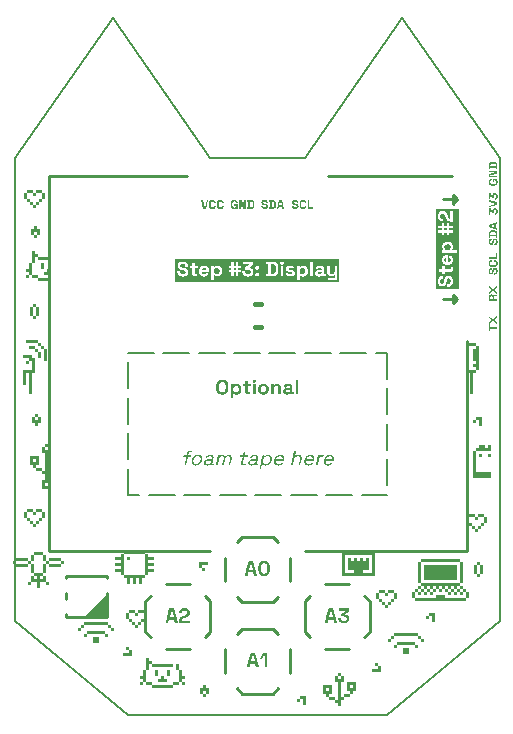
<source format=gto>
G04 #@! TF.GenerationSoftware,KiCad,Pcbnew,7.0.7-7.0.7~ubuntu22.04.1*
G04 #@! TF.CreationDate,2025-01-16T16:21:51-05:00*
G04 #@! TF.ProjectId,CutieCat,43757469-6543-4617-942e-6b696361645f,rev?*
G04 #@! TF.SameCoordinates,Original*
G04 #@! TF.FileFunction,Legend,Top*
G04 #@! TF.FilePolarity,Positive*
%FSLAX46Y46*%
G04 Gerber Fmt 4.6, Leading zero omitted, Abs format (unit mm)*
G04 Created by KiCad (PCBNEW 7.0.7-7.0.7~ubuntu22.04.1) date 2025-01-16 16:21:51*
%MOMM*%
%LPD*%
G01*
G04 APERTURE LIST*
%ADD10C,0.250000*%
%ADD11C,0.187500*%
%ADD12C,0.156250*%
%ADD13C,0.400000*%
%ADD14C,0.200000*%
G04 #@! TA.AperFunction,Profile*
%ADD15C,0.200000*%
G04 #@! TD*
G04 APERTURE END LIST*
D10*
G36*
X-43047Y-16768750D02*
G01*
X-281183Y-16768750D01*
X-347434Y-16499166D01*
X-784934Y-16499166D01*
X-851490Y-16768750D01*
X-1089627Y-16768750D01*
X-962619Y-16285759D01*
X-730896Y-16285759D01*
X-401778Y-16285759D01*
X-550461Y-15688891D01*
X-582213Y-15688891D01*
X-730896Y-16285759D01*
X-962619Y-16285759D01*
X-767532Y-15543872D01*
X-365142Y-15543872D01*
X-43047Y-16768750D01*
G37*
G36*
X568332Y-15519263D02*
G01*
X581754Y-15519625D01*
X595003Y-15520229D01*
X608079Y-15521074D01*
X620982Y-15522161D01*
X633713Y-15523489D01*
X646270Y-15525059D01*
X658654Y-15526870D01*
X670866Y-15528923D01*
X682905Y-15531217D01*
X706463Y-15536530D01*
X729330Y-15542809D01*
X751505Y-15550054D01*
X772988Y-15558265D01*
X793780Y-15567442D01*
X813880Y-15577585D01*
X833288Y-15588694D01*
X852005Y-15600769D01*
X870029Y-15613810D01*
X887363Y-15627817D01*
X904004Y-15642790D01*
X919790Y-15658648D01*
X934558Y-15675386D01*
X948308Y-15693004D01*
X961039Y-15711502D01*
X972751Y-15730881D01*
X983445Y-15751139D01*
X993120Y-15772278D01*
X1001777Y-15794297D01*
X1009416Y-15817196D01*
X1012853Y-15828975D01*
X1016036Y-15840975D01*
X1018964Y-15853195D01*
X1021638Y-15865634D01*
X1024057Y-15878294D01*
X1026221Y-15891174D01*
X1028130Y-15904273D01*
X1029785Y-15917593D01*
X1031186Y-15931133D01*
X1032332Y-15944893D01*
X1033223Y-15958872D01*
X1033859Y-15973072D01*
X1034241Y-15987492D01*
X1034369Y-16002132D01*
X1034369Y-16310184D01*
X1034241Y-16325271D01*
X1033859Y-16340118D01*
X1033223Y-16354723D01*
X1032332Y-16369088D01*
X1031186Y-16383212D01*
X1029785Y-16397095D01*
X1028130Y-16410737D01*
X1026221Y-16424138D01*
X1024057Y-16437298D01*
X1021638Y-16450218D01*
X1018964Y-16462896D01*
X1016036Y-16475334D01*
X1012853Y-16487530D01*
X1009416Y-16499486D01*
X1005724Y-16511201D01*
X997576Y-16533908D01*
X988410Y-16555651D01*
X978225Y-16576431D01*
X967022Y-16596247D01*
X954800Y-16615100D01*
X941560Y-16632988D01*
X927302Y-16649914D01*
X912024Y-16665875D01*
X904004Y-16673495D01*
X887363Y-16687987D01*
X870029Y-16701545D01*
X852005Y-16714167D01*
X833288Y-16725854D01*
X813880Y-16736607D01*
X793780Y-16746424D01*
X772988Y-16755307D01*
X751505Y-16763254D01*
X729330Y-16770266D01*
X706463Y-16776344D01*
X682905Y-16781486D01*
X670866Y-16783707D01*
X658654Y-16785694D01*
X646270Y-16787447D01*
X633713Y-16788966D01*
X620982Y-16790252D01*
X608079Y-16791304D01*
X595003Y-16792122D01*
X581754Y-16792706D01*
X568332Y-16793057D01*
X554737Y-16793174D01*
X541254Y-16793057D01*
X527938Y-16792706D01*
X514790Y-16792122D01*
X501810Y-16791304D01*
X488997Y-16790252D01*
X476351Y-16788966D01*
X463873Y-16787447D01*
X451563Y-16785694D01*
X439421Y-16783707D01*
X415638Y-16779032D01*
X392525Y-16773422D01*
X370083Y-16766877D01*
X348311Y-16759397D01*
X327210Y-16750982D01*
X306778Y-16741632D01*
X287017Y-16731347D01*
X267926Y-16720128D01*
X249505Y-16707973D01*
X231754Y-16694883D01*
X214674Y-16680858D01*
X206385Y-16673495D01*
X190525Y-16658015D01*
X175688Y-16641571D01*
X161874Y-16624164D01*
X149084Y-16605794D01*
X137316Y-16586459D01*
X126572Y-16566162D01*
X116852Y-16544900D01*
X108154Y-16522675D01*
X100480Y-16499486D01*
X97026Y-16487530D01*
X93829Y-16475334D01*
X90887Y-16462896D01*
X88201Y-16450218D01*
X85770Y-16437298D01*
X83596Y-16424138D01*
X81678Y-16410737D01*
X80015Y-16397095D01*
X78608Y-16383212D01*
X77457Y-16369088D01*
X76561Y-16354723D01*
X75922Y-16340118D01*
X75538Y-16325271D01*
X75470Y-16317206D01*
X299198Y-16317206D01*
X299447Y-16334224D01*
X300195Y-16350703D01*
X301441Y-16366643D01*
X303186Y-16382044D01*
X305429Y-16396906D01*
X308171Y-16411229D01*
X311411Y-16425013D01*
X315150Y-16438258D01*
X319387Y-16450964D01*
X324123Y-16463131D01*
X329357Y-16474759D01*
X335090Y-16485848D01*
X341321Y-16496397D01*
X351603Y-16511211D01*
X363006Y-16524812D01*
X375586Y-16537143D01*
X389281Y-16548261D01*
X404093Y-16558166D01*
X420022Y-16566858D01*
X431261Y-16571979D01*
X442996Y-16576561D01*
X455227Y-16580604D01*
X467954Y-16584108D01*
X481178Y-16587072D01*
X494897Y-16589498D01*
X509113Y-16591385D01*
X523825Y-16592732D01*
X539033Y-16593541D01*
X554737Y-16593811D01*
X570876Y-16593530D01*
X586474Y-16592690D01*
X601530Y-16591288D01*
X616046Y-16589326D01*
X630019Y-16586804D01*
X643451Y-16583721D01*
X656342Y-16580078D01*
X668691Y-16575874D01*
X680499Y-16571110D01*
X691766Y-16565785D01*
X702491Y-16559899D01*
X717563Y-16550020D01*
X731417Y-16538880D01*
X744053Y-16526478D01*
X747994Y-16522064D01*
X759124Y-16508072D01*
X769160Y-16493002D01*
X775242Y-16482356D01*
X780838Y-16471230D01*
X785947Y-16459625D01*
X790569Y-16447540D01*
X794705Y-16434976D01*
X798355Y-16421933D01*
X801517Y-16408410D01*
X804194Y-16394408D01*
X806383Y-16379926D01*
X808086Y-16364965D01*
X809303Y-16349525D01*
X810033Y-16333605D01*
X810276Y-16317206D01*
X810276Y-15991752D01*
X810005Y-15975178D01*
X809193Y-15959118D01*
X807839Y-15943570D01*
X805944Y-15928535D01*
X803508Y-15914013D01*
X800530Y-15900003D01*
X797011Y-15886507D01*
X792950Y-15873523D01*
X788348Y-15861052D01*
X783204Y-15849094D01*
X777519Y-15837649D01*
X771292Y-15826716D01*
X764524Y-15816297D01*
X757215Y-15806390D01*
X749364Y-15796996D01*
X740972Y-15788114D01*
X727611Y-15775729D01*
X713402Y-15764562D01*
X698344Y-15754613D01*
X682439Y-15745882D01*
X665687Y-15738370D01*
X654047Y-15734038D01*
X642030Y-15730248D01*
X629637Y-15727000D01*
X616867Y-15724293D01*
X603719Y-15722127D01*
X590195Y-15720503D01*
X576295Y-15719420D01*
X562017Y-15718878D01*
X554737Y-15718811D01*
X539870Y-15719091D01*
X525418Y-15719932D01*
X511381Y-15721333D01*
X497759Y-15723295D01*
X484553Y-15725817D01*
X471761Y-15728900D01*
X459384Y-15732543D01*
X447423Y-15736747D01*
X435876Y-15741512D01*
X424744Y-15746836D01*
X414028Y-15752722D01*
X398731Y-15762601D01*
X384368Y-15773741D01*
X370939Y-15786143D01*
X366670Y-15790557D01*
X358499Y-15799751D01*
X350856Y-15809395D01*
X343740Y-15819490D01*
X337151Y-15830036D01*
X331089Y-15841033D01*
X325554Y-15852481D01*
X320546Y-15864380D01*
X316066Y-15876729D01*
X312112Y-15889529D01*
X308686Y-15902780D01*
X305787Y-15916481D01*
X303415Y-15930634D01*
X301570Y-15945237D01*
X300252Y-15960291D01*
X299461Y-15975796D01*
X299198Y-15991752D01*
X299198Y-16317206D01*
X75470Y-16317206D01*
X75410Y-16310184D01*
X75410Y-16002132D01*
X75538Y-15987492D01*
X75922Y-15973072D01*
X76561Y-15958872D01*
X77457Y-15944893D01*
X78608Y-15931133D01*
X80015Y-15917593D01*
X81678Y-15904273D01*
X83596Y-15891174D01*
X85770Y-15878294D01*
X88201Y-15865634D01*
X90887Y-15853195D01*
X93829Y-15840975D01*
X97026Y-15828975D01*
X100480Y-15817196D01*
X108154Y-15794297D01*
X116852Y-15772278D01*
X126572Y-15751139D01*
X137316Y-15730881D01*
X149084Y-15711502D01*
X161874Y-15693004D01*
X175688Y-15675386D01*
X190525Y-15658648D01*
X206385Y-15642790D01*
X223131Y-15627817D01*
X240546Y-15613810D01*
X258632Y-15600769D01*
X277388Y-15588694D01*
X296814Y-15577585D01*
X316910Y-15567442D01*
X337677Y-15558265D01*
X359113Y-15550054D01*
X381221Y-15542809D01*
X403998Y-15536530D01*
X427445Y-15531217D01*
X451563Y-15526870D01*
X463873Y-15525059D01*
X476351Y-15523489D01*
X488997Y-15522161D01*
X501810Y-15521074D01*
X514790Y-15520229D01*
X527938Y-15519625D01*
X541254Y-15519263D01*
X554737Y-15519142D01*
X568332Y-15519263D01*
G37*
G36*
X6741756Y-20768750D02*
G01*
X6503620Y-20768750D01*
X6437369Y-20499166D01*
X5999869Y-20499166D01*
X5933313Y-20768750D01*
X5695176Y-20768750D01*
X5822184Y-20285759D01*
X6053907Y-20285759D01*
X6383025Y-20285759D01*
X6234342Y-19688891D01*
X6202590Y-19688891D01*
X6053907Y-20285759D01*
X5822184Y-20285759D01*
X6017271Y-19543872D01*
X6419661Y-19543872D01*
X6741756Y-20768750D01*
G37*
G36*
X7304736Y-20793174D02*
G01*
X7287571Y-20792983D01*
X7270652Y-20792411D01*
X7253978Y-20791456D01*
X7237550Y-20790121D01*
X7221368Y-20788403D01*
X7205431Y-20786304D01*
X7189740Y-20783824D01*
X7174295Y-20780962D01*
X7159096Y-20777718D01*
X7144142Y-20774092D01*
X7129433Y-20770085D01*
X7114971Y-20765696D01*
X7100754Y-20760926D01*
X7086783Y-20755774D01*
X7073057Y-20750240D01*
X7059577Y-20744325D01*
X7046402Y-20738014D01*
X7033588Y-20731369D01*
X7021138Y-20724390D01*
X7009050Y-20717077D01*
X6997324Y-20709430D01*
X6985961Y-20701449D01*
X6974961Y-20693134D01*
X6964323Y-20684486D01*
X6954047Y-20675503D01*
X6944134Y-20666187D01*
X6934584Y-20656536D01*
X6925396Y-20646552D01*
X6916571Y-20636233D01*
X6908109Y-20625581D01*
X6900009Y-20614595D01*
X6892271Y-20603275D01*
X6884988Y-20591656D01*
X6878175Y-20579771D01*
X6871831Y-20567622D01*
X6865958Y-20555209D01*
X6860554Y-20542530D01*
X6855620Y-20529587D01*
X6851156Y-20516379D01*
X6847162Y-20502906D01*
X6843638Y-20489169D01*
X6840584Y-20475167D01*
X6838000Y-20460900D01*
X6835885Y-20446368D01*
X6834241Y-20431572D01*
X6833066Y-20416510D01*
X6832361Y-20401184D01*
X6832126Y-20385594D01*
X6832126Y-20354147D01*
X7056219Y-20354147D01*
X7056219Y-20378572D01*
X7056817Y-20396601D01*
X7058613Y-20413938D01*
X7061604Y-20430583D01*
X7065793Y-20446535D01*
X7071179Y-20461795D01*
X7077761Y-20476363D01*
X7085540Y-20490238D01*
X7094516Y-20503422D01*
X7104688Y-20515913D01*
X7116057Y-20527711D01*
X7124302Y-20535192D01*
X7137508Y-20545668D01*
X7151482Y-20555113D01*
X7166223Y-20563528D01*
X7181732Y-20570913D01*
X7198008Y-20577267D01*
X7215052Y-20582591D01*
X7232863Y-20586884D01*
X7245163Y-20589174D01*
X7257805Y-20591006D01*
X7270788Y-20592379D01*
X7284111Y-20593295D01*
X7297776Y-20593753D01*
X7304736Y-20593811D01*
X7318731Y-20593598D01*
X7332323Y-20592961D01*
X7345512Y-20591900D01*
X7358298Y-20590414D01*
X7370681Y-20588504D01*
X7388499Y-20584842D01*
X7405410Y-20580225D01*
X7421414Y-20574652D01*
X7436512Y-20568125D01*
X7450702Y-20560642D01*
X7463985Y-20552203D01*
X7476362Y-20542810D01*
X7480286Y-20539467D01*
X7491416Y-20529033D01*
X7501452Y-20518111D01*
X7510393Y-20506700D01*
X7518239Y-20494802D01*
X7524990Y-20482414D01*
X7530646Y-20469539D01*
X7535208Y-20456175D01*
X7538675Y-20442323D01*
X7541047Y-20427982D01*
X7542324Y-20413153D01*
X7542568Y-20402996D01*
X7542568Y-20385594D01*
X7542129Y-20371883D01*
X7540812Y-20358841D01*
X7538618Y-20346467D01*
X7534640Y-20331938D01*
X7529292Y-20318453D01*
X7522571Y-20306011D01*
X7514480Y-20294613D01*
X7505321Y-20284096D01*
X7495207Y-20274488D01*
X7484140Y-20265790D01*
X7472119Y-20258000D01*
X7459143Y-20251121D01*
X7445214Y-20245150D01*
X7439375Y-20243017D01*
X7427354Y-20239081D01*
X7414951Y-20235670D01*
X7402166Y-20232784D01*
X7389000Y-20230423D01*
X7375452Y-20228586D01*
X7361523Y-20227275D01*
X7347211Y-20226487D01*
X7332519Y-20226225D01*
X7087665Y-20226225D01*
X7087665Y-19981372D01*
X7483033Y-19771323D01*
X7483033Y-19743235D01*
X6863572Y-19743235D01*
X6863572Y-19543872D01*
X7731551Y-19543872D01*
X7731551Y-19841237D01*
X7362439Y-20037242D01*
X7362439Y-20065330D01*
X7427163Y-20065330D01*
X7442524Y-20065623D01*
X7457810Y-20066500D01*
X7473021Y-20067962D01*
X7488157Y-20070010D01*
X7503217Y-20072642D01*
X7518203Y-20075859D01*
X7533113Y-20079662D01*
X7547949Y-20084049D01*
X7562709Y-20089021D01*
X7577394Y-20094578D01*
X7587142Y-20098608D01*
X7601500Y-20105162D01*
X7615381Y-20112343D01*
X7628785Y-20120153D01*
X7641710Y-20128590D01*
X7654158Y-20137655D01*
X7666128Y-20147348D01*
X7677621Y-20157669D01*
X7688636Y-20168618D01*
X7699174Y-20180195D01*
X7709234Y-20192400D01*
X7715675Y-20200885D01*
X7724786Y-20214184D01*
X7733002Y-20228208D01*
X7740321Y-20242957D01*
X7746744Y-20258430D01*
X7752271Y-20274627D01*
X7756901Y-20291549D01*
X7760636Y-20309196D01*
X7762627Y-20321363D01*
X7764221Y-20333851D01*
X7765416Y-20346662D01*
X7766212Y-20359795D01*
X7766611Y-20373250D01*
X7766660Y-20380098D01*
X7766660Y-20401164D01*
X7766434Y-20415928D01*
X7765754Y-20430454D01*
X7764621Y-20444741D01*
X7763035Y-20458790D01*
X7760996Y-20472600D01*
X7758503Y-20486172D01*
X7755557Y-20499505D01*
X7752158Y-20512600D01*
X7748306Y-20525456D01*
X7744001Y-20538074D01*
X7739243Y-20550453D01*
X7734031Y-20562593D01*
X7728366Y-20574495D01*
X7722248Y-20586159D01*
X7715677Y-20597584D01*
X7708653Y-20608770D01*
X7701259Y-20619643D01*
X7693502Y-20630204D01*
X7685383Y-20640452D01*
X7676901Y-20650387D01*
X7668057Y-20660010D01*
X7658850Y-20669321D01*
X7649281Y-20678319D01*
X7639349Y-20687004D01*
X7629054Y-20695378D01*
X7618397Y-20703438D01*
X7607378Y-20711187D01*
X7595996Y-20718622D01*
X7584251Y-20725746D01*
X7572144Y-20732557D01*
X7559674Y-20739055D01*
X7546842Y-20745241D01*
X7533696Y-20751045D01*
X7520285Y-20756475D01*
X7506610Y-20761531D01*
X7492670Y-20766212D01*
X7478465Y-20770518D01*
X7463995Y-20774450D01*
X7449260Y-20778008D01*
X7434261Y-20781191D01*
X7418997Y-20783999D01*
X7403468Y-20786433D01*
X7387675Y-20788493D01*
X7371617Y-20790178D01*
X7355294Y-20791489D01*
X7338706Y-20792425D01*
X7321853Y-20792987D01*
X7304736Y-20793174D01*
G37*
G36*
X128532Y-24518750D02*
G01*
X-109603Y-24518750D01*
X-175854Y-24249166D01*
X-613354Y-24249166D01*
X-679910Y-24518750D01*
X-918047Y-24518750D01*
X-791039Y-24035759D01*
X-559316Y-24035759D01*
X-230198Y-24035759D01*
X-378881Y-23438891D01*
X-410633Y-23438891D01*
X-559316Y-24035759D01*
X-791039Y-24035759D01*
X-595952Y-23293872D01*
X-193562Y-23293872D01*
X128532Y-24518750D01*
G37*
G36*
X610912Y-24518750D02*
G01*
X610912Y-23458125D01*
X579466Y-23458125D01*
X414907Y-23846776D01*
X180434Y-23846776D01*
X430478Y-23293872D01*
X835005Y-23293872D01*
X835005Y-24518750D01*
X610912Y-24518750D01*
G37*
D11*
G36*
X-1995217Y14274095D02*
G01*
X-2004597Y14274228D01*
X-2013867Y14274627D01*
X-2023029Y14275293D01*
X-2032082Y14276224D01*
X-2041027Y14277422D01*
X-2049863Y14278886D01*
X-2058589Y14280616D01*
X-2067208Y14282613D01*
X-2075717Y14284875D01*
X-2084118Y14287404D01*
X-2092409Y14290199D01*
X-2100593Y14293260D01*
X-2108667Y14296588D01*
X-2116632Y14300181D01*
X-2124489Y14304041D01*
X-2132237Y14308167D01*
X-2139810Y14312549D01*
X-2147187Y14317177D01*
X-2154367Y14322051D01*
X-2161352Y14327172D01*
X-2168140Y14332539D01*
X-2174733Y14338151D01*
X-2181129Y14344010D01*
X-2187329Y14350116D01*
X-2193334Y14356467D01*
X-2199142Y14363064D01*
X-2204754Y14369908D01*
X-2210170Y14376997D01*
X-2215390Y14384333D01*
X-2220414Y14391915D01*
X-2225242Y14399744D01*
X-2229873Y14407818D01*
X-2234243Y14416151D01*
X-2238331Y14424708D01*
X-2242137Y14433490D01*
X-2245661Y14442497D01*
X-2248904Y14451728D01*
X-2251864Y14461184D01*
X-2254542Y14470865D01*
X-2256939Y14480770D01*
X-2259053Y14490900D01*
X-2260886Y14501255D01*
X-2262436Y14511835D01*
X-2263705Y14522639D01*
X-2264692Y14533668D01*
X-2265396Y14544921D01*
X-2265819Y14556399D01*
X-2265960Y14568102D01*
X-2265960Y14744507D01*
X-2265882Y14753304D01*
X-2265649Y14761973D01*
X-2265260Y14770513D01*
X-2264715Y14778925D01*
X-2264015Y14787208D01*
X-2263159Y14795363D01*
X-2262147Y14803390D01*
X-2260980Y14811288D01*
X-2259657Y14819058D01*
X-2258179Y14826699D01*
X-2256544Y14834212D01*
X-2254755Y14841596D01*
X-2252809Y14848852D01*
X-2250708Y14855979D01*
X-2248451Y14862978D01*
X-2243471Y14876591D01*
X-2237868Y14889690D01*
X-2231643Y14902275D01*
X-2224795Y14914347D01*
X-2217325Y14925904D01*
X-2209232Y14936948D01*
X-2200516Y14947478D01*
X-2191178Y14957495D01*
X-2186276Y14962310D01*
X-2176071Y14971538D01*
X-2165425Y14980170D01*
X-2154336Y14988208D01*
X-2142805Y14995649D01*
X-2130831Y15002496D01*
X-2118416Y15008747D01*
X-2105558Y15014403D01*
X-2092258Y15019463D01*
X-2078516Y15023928D01*
X-2064331Y15027798D01*
X-2057073Y15029509D01*
X-2049704Y15031072D01*
X-2042225Y15032486D01*
X-2034636Y15033751D01*
X-2026935Y15034868D01*
X-2019124Y15035835D01*
X-2011203Y15036654D01*
X-2003171Y15037323D01*
X-1995029Y15037844D01*
X-1986776Y15038216D01*
X-1978412Y15038440D01*
X-1969938Y15038514D01*
X-1961537Y15038444D01*
X-1953256Y15038233D01*
X-1945095Y15037881D01*
X-1937054Y15037389D01*
X-1929132Y15036756D01*
X-1921331Y15035983D01*
X-1913649Y15035069D01*
X-1906087Y15034015D01*
X-1898646Y15032819D01*
X-1891323Y15031484D01*
X-1884121Y15030007D01*
X-1870076Y15026633D01*
X-1856511Y15022696D01*
X-1843425Y15018196D01*
X-1830818Y15013134D01*
X-1818691Y15007510D01*
X-1807043Y15001324D01*
X-1795875Y14994574D01*
X-1785186Y14987263D01*
X-1774976Y14979389D01*
X-1765246Y14970953D01*
X-1760561Y14966523D01*
X-1751577Y14957326D01*
X-1743173Y14947733D01*
X-1735348Y14937743D01*
X-1728103Y14927357D01*
X-1721438Y14916574D01*
X-1715352Y14905395D01*
X-1709846Y14893819D01*
X-1704919Y14881847D01*
X-1700572Y14869479D01*
X-1696805Y14856714D01*
X-1693617Y14843553D01*
X-1691009Y14829995D01*
X-1688980Y14816041D01*
X-1687531Y14801691D01*
X-1687024Y14794367D01*
X-1686662Y14786944D01*
X-1686444Y14779422D01*
X-1686372Y14771801D01*
X-1686372Y14767588D01*
X-1822843Y14767588D01*
X-1822843Y14776014D01*
X-1823097Y14785608D01*
X-1823862Y14794973D01*
X-1825135Y14804110D01*
X-1826918Y14813017D01*
X-1829211Y14821695D01*
X-1832013Y14830144D01*
X-1835325Y14838365D01*
X-1839146Y14846356D01*
X-1843476Y14854027D01*
X-1848316Y14861285D01*
X-1853666Y14868132D01*
X-1859525Y14874566D01*
X-1865893Y14880588D01*
X-1872771Y14886198D01*
X-1880159Y14891396D01*
X-1888055Y14896181D01*
X-1896468Y14900475D01*
X-1905401Y14904196D01*
X-1912442Y14906611D01*
X-1919777Y14908704D01*
X-1927404Y14910475D01*
X-1935325Y14911924D01*
X-1943539Y14913051D01*
X-1952045Y14913856D01*
X-1960845Y14914339D01*
X-1969938Y14914500D01*
X-1978998Y14914323D01*
X-1987812Y14913793D01*
X-1996383Y14912909D01*
X-2004708Y14911672D01*
X-2012789Y14910081D01*
X-2020625Y14908137D01*
X-2028216Y14905839D01*
X-2035563Y14903188D01*
X-2042665Y14900184D01*
X-2049522Y14896825D01*
X-2056134Y14893114D01*
X-2062502Y14889049D01*
X-2068625Y14884630D01*
X-2074503Y14879858D01*
X-2080137Y14874733D01*
X-2085526Y14869254D01*
X-2090606Y14863493D01*
X-2095358Y14857479D01*
X-2099782Y14851209D01*
X-2103878Y14844684D01*
X-2107647Y14837905D01*
X-2111088Y14830871D01*
X-2114202Y14823583D01*
X-2116987Y14816039D01*
X-2119445Y14808241D01*
X-2121575Y14800188D01*
X-2123378Y14791881D01*
X-2124853Y14783318D01*
X-2126000Y14774501D01*
X-2126819Y14765429D01*
X-2127311Y14756103D01*
X-2127475Y14746522D01*
X-2127475Y14565904D01*
X-2127311Y14556449D01*
X-2126819Y14547228D01*
X-2126000Y14538240D01*
X-2124853Y14529485D01*
X-2123378Y14520964D01*
X-2121575Y14512675D01*
X-2119445Y14504620D01*
X-2116987Y14496799D01*
X-2114202Y14489210D01*
X-2111088Y14481855D01*
X-2107647Y14474733D01*
X-2103878Y14467844D01*
X-2099782Y14461189D01*
X-2095358Y14454767D01*
X-2090606Y14448578D01*
X-2085526Y14442622D01*
X-2080129Y14436966D01*
X-2074472Y14431674D01*
X-2068554Y14426748D01*
X-2062376Y14422186D01*
X-2055938Y14417990D01*
X-2049239Y14414158D01*
X-2042279Y14410691D01*
X-2035059Y14407589D01*
X-2027579Y14404852D01*
X-2019838Y14402480D01*
X-2011837Y14400473D01*
X-2003575Y14398831D01*
X-1995052Y14397553D01*
X-1986270Y14396641D01*
X-1977227Y14396094D01*
X-1967923Y14395911D01*
X-1958626Y14396066D01*
X-1949650Y14396532D01*
X-1940995Y14397309D01*
X-1932660Y14398395D01*
X-1924646Y14399793D01*
X-1916952Y14401501D01*
X-1909579Y14403520D01*
X-1902527Y14405849D01*
X-1892549Y14409925D01*
X-1883293Y14414699D01*
X-1874758Y14420173D01*
X-1866944Y14426345D01*
X-1859851Y14433216D01*
X-1857647Y14435662D01*
X-1851427Y14443334D01*
X-1845819Y14451377D01*
X-1840823Y14459791D01*
X-1836438Y14468574D01*
X-1832665Y14477728D01*
X-1829504Y14487252D01*
X-1826955Y14497147D01*
X-1825018Y14507412D01*
X-1823692Y14518047D01*
X-1822979Y14529052D01*
X-1822843Y14536595D01*
X-1822843Y14547036D01*
X-1997232Y14547036D01*
X-1997232Y14664639D01*
X-1686372Y14664639D01*
X-1686372Y14288750D01*
X-1814599Y14288750D01*
X-1814599Y14359091D01*
X-1833467Y14359091D01*
X-1836530Y14352351D01*
X-1840225Y14345456D01*
X-1844550Y14338406D01*
X-1849507Y14331202D01*
X-1854120Y14325080D01*
X-1857098Y14321356D01*
X-1862590Y14315273D01*
X-1868879Y14309503D01*
X-1875964Y14304046D01*
X-1882205Y14299906D01*
X-1888956Y14295966D01*
X-1896216Y14292226D01*
X-1903985Y14288687D01*
X-1906007Y14287834D01*
X-1914494Y14284614D01*
X-1923742Y14281823D01*
X-1931177Y14280012D01*
X-1939041Y14278442D01*
X-1947333Y14277114D01*
X-1956053Y14276027D01*
X-1965202Y14275182D01*
X-1974779Y14274578D01*
X-1984784Y14274216D01*
X-1995217Y14274095D01*
G37*
G36*
X-1554664Y14288750D02*
G01*
X-1554664Y15023676D01*
X-1291065Y15023676D01*
X-1145069Y14383271D01*
X-1126201Y14383271D01*
X-1126201Y15023676D01*
X-989730Y15023676D01*
X-989730Y14288750D01*
X-1253329Y14288750D01*
X-1399142Y14929337D01*
X-1418193Y14929337D01*
X-1418193Y14288750D01*
X-1554664Y14288750D01*
G37*
G36*
X-560684Y15023603D02*
G01*
X-551630Y15023383D01*
X-542715Y15023016D01*
X-533939Y15022503D01*
X-525301Y15021843D01*
X-516803Y15021036D01*
X-508443Y15020082D01*
X-500222Y15018982D01*
X-492140Y15017735D01*
X-484196Y15016342D01*
X-476392Y15014802D01*
X-468726Y15013115D01*
X-461199Y15011281D01*
X-453811Y15009301D01*
X-446562Y15007174D01*
X-439451Y15004900D01*
X-432480Y15002480D01*
X-418953Y14997199D01*
X-405981Y14991331D01*
X-393565Y14984877D01*
X-381704Y14977836D01*
X-370398Y14970208D01*
X-359647Y14961994D01*
X-349452Y14953192D01*
X-344563Y14948572D01*
X-335224Y14938921D01*
X-326488Y14928699D01*
X-318354Y14917906D01*
X-310823Y14906543D01*
X-303894Y14894608D01*
X-297568Y14882102D01*
X-291844Y14869025D01*
X-286723Y14855378D01*
X-284388Y14848340D01*
X-282204Y14841159D01*
X-280171Y14833835D01*
X-278288Y14826369D01*
X-276556Y14818760D01*
X-274974Y14811008D01*
X-273543Y14803114D01*
X-272263Y14795076D01*
X-271133Y14786896D01*
X-270154Y14778574D01*
X-269326Y14770108D01*
X-268648Y14761500D01*
X-268121Y14752749D01*
X-267744Y14743855D01*
X-267518Y14734818D01*
X-267443Y14725639D01*
X-267443Y14586970D01*
X-267518Y14577791D01*
X-267744Y14568753D01*
X-268121Y14559859D01*
X-268648Y14551106D01*
X-269326Y14542496D01*
X-270154Y14534029D01*
X-271133Y14525704D01*
X-272263Y14517521D01*
X-273543Y14509481D01*
X-274974Y14501583D01*
X-276556Y14493827D01*
X-278288Y14486214D01*
X-280171Y14478743D01*
X-282204Y14471415D01*
X-284388Y14464229D01*
X-286723Y14457185D01*
X-289208Y14450284D01*
X-294631Y14436909D01*
X-300656Y14424104D01*
X-307283Y14411868D01*
X-314513Y14400201D01*
X-322346Y14389104D01*
X-330781Y14378577D01*
X-339818Y14368619D01*
X-344563Y14363854D01*
X-354480Y14354759D01*
X-364953Y14346252D01*
X-375981Y14338330D01*
X-387565Y14330996D01*
X-399703Y14324248D01*
X-412397Y14318087D01*
X-425647Y14312513D01*
X-439451Y14307526D01*
X-446562Y14305252D01*
X-453811Y14303125D01*
X-461199Y14301145D01*
X-468726Y14299311D01*
X-476392Y14297624D01*
X-484196Y14296084D01*
X-492140Y14294690D01*
X-500222Y14293444D01*
X-508443Y14292343D01*
X-516803Y14291390D01*
X-525301Y14290583D01*
X-533939Y14289923D01*
X-542715Y14289410D01*
X-551630Y14289043D01*
X-560684Y14288823D01*
X-569877Y14288750D01*
X-872127Y14288750D01*
X-872127Y14410566D01*
X-775590Y14410566D01*
X-775590Y14897830D01*
X-636921Y14897830D01*
X-636921Y14414779D01*
X-567679Y14414779D01*
X-557345Y14414951D01*
X-547365Y14415466D01*
X-537739Y14416324D01*
X-528466Y14417527D01*
X-519547Y14419072D01*
X-510981Y14420961D01*
X-502768Y14423194D01*
X-494910Y14425770D01*
X-487404Y14428689D01*
X-480252Y14431952D01*
X-473454Y14435559D01*
X-467009Y14439508D01*
X-460917Y14443802D01*
X-455179Y14448439D01*
X-449795Y14453419D01*
X-444763Y14458743D01*
X-440061Y14464400D01*
X-435662Y14470337D01*
X-431566Y14476553D01*
X-427773Y14483049D01*
X-424284Y14489823D01*
X-421099Y14496876D01*
X-418216Y14504208D01*
X-415637Y14511820D01*
X-413362Y14519710D01*
X-411390Y14527879D01*
X-409721Y14536328D01*
X-408356Y14545056D01*
X-407294Y14554062D01*
X-406536Y14563348D01*
X-406081Y14572913D01*
X-405929Y14582757D01*
X-405929Y14729669D01*
X-406081Y14739644D01*
X-406536Y14749327D01*
X-407294Y14758718D01*
X-408356Y14767817D01*
X-409721Y14776624D01*
X-411390Y14785139D01*
X-413362Y14793362D01*
X-415637Y14801293D01*
X-418216Y14808932D01*
X-421099Y14816280D01*
X-424284Y14823335D01*
X-427773Y14830099D01*
X-431566Y14836570D01*
X-435662Y14842750D01*
X-440061Y14848637D01*
X-444763Y14854233D01*
X-452443Y14862024D01*
X-460917Y14869049D01*
X-467009Y14873307D01*
X-473454Y14877224D01*
X-480252Y14880800D01*
X-487404Y14884036D01*
X-494910Y14886931D01*
X-502768Y14889485D01*
X-510981Y14891699D01*
X-519547Y14893573D01*
X-528466Y14895105D01*
X-537739Y14896297D01*
X-547365Y14897149D01*
X-557345Y14897660D01*
X-567679Y14897830D01*
X-636921Y14897830D01*
X-775590Y14897830D01*
X-775590Y14901860D01*
X-872127Y14901860D01*
X-872127Y15023676D01*
X-569877Y15023676D01*
X-560684Y15023603D01*
G37*
D10*
G36*
X-2973042Y-169266D02*
G01*
X-2958875Y-169638D01*
X-2944892Y-170258D01*
X-2931095Y-171127D01*
X-2917482Y-172243D01*
X-2904054Y-173607D01*
X-2890811Y-175219D01*
X-2877752Y-177080D01*
X-2864879Y-179188D01*
X-2852190Y-181545D01*
X-2839687Y-184150D01*
X-2827368Y-187002D01*
X-2815234Y-190103D01*
X-2803285Y-193452D01*
X-2791520Y-197049D01*
X-2768546Y-204987D01*
X-2746311Y-213917D01*
X-2724816Y-223839D01*
X-2704060Y-234754D01*
X-2684044Y-246661D01*
X-2664767Y-259560D01*
X-2646229Y-273451D01*
X-2628431Y-288334D01*
X-2619809Y-296148D01*
X-2603283Y-312414D01*
X-2587824Y-329536D01*
X-2573430Y-347514D01*
X-2560103Y-366349D01*
X-2547842Y-386040D01*
X-2536647Y-406587D01*
X-2526519Y-427991D01*
X-2517456Y-450250D01*
X-2509460Y-473366D01*
X-2505861Y-485245D01*
X-2502530Y-497339D01*
X-2499464Y-509646D01*
X-2496666Y-522167D01*
X-2494133Y-534903D01*
X-2491868Y-547852D01*
X-2489869Y-561016D01*
X-2488136Y-574393D01*
X-2486670Y-587985D01*
X-2485471Y-601791D01*
X-2484538Y-615810D01*
X-2483871Y-630044D01*
X-2483472Y-644492D01*
X-2483338Y-659154D01*
X-2483338Y-953162D01*
X-2483472Y-967824D01*
X-2483871Y-982273D01*
X-2484538Y-996508D01*
X-2485471Y-1010530D01*
X-2486670Y-1024338D01*
X-2488136Y-1037933D01*
X-2489869Y-1051315D01*
X-2491868Y-1064483D01*
X-2494133Y-1077437D01*
X-2496666Y-1090178D01*
X-2499464Y-1102706D01*
X-2502530Y-1115020D01*
X-2505861Y-1127121D01*
X-2509460Y-1139008D01*
X-2513325Y-1150682D01*
X-2521854Y-1173389D01*
X-2531450Y-1195242D01*
X-2542111Y-1216241D01*
X-2553839Y-1236386D01*
X-2566633Y-1255677D01*
X-2580494Y-1274115D01*
X-2595420Y-1291698D01*
X-2611413Y-1308428D01*
X-2619809Y-1316473D01*
X-2637238Y-1331816D01*
X-2655406Y-1346168D01*
X-2674313Y-1359531D01*
X-2693960Y-1371904D01*
X-2714346Y-1383288D01*
X-2735471Y-1393681D01*
X-2757336Y-1403085D01*
X-2779941Y-1411499D01*
X-2803285Y-1418922D01*
X-2815234Y-1422263D01*
X-2827368Y-1425356D01*
X-2839687Y-1428202D01*
X-2852190Y-1430801D01*
X-2864879Y-1433152D01*
X-2877752Y-1435255D01*
X-2890811Y-1437111D01*
X-2904054Y-1438719D01*
X-2917482Y-1440080D01*
X-2931095Y-1441194D01*
X-2944892Y-1442060D01*
X-2958875Y-1442679D01*
X-2973042Y-1443050D01*
X-2987395Y-1443174D01*
X-3001728Y-1443050D01*
X-3015877Y-1442679D01*
X-3029842Y-1442060D01*
X-3043623Y-1441194D01*
X-3057219Y-1440080D01*
X-3070631Y-1438719D01*
X-3083859Y-1437111D01*
X-3096903Y-1435255D01*
X-3109762Y-1433152D01*
X-3122438Y-1430801D01*
X-3134929Y-1428202D01*
X-3147235Y-1425356D01*
X-3159358Y-1422263D01*
X-3171296Y-1418922D01*
X-3183050Y-1415334D01*
X-3206005Y-1407415D01*
X-3228223Y-1398507D01*
X-3249704Y-1388608D01*
X-3270448Y-1377720D01*
X-3290455Y-1365842D01*
X-3309724Y-1352974D01*
X-3328257Y-1339116D01*
X-3346053Y-1324268D01*
X-3354675Y-1316473D01*
X-3371200Y-1300170D01*
X-3386660Y-1283013D01*
X-3401053Y-1265003D01*
X-3414381Y-1246139D01*
X-3426642Y-1226420D01*
X-3437837Y-1205848D01*
X-3447965Y-1184422D01*
X-3457028Y-1162142D01*
X-3465024Y-1139008D01*
X-3468622Y-1127121D01*
X-3471954Y-1115020D01*
X-3475019Y-1102706D01*
X-3477818Y-1090178D01*
X-3480350Y-1077437D01*
X-3482616Y-1064483D01*
X-3484615Y-1051315D01*
X-3486348Y-1037933D01*
X-3487814Y-1024338D01*
X-3489013Y-1010530D01*
X-3489946Y-996508D01*
X-3490612Y-982273D01*
X-3491012Y-967824D01*
X-3491081Y-960184D01*
X-3260336Y-960184D01*
X-3260052Y-975747D01*
X-3259201Y-990914D01*
X-3257781Y-1005686D01*
X-3255794Y-1020061D01*
X-3253240Y-1034041D01*
X-3250118Y-1047624D01*
X-3246428Y-1060812D01*
X-3242170Y-1073604D01*
X-3237345Y-1086000D01*
X-3231952Y-1097999D01*
X-3225992Y-1109603D01*
X-3219463Y-1120811D01*
X-3212367Y-1131623D01*
X-3204704Y-1142040D01*
X-3196473Y-1152060D01*
X-3187674Y-1161684D01*
X-3178376Y-1170779D01*
X-3168649Y-1179287D01*
X-3158493Y-1187208D01*
X-3147908Y-1194542D01*
X-3136893Y-1201290D01*
X-3125449Y-1207451D01*
X-3113576Y-1213025D01*
X-3101273Y-1218012D01*
X-3088541Y-1222413D01*
X-3075379Y-1226227D01*
X-3061788Y-1229454D01*
X-3047768Y-1232095D01*
X-3033319Y-1234148D01*
X-3018440Y-1235615D01*
X-3003132Y-1236495D01*
X-2987395Y-1236789D01*
X-2971402Y-1236495D01*
X-2955862Y-1235615D01*
X-2940776Y-1234148D01*
X-2926143Y-1232095D01*
X-2911963Y-1229454D01*
X-2898236Y-1226227D01*
X-2884963Y-1222413D01*
X-2872142Y-1218012D01*
X-2859775Y-1213025D01*
X-2847861Y-1207451D01*
X-2836400Y-1201290D01*
X-2825393Y-1194542D01*
X-2814838Y-1187208D01*
X-2804737Y-1179287D01*
X-2795089Y-1170779D01*
X-2785894Y-1161684D01*
X-2777206Y-1152060D01*
X-2769079Y-1142040D01*
X-2761512Y-1131623D01*
X-2754505Y-1120811D01*
X-2748059Y-1109603D01*
X-2742174Y-1097999D01*
X-2736849Y-1086000D01*
X-2732084Y-1073604D01*
X-2727881Y-1060812D01*
X-2724237Y-1047624D01*
X-2721154Y-1034041D01*
X-2718632Y-1020061D01*
X-2716670Y-1005686D01*
X-2715269Y-990914D01*
X-2714428Y-975747D01*
X-2714148Y-960184D01*
X-2714148Y-652132D01*
X-2714428Y-636607D01*
X-2715269Y-621478D01*
X-2716670Y-606745D01*
X-2718632Y-592407D01*
X-2721154Y-578466D01*
X-2724237Y-564920D01*
X-2727881Y-551771D01*
X-2732084Y-539017D01*
X-2736849Y-526660D01*
X-2742174Y-514698D01*
X-2748059Y-503132D01*
X-2754505Y-491962D01*
X-2761512Y-481189D01*
X-2769079Y-470811D01*
X-2777206Y-460829D01*
X-2785894Y-451243D01*
X-2795089Y-442111D01*
X-2804737Y-433568D01*
X-2814838Y-425615D01*
X-2825393Y-418251D01*
X-2836400Y-411476D01*
X-2847861Y-405290D01*
X-2859775Y-399693D01*
X-2872142Y-394685D01*
X-2884963Y-390266D01*
X-2898236Y-386437D01*
X-2911963Y-383197D01*
X-2926143Y-380546D01*
X-2940776Y-378484D01*
X-2955862Y-377011D01*
X-2971402Y-376127D01*
X-2987395Y-375833D01*
X-3003132Y-376127D01*
X-3018440Y-377011D01*
X-3033319Y-378484D01*
X-3047768Y-380546D01*
X-3061788Y-383197D01*
X-3075379Y-386437D01*
X-3088541Y-390266D01*
X-3101273Y-394685D01*
X-3113576Y-399693D01*
X-3125449Y-405290D01*
X-3136893Y-411476D01*
X-3147908Y-418251D01*
X-3158493Y-425615D01*
X-3168649Y-433568D01*
X-3178376Y-442111D01*
X-3187674Y-451243D01*
X-3196473Y-460829D01*
X-3204704Y-470811D01*
X-3212367Y-481189D01*
X-3219463Y-491962D01*
X-3225992Y-503132D01*
X-3231952Y-514698D01*
X-3237345Y-526660D01*
X-3242170Y-539017D01*
X-3246428Y-551771D01*
X-3250118Y-564920D01*
X-3253240Y-578466D01*
X-3255794Y-592407D01*
X-3257781Y-606745D01*
X-3259201Y-621478D01*
X-3260052Y-636607D01*
X-3260336Y-652132D01*
X-3260336Y-960184D01*
X-3491081Y-960184D01*
X-3491145Y-953162D01*
X-3491145Y-659154D01*
X-3491012Y-644492D01*
X-3490612Y-630044D01*
X-3489946Y-615810D01*
X-3489013Y-601791D01*
X-3487814Y-587985D01*
X-3486348Y-574393D01*
X-3484615Y-561016D01*
X-3482616Y-547852D01*
X-3480350Y-534903D01*
X-3477818Y-522167D01*
X-3475019Y-509646D01*
X-3471954Y-497339D01*
X-3468622Y-485245D01*
X-3465024Y-473366D01*
X-3461159Y-461701D01*
X-3452630Y-439013D01*
X-3443034Y-417182D01*
X-3432372Y-396206D01*
X-3420644Y-376087D01*
X-3407850Y-356825D01*
X-3393990Y-338418D01*
X-3379063Y-320868D01*
X-3363071Y-304174D01*
X-3354675Y-296148D01*
X-3337247Y-280769D01*
X-3319083Y-266381D01*
X-3300182Y-252986D01*
X-3280543Y-240583D01*
X-3260168Y-229172D01*
X-3239055Y-218754D01*
X-3217206Y-209328D01*
X-3194619Y-200894D01*
X-3171296Y-193452D01*
X-3159358Y-190103D01*
X-3147235Y-187002D01*
X-3134929Y-184150D01*
X-3122438Y-181545D01*
X-3109762Y-179188D01*
X-3096903Y-177080D01*
X-3083859Y-175219D01*
X-3070631Y-173607D01*
X-3057219Y-172243D01*
X-3043623Y-171127D01*
X-3029842Y-170258D01*
X-3015877Y-169638D01*
X-3001728Y-169266D01*
X-2987395Y-169142D01*
X-2973042Y-169266D01*
G37*
G36*
X-1739681Y-526549D02*
G01*
X-1726739Y-527153D01*
X-1713921Y-528161D01*
X-1701227Y-529572D01*
X-1688657Y-531386D01*
X-1676211Y-533603D01*
X-1663889Y-536223D01*
X-1651691Y-539246D01*
X-1639618Y-542673D01*
X-1627668Y-546502D01*
X-1615842Y-550735D01*
X-1604140Y-555370D01*
X-1592563Y-560409D01*
X-1581109Y-565851D01*
X-1569779Y-571696D01*
X-1558574Y-577943D01*
X-1547530Y-584581D01*
X-1536764Y-591596D01*
X-1526274Y-598988D01*
X-1516060Y-606757D01*
X-1506124Y-614902D01*
X-1496464Y-623424D01*
X-1487080Y-632323D01*
X-1477974Y-641599D01*
X-1469144Y-651252D01*
X-1460590Y-661282D01*
X-1452314Y-671688D01*
X-1444314Y-682472D01*
X-1436591Y-693632D01*
X-1429144Y-705169D01*
X-1421974Y-717083D01*
X-1415081Y-729374D01*
X-1408500Y-741981D01*
X-1402344Y-754919D01*
X-1396613Y-768189D01*
X-1391306Y-781791D01*
X-1386423Y-795724D01*
X-1381965Y-809989D01*
X-1377932Y-824585D01*
X-1374323Y-839512D01*
X-1371139Y-854772D01*
X-1368379Y-870362D01*
X-1366044Y-886285D01*
X-1364134Y-902538D01*
X-1362648Y-919124D01*
X-1361586Y-936041D01*
X-1360949Y-953289D01*
X-1360737Y-970869D01*
X-1360737Y-998652D01*
X-1360949Y-1016233D01*
X-1361586Y-1033485D01*
X-1362648Y-1050408D01*
X-1364134Y-1067002D01*
X-1366044Y-1083266D01*
X-1368379Y-1099202D01*
X-1371139Y-1114808D01*
X-1374323Y-1130085D01*
X-1377932Y-1145033D01*
X-1381965Y-1159652D01*
X-1386423Y-1173941D01*
X-1391306Y-1187902D01*
X-1396613Y-1201533D01*
X-1402344Y-1214835D01*
X-1408500Y-1227808D01*
X-1415081Y-1240452D01*
X-1421974Y-1252706D01*
X-1429144Y-1264586D01*
X-1436591Y-1276090D01*
X-1444314Y-1287221D01*
X-1452314Y-1297977D01*
X-1460590Y-1308358D01*
X-1469144Y-1318365D01*
X-1477974Y-1327998D01*
X-1487080Y-1337256D01*
X-1496464Y-1346140D01*
X-1506124Y-1354649D01*
X-1516060Y-1362784D01*
X-1526274Y-1370544D01*
X-1536764Y-1377929D01*
X-1547530Y-1384941D01*
X-1558574Y-1391577D01*
X-1569779Y-1397825D01*
X-1581109Y-1403670D01*
X-1592563Y-1409112D01*
X-1604140Y-1414151D01*
X-1615842Y-1418786D01*
X-1627668Y-1423019D01*
X-1639618Y-1426848D01*
X-1651691Y-1430275D01*
X-1663889Y-1433298D01*
X-1676211Y-1435918D01*
X-1688657Y-1438135D01*
X-1701227Y-1439949D01*
X-1713921Y-1441360D01*
X-1726739Y-1442368D01*
X-1739681Y-1442972D01*
X-1752747Y-1443174D01*
X-1767293Y-1443013D01*
X-1781394Y-1442530D01*
X-1795050Y-1441725D01*
X-1808260Y-1440598D01*
X-1821024Y-1439149D01*
X-1833343Y-1437378D01*
X-1849076Y-1434516D01*
X-1864017Y-1431081D01*
X-1878166Y-1427074D01*
X-1884943Y-1424856D01*
X-1897900Y-1420114D01*
X-1910207Y-1415048D01*
X-1921866Y-1409657D01*
X-1932876Y-1403942D01*
X-1945726Y-1396342D01*
X-1957563Y-1388236D01*
X-1968385Y-1379622D01*
X-1970428Y-1377839D01*
X-1980221Y-1368753D01*
X-1989373Y-1359622D01*
X-1997883Y-1350446D01*
X-2007250Y-1339377D01*
X-2015693Y-1328243D01*
X-2022025Y-1318915D01*
X-2053776Y-1318915D01*
X-2053776Y-1768627D01*
X-2274205Y-1768627D01*
X-2274205Y-993462D01*
X-2057135Y-993462D01*
X-2056869Y-1008987D01*
X-2056071Y-1024040D01*
X-2054741Y-1038620D01*
X-2052879Y-1052729D01*
X-2050486Y-1066365D01*
X-2047560Y-1079529D01*
X-2044103Y-1092220D01*
X-2040114Y-1104439D01*
X-2035593Y-1116187D01*
X-2030540Y-1127461D01*
X-2021963Y-1143488D01*
X-2012189Y-1158452D01*
X-2001219Y-1172353D01*
X-1989052Y-1185192D01*
X-1975937Y-1196923D01*
X-1962236Y-1207500D01*
X-1947951Y-1216923D01*
X-1933081Y-1225192D01*
X-1917626Y-1232307D01*
X-1901586Y-1238269D01*
X-1884961Y-1243076D01*
X-1867751Y-1246730D01*
X-1849956Y-1249230D01*
X-1837768Y-1250256D01*
X-1825319Y-1250768D01*
X-1818998Y-1250833D01*
X-1806239Y-1250576D01*
X-1793763Y-1249807D01*
X-1781567Y-1248525D01*
X-1763802Y-1245640D01*
X-1746669Y-1241602D01*
X-1730171Y-1236410D01*
X-1714305Y-1230064D01*
X-1699073Y-1222564D01*
X-1684473Y-1213910D01*
X-1670508Y-1204102D01*
X-1657175Y-1193141D01*
X-1648638Y-1185192D01*
X-1636580Y-1172353D01*
X-1625708Y-1158452D01*
X-1616022Y-1143488D01*
X-1607523Y-1127461D01*
X-1602515Y-1116187D01*
X-1598034Y-1104439D01*
X-1594081Y-1092220D01*
X-1590655Y-1079529D01*
X-1587755Y-1066365D01*
X-1585383Y-1052729D01*
X-1583538Y-1038620D01*
X-1582221Y-1024040D01*
X-1581430Y-1008987D01*
X-1581166Y-993462D01*
X-1581166Y-976059D01*
X-1581433Y-960534D01*
X-1582235Y-945481D01*
X-1583571Y-930901D01*
X-1585441Y-916792D01*
X-1587845Y-903156D01*
X-1590783Y-889992D01*
X-1594256Y-877301D01*
X-1598263Y-865081D01*
X-1602805Y-853334D01*
X-1607880Y-842060D01*
X-1616496Y-826033D01*
X-1626313Y-811069D01*
X-1637333Y-797168D01*
X-1649554Y-784329D01*
X-1662612Y-772598D01*
X-1676255Y-762021D01*
X-1690483Y-752598D01*
X-1705296Y-744329D01*
X-1720694Y-737214D01*
X-1736677Y-731252D01*
X-1753245Y-726445D01*
X-1770397Y-722791D01*
X-1788135Y-720291D01*
X-1806458Y-718945D01*
X-1818998Y-718688D01*
X-1831576Y-718945D01*
X-1843894Y-719714D01*
X-1861884Y-721829D01*
X-1879289Y-725099D01*
X-1896109Y-729522D01*
X-1912344Y-735099D01*
X-1927994Y-741829D01*
X-1943060Y-749714D01*
X-1957540Y-758752D01*
X-1971435Y-768944D01*
X-1984745Y-780290D01*
X-1989052Y-784329D01*
X-2001219Y-797168D01*
X-2012189Y-811069D01*
X-2021963Y-826033D01*
X-2030540Y-842060D01*
X-2035593Y-853334D01*
X-2040114Y-865081D01*
X-2044103Y-877301D01*
X-2047560Y-889992D01*
X-2050486Y-903156D01*
X-2052879Y-916792D01*
X-2054741Y-930901D01*
X-2056071Y-945481D01*
X-2056869Y-960534D01*
X-2057135Y-976059D01*
X-2057135Y-993462D01*
X-2274205Y-993462D01*
X-2274205Y-550771D01*
X-2057135Y-550771D01*
X-2057135Y-655796D01*
X-2025688Y-655796D01*
X-2017693Y-643302D01*
X-2008668Y-631162D01*
X-1998612Y-619374D01*
X-1987525Y-607940D01*
X-1978534Y-599595D01*
X-1968964Y-591450D01*
X-1958814Y-583502D01*
X-1948084Y-575754D01*
X-1936775Y-568204D01*
X-1932876Y-565731D01*
X-1920606Y-558693D01*
X-1907381Y-552347D01*
X-1893200Y-546693D01*
X-1878064Y-541732D01*
X-1861973Y-537462D01*
X-1844927Y-533886D01*
X-1826926Y-531001D01*
X-1814394Y-529463D01*
X-1801437Y-528232D01*
X-1788057Y-527309D01*
X-1774251Y-526693D01*
X-1760021Y-526386D01*
X-1752747Y-526347D01*
X-1739681Y-526549D01*
G37*
G36*
X-853628Y-1418750D02*
G01*
X-869429Y-1418280D01*
X-884662Y-1416871D01*
X-899325Y-1414523D01*
X-913420Y-1411236D01*
X-926946Y-1407010D01*
X-939902Y-1401845D01*
X-952290Y-1395740D01*
X-964110Y-1388696D01*
X-975360Y-1380713D01*
X-986041Y-1371791D01*
X-992846Y-1365321D01*
X-1002340Y-1354990D01*
X-1010900Y-1344030D01*
X-1018526Y-1332443D01*
X-1025218Y-1320227D01*
X-1030977Y-1307384D01*
X-1035801Y-1293913D01*
X-1039692Y-1279813D01*
X-1042649Y-1265086D01*
X-1044672Y-1249731D01*
X-1045762Y-1233749D01*
X-1045969Y-1222745D01*
X-1045969Y-732732D01*
X-1263040Y-732732D01*
X-1263040Y-550771D01*
X-1045969Y-550771D01*
X-1045969Y-281188D01*
X-825540Y-281188D01*
X-825540Y-550771D01*
X-587403Y-550771D01*
X-587403Y-732732D01*
X-825540Y-732732D01*
X-825540Y-1184276D01*
X-824772Y-1196584D01*
X-821652Y-1209661D01*
X-814740Y-1221968D01*
X-804371Y-1230584D01*
X-790547Y-1235507D01*
X-776386Y-1236789D01*
X-608469Y-1236789D01*
X-608469Y-1418750D01*
X-853628Y-1418750D01*
G37*
G36*
X-388651Y-1418750D02*
G01*
X-388651Y-550771D01*
X-168221Y-550771D01*
X-168221Y-1418750D01*
X-388651Y-1418750D01*
G37*
G36*
X-278131Y-449105D02*
G01*
X-292728Y-448504D01*
X-306753Y-446701D01*
X-320205Y-443696D01*
X-333085Y-439488D01*
X-345393Y-434079D01*
X-357128Y-427467D01*
X-368291Y-419653D01*
X-378881Y-410637D01*
X-388541Y-400638D01*
X-396913Y-389877D01*
X-403997Y-378351D01*
X-409793Y-366063D01*
X-414301Y-353011D01*
X-417521Y-339196D01*
X-419453Y-324618D01*
X-420097Y-309276D01*
X-419453Y-293935D01*
X-417521Y-279357D01*
X-414301Y-265542D01*
X-409793Y-252490D01*
X-403997Y-240201D01*
X-396913Y-228676D01*
X-388541Y-217914D01*
X-378881Y-207916D01*
X-368291Y-198828D01*
X-357128Y-190952D01*
X-345393Y-184288D01*
X-333085Y-178835D01*
X-320205Y-174595D01*
X-306753Y-171565D01*
X-292728Y-169748D01*
X-278131Y-169142D01*
X-263190Y-169748D01*
X-248898Y-171565D01*
X-235255Y-174595D01*
X-222260Y-178835D01*
X-209914Y-184288D01*
X-198218Y-190952D01*
X-187169Y-198828D01*
X-176770Y-207916D01*
X-167325Y-217914D01*
X-159139Y-228676D01*
X-152212Y-240201D01*
X-146545Y-252490D01*
X-142137Y-265542D01*
X-138989Y-279357D01*
X-137100Y-293935D01*
X-136470Y-309276D01*
X-137100Y-324618D01*
X-138989Y-339196D01*
X-142137Y-353011D01*
X-146545Y-366063D01*
X-152212Y-378351D01*
X-159139Y-389877D01*
X-167325Y-400638D01*
X-176770Y-410637D01*
X-187169Y-419653D01*
X-198218Y-427467D01*
X-209914Y-434079D01*
X-222260Y-439488D01*
X-235255Y-443696D01*
X-248898Y-446701D01*
X-263190Y-448504D01*
X-278131Y-449105D01*
G37*
G36*
X505785Y-526552D02*
G01*
X521659Y-527168D01*
X537327Y-528193D01*
X552790Y-529629D01*
X568048Y-531475D01*
X583101Y-533732D01*
X597949Y-536398D01*
X612591Y-539475D01*
X627029Y-542962D01*
X641261Y-546860D01*
X655289Y-551167D01*
X669111Y-555885D01*
X682728Y-561013D01*
X696140Y-566552D01*
X709346Y-572501D01*
X722348Y-578859D01*
X735112Y-585608D01*
X747531Y-592727D01*
X759603Y-600215D01*
X771330Y-608073D01*
X782711Y-616301D01*
X793746Y-624898D01*
X804435Y-633865D01*
X814779Y-643202D01*
X824776Y-652909D01*
X834428Y-662985D01*
X843734Y-673431D01*
X852694Y-684246D01*
X861308Y-695432D01*
X869576Y-706987D01*
X877498Y-718911D01*
X885075Y-731206D01*
X892284Y-743806D01*
X899028Y-756723D01*
X905307Y-769957D01*
X911121Y-783508D01*
X916470Y-797377D01*
X921353Y-811563D01*
X925772Y-826066D01*
X929725Y-840886D01*
X933214Y-856024D01*
X936237Y-871479D01*
X938795Y-887251D01*
X940888Y-903340D01*
X942516Y-919746D01*
X943679Y-936470D01*
X944376Y-953511D01*
X944609Y-970869D01*
X944609Y-998652D01*
X944376Y-1016011D01*
X943679Y-1033056D01*
X942516Y-1049785D01*
X940888Y-1066200D01*
X938795Y-1082300D01*
X936237Y-1098085D01*
X933214Y-1113556D01*
X929725Y-1128711D01*
X925772Y-1143552D01*
X921353Y-1158078D01*
X916470Y-1172288D01*
X911121Y-1186185D01*
X905307Y-1199766D01*
X899028Y-1213032D01*
X892284Y-1225984D01*
X885075Y-1238620D01*
X877498Y-1250878D01*
X869576Y-1262768D01*
X861308Y-1274291D01*
X852694Y-1285446D01*
X843734Y-1296235D01*
X834428Y-1306655D01*
X824776Y-1316709D01*
X814779Y-1326395D01*
X804435Y-1335714D01*
X793746Y-1344666D01*
X782711Y-1353250D01*
X771330Y-1361467D01*
X759603Y-1369317D01*
X747531Y-1376799D01*
X735112Y-1383914D01*
X722348Y-1390662D01*
X709346Y-1397020D01*
X696140Y-1402969D01*
X682728Y-1408508D01*
X669111Y-1413636D01*
X655289Y-1418354D01*
X641261Y-1422661D01*
X627029Y-1426559D01*
X612591Y-1430046D01*
X597949Y-1433123D01*
X583101Y-1435789D01*
X568048Y-1438046D01*
X552790Y-1439892D01*
X537327Y-1441328D01*
X521659Y-1442353D01*
X505785Y-1442969D01*
X489707Y-1443174D01*
X473627Y-1442969D01*
X457750Y-1442353D01*
X442076Y-1441328D01*
X426604Y-1439892D01*
X411336Y-1438046D01*
X396270Y-1435789D01*
X381406Y-1433123D01*
X366746Y-1430046D01*
X352288Y-1426559D01*
X338033Y-1422661D01*
X323981Y-1418354D01*
X310131Y-1413636D01*
X296484Y-1408508D01*
X283040Y-1402969D01*
X269799Y-1397020D01*
X256760Y-1390662D01*
X244032Y-1383914D01*
X231644Y-1376799D01*
X219598Y-1369317D01*
X207892Y-1361467D01*
X196528Y-1353250D01*
X185505Y-1344666D01*
X174823Y-1335714D01*
X164482Y-1326395D01*
X154482Y-1316709D01*
X144823Y-1306655D01*
X135506Y-1296235D01*
X126529Y-1285446D01*
X117894Y-1274291D01*
X109599Y-1262768D01*
X101646Y-1250878D01*
X94033Y-1238620D01*
X86861Y-1225984D01*
X80152Y-1213032D01*
X73905Y-1199766D01*
X68121Y-1186185D01*
X62799Y-1172288D01*
X57941Y-1158078D01*
X53545Y-1143552D01*
X49612Y-1128711D01*
X46141Y-1113556D01*
X43133Y-1098085D01*
X40588Y-1082300D01*
X38506Y-1066200D01*
X36887Y-1049785D01*
X35730Y-1033056D01*
X35036Y-1016011D01*
X34804Y-998652D01*
X34804Y-993462D01*
X255234Y-993462D01*
X255494Y-1008543D01*
X256274Y-1023181D01*
X257573Y-1037375D01*
X259393Y-1051126D01*
X261733Y-1064433D01*
X264593Y-1077296D01*
X267973Y-1089716D01*
X271873Y-1101692D01*
X276292Y-1113224D01*
X283897Y-1129691D01*
X292671Y-1145159D01*
X302616Y-1159630D01*
X313730Y-1173102D01*
X321790Y-1181529D01*
X334575Y-1193259D01*
X347972Y-1203836D01*
X361981Y-1213259D01*
X376601Y-1221528D01*
X391834Y-1228643D01*
X407678Y-1234605D01*
X424134Y-1239413D01*
X441202Y-1243066D01*
X458881Y-1245566D01*
X477173Y-1246912D01*
X489707Y-1247169D01*
X502241Y-1246912D01*
X514503Y-1246143D01*
X532387Y-1244028D01*
X549658Y-1240759D01*
X566318Y-1236336D01*
X582366Y-1230759D01*
X597803Y-1224028D01*
X612627Y-1216144D01*
X626840Y-1207105D01*
X640441Y-1196913D01*
X653430Y-1185567D01*
X657624Y-1181529D01*
X669518Y-1168722D01*
X680242Y-1154917D01*
X689797Y-1140114D01*
X698181Y-1124313D01*
X705396Y-1107513D01*
X709556Y-1095759D01*
X713195Y-1083561D01*
X716315Y-1070920D01*
X718915Y-1057835D01*
X720995Y-1044306D01*
X722555Y-1030334D01*
X723595Y-1015918D01*
X724115Y-1001058D01*
X724180Y-993462D01*
X724180Y-976059D01*
X723923Y-960978D01*
X723154Y-946340D01*
X721872Y-932146D01*
X720077Y-918395D01*
X717770Y-905088D01*
X714949Y-892225D01*
X711616Y-879805D01*
X707770Y-867829D01*
X703411Y-856297D01*
X695911Y-839830D01*
X687257Y-824362D01*
X677450Y-809891D01*
X666488Y-796419D01*
X658540Y-787992D01*
X645902Y-776262D01*
X632604Y-765685D01*
X618646Y-756262D01*
X604029Y-747993D01*
X588751Y-740878D01*
X572813Y-734916D01*
X556214Y-730108D01*
X538956Y-726455D01*
X521038Y-723955D01*
X508725Y-722929D01*
X496120Y-722416D01*
X489707Y-722352D01*
X477173Y-722608D01*
X464910Y-723378D01*
X447027Y-725493D01*
X429755Y-728762D01*
X413095Y-733185D01*
X397047Y-738762D01*
X381611Y-745493D01*
X366786Y-753377D01*
X352574Y-762416D01*
X338973Y-772608D01*
X325984Y-783954D01*
X321790Y-787992D01*
X309895Y-800799D01*
X299171Y-814604D01*
X289617Y-829407D01*
X281232Y-845208D01*
X274018Y-862008D01*
X269858Y-873762D01*
X266218Y-885960D01*
X263098Y-898601D01*
X260498Y-911686D01*
X258418Y-925215D01*
X256859Y-939187D01*
X255819Y-953603D01*
X255299Y-968463D01*
X255234Y-976059D01*
X255234Y-993462D01*
X34804Y-993462D01*
X34804Y-970869D01*
X35036Y-953511D01*
X35730Y-936470D01*
X36887Y-919746D01*
X38506Y-903340D01*
X40588Y-887251D01*
X43133Y-871479D01*
X46141Y-856024D01*
X49612Y-840886D01*
X53545Y-826066D01*
X57941Y-811563D01*
X62799Y-797377D01*
X68121Y-783508D01*
X73905Y-769957D01*
X80152Y-756723D01*
X86861Y-743806D01*
X94033Y-731206D01*
X101646Y-718911D01*
X109599Y-706987D01*
X117894Y-695432D01*
X126529Y-684246D01*
X135506Y-673431D01*
X144823Y-662985D01*
X154482Y-652909D01*
X164482Y-643202D01*
X174823Y-633865D01*
X185505Y-624898D01*
X196528Y-616301D01*
X207892Y-608073D01*
X219598Y-600215D01*
X231644Y-592727D01*
X244032Y-585608D01*
X256760Y-578859D01*
X269799Y-572501D01*
X283040Y-566552D01*
X296484Y-561013D01*
X310131Y-555885D01*
X323981Y-551167D01*
X338033Y-546860D01*
X352288Y-542962D01*
X366746Y-539475D01*
X381406Y-536398D01*
X396270Y-533732D01*
X411336Y-531475D01*
X426604Y-529629D01*
X442076Y-528193D01*
X457750Y-527168D01*
X473627Y-526552D01*
X489707Y-526347D01*
X505785Y-526552D01*
G37*
G36*
X1147636Y-1418750D02*
G01*
X1147636Y-550771D01*
X1364707Y-550771D01*
X1364707Y-664650D01*
X1396153Y-664650D01*
X1401992Y-653277D01*
X1408976Y-642057D01*
X1417104Y-630990D01*
X1426378Y-620075D01*
X1436797Y-609313D01*
X1448360Y-598704D01*
X1457784Y-590847D01*
X1467852Y-583076D01*
X1474921Y-577943D01*
X1486264Y-570578D01*
X1498653Y-563937D01*
X1512088Y-558020D01*
X1526570Y-552828D01*
X1542099Y-548360D01*
X1558673Y-544617D01*
X1576295Y-541598D01*
X1588624Y-539988D01*
X1601418Y-538700D01*
X1614677Y-537734D01*
X1628402Y-537090D01*
X1642591Y-536768D01*
X1649860Y-536728D01*
X1662468Y-536909D01*
X1674876Y-537453D01*
X1687083Y-538359D01*
X1705019Y-540398D01*
X1722503Y-543253D01*
X1739537Y-546924D01*
X1756120Y-551411D01*
X1772252Y-556713D01*
X1787934Y-562831D01*
X1803164Y-569765D01*
X1817944Y-577514D01*
X1827547Y-583134D01*
X1841503Y-592143D01*
X1854863Y-601770D01*
X1867628Y-612014D01*
X1879797Y-622876D01*
X1891370Y-634354D01*
X1902347Y-646450D01*
X1912729Y-659162D01*
X1922515Y-672492D01*
X1931706Y-686439D01*
X1940301Y-701003D01*
X1945699Y-711056D01*
X1953229Y-726522D01*
X1960018Y-742465D01*
X1966066Y-758886D01*
X1971374Y-775785D01*
X1975941Y-793161D01*
X1979767Y-811015D01*
X1981906Y-823183D01*
X1983717Y-835564D01*
X1985198Y-848156D01*
X1986350Y-860961D01*
X1987173Y-873978D01*
X1987667Y-887208D01*
X1987831Y-900649D01*
X1987831Y-1418750D01*
X1767097Y-1418750D01*
X1767097Y-918357D01*
X1766673Y-900414D01*
X1765401Y-883334D01*
X1763281Y-867119D01*
X1760313Y-851767D01*
X1756498Y-837280D01*
X1751834Y-823657D01*
X1746322Y-810898D01*
X1739963Y-799002D01*
X1732756Y-787971D01*
X1724700Y-777804D01*
X1718859Y-771506D01*
X1709509Y-762722D01*
X1699435Y-754801D01*
X1688636Y-747745D01*
X1677113Y-741553D01*
X1664866Y-736225D01*
X1651894Y-731760D01*
X1638197Y-728160D01*
X1623776Y-725424D01*
X1608630Y-723552D01*
X1592760Y-722544D01*
X1581778Y-722352D01*
X1569247Y-722616D01*
X1551118Y-723999D01*
X1533788Y-726569D01*
X1517257Y-730325D01*
X1501527Y-735267D01*
X1486596Y-741394D01*
X1472465Y-748708D01*
X1459133Y-757208D01*
X1446601Y-766894D01*
X1434868Y-777766D01*
X1423936Y-789824D01*
X1413951Y-802890D01*
X1404948Y-816901D01*
X1396928Y-831856D01*
X1389890Y-847756D01*
X1383833Y-864600D01*
X1380341Y-876354D01*
X1377286Y-888528D01*
X1374667Y-901122D01*
X1372485Y-914135D01*
X1370739Y-927569D01*
X1369429Y-941422D01*
X1368556Y-955695D01*
X1368120Y-970387D01*
X1368065Y-977891D01*
X1368065Y-1418750D01*
X1147636Y-1418750D01*
G37*
G36*
X2606476Y-526682D02*
G01*
X2627080Y-527688D01*
X2647120Y-529363D01*
X2666597Y-531709D01*
X2685512Y-534725D01*
X2703864Y-538411D01*
X2721652Y-542768D01*
X2738878Y-547795D01*
X2755541Y-553492D01*
X2771641Y-559859D01*
X2787178Y-566897D01*
X2802152Y-574604D01*
X2816563Y-582982D01*
X2830412Y-592030D01*
X2843697Y-601749D01*
X2856420Y-612137D01*
X2868509Y-623125D01*
X2879819Y-634716D01*
X2890348Y-646910D01*
X2900097Y-659708D01*
X2909067Y-673109D01*
X2917256Y-687113D01*
X2924666Y-701721D01*
X2931296Y-716933D01*
X2937145Y-732748D01*
X2942215Y-749166D01*
X2946505Y-766188D01*
X2950015Y-783814D01*
X2952744Y-802042D01*
X2954694Y-820874D01*
X2955864Y-840310D01*
X2956254Y-860349D01*
X2956254Y-1184276D01*
X2957022Y-1196584D01*
X2960142Y-1209661D01*
X2967055Y-1221968D01*
X2977423Y-1230584D01*
X2991248Y-1235507D01*
X3005408Y-1236789D01*
X3075323Y-1236789D01*
X3075323Y-1418750D01*
X2928472Y-1418750D01*
X2912572Y-1418258D01*
X2897388Y-1416784D01*
X2882919Y-1414327D01*
X2869166Y-1410888D01*
X2856129Y-1406466D01*
X2843807Y-1401061D01*
X2832201Y-1394673D01*
X2821310Y-1387303D01*
X2811507Y-1379113D01*
X2803011Y-1370263D01*
X2794229Y-1358276D01*
X2787489Y-1345261D01*
X2782792Y-1331217D01*
X2780137Y-1316144D01*
X2779483Y-1303345D01*
X2779483Y-1301513D01*
X2746205Y-1301513D01*
X2741607Y-1312866D01*
X2735798Y-1324147D01*
X2729494Y-1334816D01*
X2721967Y-1346408D01*
X2714759Y-1356773D01*
X2706441Y-1367177D01*
X2696751Y-1377208D01*
X2685690Y-1386866D01*
X2675853Y-1394325D01*
X2665139Y-1401545D01*
X2653547Y-1408526D01*
X2641077Y-1415269D01*
X2637823Y-1416918D01*
X2624093Y-1423071D01*
X2609162Y-1428405D01*
X2597175Y-1431866D01*
X2584511Y-1434866D01*
X2571172Y-1437405D01*
X2557156Y-1439482D01*
X2542464Y-1441097D01*
X2527095Y-1442251D01*
X2511051Y-1442943D01*
X2494330Y-1443174D01*
X2477097Y-1442889D01*
X2460201Y-1442036D01*
X2443644Y-1440614D01*
X2427425Y-1438623D01*
X2411545Y-1436063D01*
X2396002Y-1432934D01*
X2380797Y-1429237D01*
X2365931Y-1424970D01*
X2351402Y-1420135D01*
X2337212Y-1414730D01*
X2327939Y-1410812D01*
X2314466Y-1404483D01*
X2301525Y-1397635D01*
X2289114Y-1390265D01*
X2277235Y-1382375D01*
X2265887Y-1373965D01*
X2255071Y-1365034D01*
X2244786Y-1355582D01*
X2235032Y-1345610D01*
X2225809Y-1335117D01*
X2217118Y-1324104D01*
X2211619Y-1316473D01*
X2203980Y-1304559D01*
X2197093Y-1292173D01*
X2190957Y-1279314D01*
X2185573Y-1265983D01*
X2180939Y-1252180D01*
X2177057Y-1237905D01*
X2173927Y-1223157D01*
X2171548Y-1207937D01*
X2169920Y-1192245D01*
X2169043Y-1176081D01*
X2168876Y-1165042D01*
X2169036Y-1158020D01*
X2389305Y-1158020D01*
X2390200Y-1172384D01*
X2392883Y-1185897D01*
X2397355Y-1198561D01*
X2403617Y-1210375D01*
X2411667Y-1221339D01*
X2421505Y-1231454D01*
X2425942Y-1235262D01*
X2438291Y-1243794D01*
X2449330Y-1249578D01*
X2461399Y-1254436D01*
X2474498Y-1258369D01*
X2488628Y-1261377D01*
X2503788Y-1263459D01*
X2519979Y-1264616D01*
X2532798Y-1264877D01*
X2549900Y-1264423D01*
X2566401Y-1263063D01*
X2582300Y-1260795D01*
X2597599Y-1257621D01*
X2612296Y-1253539D01*
X2626393Y-1248551D01*
X2639888Y-1242656D01*
X2652782Y-1235854D01*
X2665076Y-1228144D01*
X2676768Y-1219528D01*
X2684229Y-1213280D01*
X2694704Y-1203253D01*
X2704150Y-1192636D01*
X2712565Y-1181429D01*
X2719949Y-1169631D01*
X2726303Y-1157243D01*
X2731627Y-1144265D01*
X2735920Y-1130696D01*
X2739183Y-1116537D01*
X2741416Y-1101788D01*
X2742618Y-1086448D01*
X2742847Y-1075894D01*
X2742847Y-1058186D01*
X2520586Y-1058186D01*
X2505655Y-1058596D01*
X2491544Y-1059827D01*
X2478254Y-1061878D01*
X2465784Y-1064750D01*
X2454135Y-1068442D01*
X2440727Y-1074211D01*
X2428601Y-1081263D01*
X2424110Y-1084442D01*
X2414083Y-1093161D01*
X2405756Y-1102909D01*
X2399128Y-1113686D01*
X2394200Y-1125491D01*
X2390971Y-1138325D01*
X2389441Y-1152187D01*
X2389305Y-1158020D01*
X2169036Y-1158020D01*
X2169252Y-1148579D01*
X2170379Y-1132620D01*
X2172257Y-1117166D01*
X2174887Y-1102216D01*
X2178268Y-1087771D01*
X2182400Y-1073830D01*
X2187284Y-1060394D01*
X2192919Y-1047462D01*
X2199305Y-1035035D01*
X2206443Y-1023112D01*
X2211619Y-1015443D01*
X2219980Y-1004372D01*
X2228921Y-993827D01*
X2238441Y-983807D01*
X2248541Y-974313D01*
X2259221Y-965346D01*
X2270480Y-956904D01*
X2282319Y-948988D01*
X2294738Y-941598D01*
X2307736Y-934734D01*
X2321313Y-928396D01*
X2330687Y-924463D01*
X2345134Y-918952D01*
X2359968Y-913984D01*
X2375188Y-909557D01*
X2390794Y-905673D01*
X2406786Y-902330D01*
X2423166Y-899530D01*
X2439931Y-897271D01*
X2457083Y-895555D01*
X2474621Y-894380D01*
X2492546Y-893748D01*
X2504710Y-893627D01*
X2742847Y-893627D01*
X2742847Y-844779D01*
X2742246Y-829781D01*
X2740443Y-815470D01*
X2737437Y-801845D01*
X2733230Y-788908D01*
X2727820Y-776658D01*
X2721209Y-765095D01*
X2713395Y-754218D01*
X2704379Y-744029D01*
X2694051Y-734798D01*
X2682301Y-726798D01*
X2669130Y-720029D01*
X2654538Y-714491D01*
X2642661Y-711144D01*
X2629984Y-708491D01*
X2616507Y-706529D01*
X2602231Y-705260D01*
X2587155Y-704683D01*
X2581952Y-704644D01*
X2566866Y-704977D01*
X2552521Y-705975D01*
X2538917Y-707639D01*
X2526053Y-709968D01*
X2513930Y-712963D01*
X2498917Y-717991D01*
X2485221Y-724202D01*
X2472842Y-731596D01*
X2461780Y-740173D01*
X2459220Y-742502D01*
X2449584Y-752234D01*
X2440825Y-762652D01*
X2432945Y-773758D01*
X2425942Y-785550D01*
X2419817Y-798029D01*
X2414569Y-811195D01*
X2410200Y-825049D01*
X2406708Y-839589D01*
X2203681Y-771201D01*
X2207853Y-758823D01*
X2212472Y-746650D01*
X2217535Y-734681D01*
X2223044Y-722915D01*
X2228998Y-711353D01*
X2235398Y-699996D01*
X2242243Y-688842D01*
X2249534Y-677892D01*
X2257270Y-667146D01*
X2265451Y-656604D01*
X2271153Y-649690D01*
X2280131Y-639516D01*
X2289661Y-629719D01*
X2299744Y-620297D01*
X2310380Y-611250D01*
X2321568Y-602579D01*
X2333310Y-594284D01*
X2345604Y-586365D01*
X2358451Y-578821D01*
X2371850Y-571653D01*
X2385803Y-564861D01*
X2395412Y-560541D01*
X2410309Y-554430D01*
X2425808Y-548921D01*
X2441908Y-544012D01*
X2458609Y-539704D01*
X2475912Y-535998D01*
X2493815Y-532892D01*
X2506084Y-531156D01*
X2518621Y-529686D01*
X2531424Y-528484D01*
X2544495Y-527549D01*
X2557833Y-526881D01*
X2571438Y-526481D01*
X2585310Y-526347D01*
X2606476Y-526682D01*
G37*
G36*
X3235912Y-1418750D02*
G01*
X3235912Y-193872D01*
X3456341Y-193872D01*
X3456341Y-1418750D01*
X3235912Y-1418750D01*
G37*
D12*
G36*
X-6173848Y-7418750D02*
G01*
X-6020891Y-6682968D01*
X-6278262Y-6682968D01*
X-6253227Y-6563289D01*
X-5995856Y-6563289D01*
X-5950671Y-6344997D01*
X-5947639Y-6332039D01*
X-5944038Y-6319613D01*
X-5939868Y-6307717D01*
X-5935129Y-6296353D01*
X-5927926Y-6282028D01*
X-5919711Y-6268647D01*
X-5910485Y-6256211D01*
X-5900248Y-6244719D01*
X-5889000Y-6234172D01*
X-5876787Y-6224726D01*
X-5863812Y-6216540D01*
X-5850073Y-6209614D01*
X-5835571Y-6203947D01*
X-5820306Y-6199539D01*
X-5804278Y-6196390D01*
X-5791756Y-6194856D01*
X-5778804Y-6194029D01*
X-5769931Y-6193872D01*
X-5559577Y-6193872D01*
X-5584307Y-6313551D01*
X-5758330Y-6313551D01*
X-5773022Y-6314833D01*
X-5785807Y-6318679D01*
X-5796683Y-6325089D01*
X-5805652Y-6334063D01*
X-5812712Y-6345602D01*
X-5817864Y-6359704D01*
X-5819390Y-6366063D01*
X-5860301Y-6563289D01*
X-5596824Y-6563289D01*
X-5621859Y-6682968D01*
X-5885336Y-6682968D01*
X-6038293Y-7418750D01*
X-6173848Y-7418750D01*
G37*
G36*
X-5021831Y-6538773D02*
G01*
X-5006477Y-6539413D01*
X-4991444Y-6540481D01*
X-4976733Y-6541975D01*
X-4962345Y-6543896D01*
X-4948278Y-6546244D01*
X-4934534Y-6549020D01*
X-4921111Y-6552222D01*
X-4908010Y-6555851D01*
X-4895232Y-6559907D01*
X-4882775Y-6564390D01*
X-4870640Y-6569300D01*
X-4858828Y-6574636D01*
X-4847337Y-6580400D01*
X-4836169Y-6586591D01*
X-4825322Y-6593209D01*
X-4814840Y-6600177D01*
X-4804766Y-6607496D01*
X-4795100Y-6615165D01*
X-4785842Y-6623186D01*
X-4772720Y-6635873D01*
X-4760515Y-6649350D01*
X-4749228Y-6663615D01*
X-4738859Y-6678670D01*
X-4732456Y-6689144D01*
X-4726461Y-6699970D01*
X-4720874Y-6711145D01*
X-4715694Y-6722672D01*
X-4710923Y-6734549D01*
X-4706559Y-6746776D01*
X-4702601Y-6759277D01*
X-4699122Y-6772050D01*
X-4696122Y-6785094D01*
X-4693603Y-6798411D01*
X-4691562Y-6811999D01*
X-4690001Y-6825860D01*
X-4688919Y-6839992D01*
X-4688317Y-6854396D01*
X-4688194Y-6869072D01*
X-4688551Y-6884020D01*
X-4689387Y-6899240D01*
X-4690702Y-6914731D01*
X-4692497Y-6930495D01*
X-4694771Y-6946531D01*
X-4697525Y-6962838D01*
X-4700758Y-6979418D01*
X-4705338Y-7002315D01*
X-4709031Y-7018933D01*
X-4713089Y-7035279D01*
X-4717513Y-7051352D01*
X-4722301Y-7067154D01*
X-4727454Y-7082684D01*
X-4732972Y-7097942D01*
X-4738855Y-7112928D01*
X-4745103Y-7127643D01*
X-4751716Y-7142085D01*
X-4758694Y-7156255D01*
X-4766037Y-7170154D01*
X-4773745Y-7183780D01*
X-4781817Y-7197135D01*
X-4790255Y-7210218D01*
X-4799057Y-7223028D01*
X-4808225Y-7235567D01*
X-4817668Y-7247758D01*
X-4827373Y-7259600D01*
X-4837341Y-7271095D01*
X-4847571Y-7282241D01*
X-4858063Y-7293038D01*
X-4868818Y-7303488D01*
X-4879835Y-7313589D01*
X-4891115Y-7323342D01*
X-4902657Y-7332747D01*
X-4914461Y-7341803D01*
X-4926528Y-7350512D01*
X-4938857Y-7358872D01*
X-4951448Y-7366884D01*
X-4964302Y-7374547D01*
X-4977418Y-7381863D01*
X-4990796Y-7388830D01*
X-5004379Y-7395410D01*
X-5018107Y-7401567D01*
X-5031980Y-7407298D01*
X-5045999Y-7412605D01*
X-5060164Y-7417488D01*
X-5074473Y-7421946D01*
X-5088929Y-7425979D01*
X-5103530Y-7429588D01*
X-5118276Y-7432772D01*
X-5133168Y-7435532D01*
X-5148205Y-7437867D01*
X-5163388Y-7439777D01*
X-5178717Y-7441263D01*
X-5194191Y-7442325D01*
X-5209810Y-7442962D01*
X-5225575Y-7443174D01*
X-5241215Y-7442962D01*
X-5256535Y-7442325D01*
X-5271535Y-7441263D01*
X-5286216Y-7439777D01*
X-5300577Y-7437867D01*
X-5314619Y-7435532D01*
X-5328341Y-7432772D01*
X-5341743Y-7429588D01*
X-5354826Y-7425979D01*
X-5367589Y-7421946D01*
X-5380032Y-7417488D01*
X-5392156Y-7412605D01*
X-5403960Y-7407298D01*
X-5415445Y-7401567D01*
X-5426610Y-7395410D01*
X-5437456Y-7388830D01*
X-5447937Y-7381863D01*
X-5458011Y-7374547D01*
X-5467677Y-7366884D01*
X-5476935Y-7358872D01*
X-5490057Y-7346201D01*
X-5502262Y-7332747D01*
X-5513549Y-7318509D01*
X-5523918Y-7303488D01*
X-5530321Y-7293038D01*
X-5536317Y-7282241D01*
X-5541904Y-7271095D01*
X-5547083Y-7259600D01*
X-5551855Y-7247758D01*
X-5556219Y-7235567D01*
X-5560139Y-7223028D01*
X-5563579Y-7210218D01*
X-5566541Y-7197135D01*
X-5569022Y-7183780D01*
X-5571025Y-7170154D01*
X-5572548Y-7156255D01*
X-5573591Y-7142085D01*
X-5574155Y-7127643D01*
X-5574240Y-7112928D01*
X-5573845Y-7097942D01*
X-5573079Y-7084577D01*
X-5435291Y-7084577D01*
X-5435132Y-7100399D01*
X-5434251Y-7115746D01*
X-5432647Y-7130619D01*
X-5430320Y-7145017D01*
X-5427271Y-7158941D01*
X-5423499Y-7172390D01*
X-5419004Y-7185364D01*
X-5413786Y-7197864D01*
X-5407846Y-7209888D01*
X-5401183Y-7221439D01*
X-5393797Y-7232514D01*
X-5385740Y-7243014D01*
X-5377139Y-7252836D01*
X-5367994Y-7261981D01*
X-5358306Y-7270448D01*
X-5348073Y-7278238D01*
X-5337297Y-7285351D01*
X-5325977Y-7291786D01*
X-5314113Y-7297544D01*
X-5301705Y-7302624D01*
X-5288754Y-7307027D01*
X-5275258Y-7310753D01*
X-5261219Y-7313801D01*
X-5246636Y-7316172D01*
X-5231509Y-7317866D01*
X-5215839Y-7318882D01*
X-5199624Y-7319221D01*
X-5183051Y-7318882D01*
X-5166761Y-7317866D01*
X-5150755Y-7316172D01*
X-5135033Y-7313801D01*
X-5119595Y-7310753D01*
X-5104441Y-7307027D01*
X-5089570Y-7302624D01*
X-5074984Y-7297544D01*
X-5060681Y-7291786D01*
X-5046662Y-7285351D01*
X-5032927Y-7278238D01*
X-5019476Y-7270448D01*
X-5006308Y-7261981D01*
X-4993425Y-7252836D01*
X-4980825Y-7243014D01*
X-4968509Y-7232514D01*
X-4956560Y-7221439D01*
X-4945134Y-7209888D01*
X-4934234Y-7197864D01*
X-4923859Y-7185364D01*
X-4914008Y-7172390D01*
X-4904682Y-7158941D01*
X-4895880Y-7145017D01*
X-4887604Y-7130619D01*
X-4879852Y-7115746D01*
X-4872625Y-7100399D01*
X-4865923Y-7084577D01*
X-4859745Y-7068280D01*
X-4854092Y-7051509D01*
X-4848964Y-7034263D01*
X-4844360Y-7016542D01*
X-4840282Y-6998346D01*
X-4837229Y-6983387D01*
X-4833734Y-6965228D01*
X-4830960Y-6947542D01*
X-4828907Y-6930328D01*
X-4827574Y-6913587D01*
X-4826961Y-6897317D01*
X-4827068Y-6881520D01*
X-4827896Y-6866195D01*
X-4829444Y-6851343D01*
X-4831712Y-6836963D01*
X-4834700Y-6823055D01*
X-4838409Y-6809619D01*
X-4842839Y-6796655D01*
X-4847988Y-6784164D01*
X-4853858Y-6772145D01*
X-4860449Y-6760599D01*
X-4867759Y-6749524D01*
X-4875714Y-6738988D01*
X-4884236Y-6729131D01*
X-4893326Y-6719954D01*
X-4902983Y-6711457D01*
X-4913209Y-6703639D01*
X-4924002Y-6696501D01*
X-4935362Y-6690044D01*
X-4947291Y-6684265D01*
X-4959787Y-6679167D01*
X-4972850Y-6674749D01*
X-4986482Y-6671010D01*
X-5000681Y-6667951D01*
X-5015447Y-6665572D01*
X-5030782Y-6663872D01*
X-5046684Y-6662852D01*
X-5063153Y-6662513D01*
X-5079509Y-6662852D01*
X-5095601Y-6663872D01*
X-5111432Y-6665572D01*
X-5127000Y-6667951D01*
X-5142306Y-6671010D01*
X-5157349Y-6674749D01*
X-5172130Y-6679167D01*
X-5186649Y-6684265D01*
X-5200905Y-6690044D01*
X-5214899Y-6696501D01*
X-5228630Y-6703639D01*
X-5242099Y-6711457D01*
X-5255306Y-6719954D01*
X-5268251Y-6729131D01*
X-5280933Y-6738988D01*
X-5293352Y-6749524D01*
X-5305340Y-6760599D01*
X-5316803Y-6772145D01*
X-5327742Y-6784164D01*
X-5338156Y-6796655D01*
X-5348045Y-6809619D01*
X-5357409Y-6823055D01*
X-5366248Y-6836963D01*
X-5374563Y-6851343D01*
X-5382353Y-6866195D01*
X-5389618Y-6881520D01*
X-5396359Y-6897317D01*
X-5402575Y-6913587D01*
X-5408266Y-6930328D01*
X-5413432Y-6947542D01*
X-5418074Y-6965228D01*
X-5422190Y-6983387D01*
X-5425243Y-6998346D01*
X-5428698Y-7016542D01*
X-5431431Y-7034263D01*
X-5433440Y-7051509D01*
X-5434727Y-7068280D01*
X-5435291Y-7084577D01*
X-5573079Y-7084577D01*
X-5572971Y-7082684D01*
X-5571617Y-7067154D01*
X-5569784Y-7051352D01*
X-5567472Y-7035279D01*
X-5564680Y-7018933D01*
X-5561409Y-7002315D01*
X-5556829Y-6979418D01*
X-5553174Y-6962838D01*
X-5549154Y-6946531D01*
X-5544769Y-6930495D01*
X-5540018Y-6914731D01*
X-5534903Y-6899240D01*
X-5529423Y-6884020D01*
X-5523579Y-6869072D01*
X-5517369Y-6854396D01*
X-5510794Y-6839992D01*
X-5503854Y-6825860D01*
X-5496550Y-6811999D01*
X-5488880Y-6798411D01*
X-5480846Y-6785094D01*
X-5472446Y-6772050D01*
X-5463682Y-6759277D01*
X-5454553Y-6746776D01*
X-5445110Y-6734549D01*
X-5435404Y-6722672D01*
X-5425437Y-6711145D01*
X-5415207Y-6699970D01*
X-5404714Y-6689144D01*
X-5393959Y-6678670D01*
X-5382942Y-6668546D01*
X-5371663Y-6658773D01*
X-5360121Y-6649350D01*
X-5348316Y-6640278D01*
X-5336250Y-6631556D01*
X-5323921Y-6623186D01*
X-5311329Y-6615165D01*
X-5298476Y-6607496D01*
X-5285360Y-6600177D01*
X-5271981Y-6593209D01*
X-5258400Y-6586591D01*
X-5244675Y-6580400D01*
X-5230808Y-6574636D01*
X-5216797Y-6569300D01*
X-5202644Y-6564390D01*
X-5188347Y-6559907D01*
X-5173907Y-6555851D01*
X-5159324Y-6552222D01*
X-5144598Y-6549020D01*
X-5129729Y-6546244D01*
X-5114716Y-6543896D01*
X-5099561Y-6541975D01*
X-5084262Y-6540481D01*
X-5068821Y-6539413D01*
X-5053236Y-6538773D01*
X-5037508Y-6538559D01*
X-5021831Y-6538773D01*
G37*
G36*
X-3988296Y-6538890D02*
G01*
X-3969260Y-6539881D01*
X-3950916Y-6541532D01*
X-3933263Y-6543845D01*
X-3916302Y-6546818D01*
X-3900033Y-6550452D01*
X-3884455Y-6554746D01*
X-3869569Y-6559702D01*
X-3855375Y-6565318D01*
X-3841872Y-6571594D01*
X-3829062Y-6578531D01*
X-3816942Y-6586129D01*
X-3805515Y-6594388D01*
X-3794779Y-6603308D01*
X-3784735Y-6612888D01*
X-3775383Y-6623128D01*
X-3766783Y-6633971D01*
X-3758997Y-6645358D01*
X-3752024Y-6657289D01*
X-3745864Y-6669764D01*
X-3740518Y-6682782D01*
X-3735984Y-6696344D01*
X-3732265Y-6710450D01*
X-3729358Y-6725100D01*
X-3727265Y-6740293D01*
X-3725986Y-6756031D01*
X-3725520Y-6772312D01*
X-3725867Y-6789137D01*
X-3727027Y-6806506D01*
X-3729001Y-6824419D01*
X-3731788Y-6842875D01*
X-3735388Y-6861876D01*
X-3815683Y-7249001D01*
X-3817505Y-7261308D01*
X-3817180Y-7274385D01*
X-3812973Y-7286693D01*
X-3802801Y-7296385D01*
X-3789570Y-7300692D01*
X-3778436Y-7301513D01*
X-3701805Y-7301513D01*
X-3726229Y-7418750D01*
X-3845603Y-7418750D01*
X-3859122Y-7418249D01*
X-3871744Y-7416746D01*
X-3886261Y-7413459D01*
X-3899377Y-7408607D01*
X-3911091Y-7402189D01*
X-3921404Y-7394206D01*
X-3928645Y-7386693D01*
X-3936197Y-7376116D01*
X-3941871Y-7364421D01*
X-3945667Y-7351608D01*
X-3947584Y-7337677D01*
X-3947622Y-7322628D01*
X-3946301Y-7309784D01*
X-3944521Y-7299681D01*
X-3942384Y-7290217D01*
X-3964061Y-7290217D01*
X-3972066Y-7300771D01*
X-3980816Y-7311445D01*
X-3990312Y-7322238D01*
X-4000554Y-7333150D01*
X-4009284Y-7341966D01*
X-4018490Y-7350858D01*
X-4028174Y-7359826D01*
X-4038345Y-7368637D01*
X-4049164Y-7377056D01*
X-4060632Y-7385085D01*
X-4072749Y-7392722D01*
X-4085514Y-7399969D01*
X-4098928Y-7406824D01*
X-4112991Y-7413287D01*
X-4127703Y-7419360D01*
X-4139157Y-7423616D01*
X-4151077Y-7427453D01*
X-4163464Y-7430872D01*
X-4176318Y-7433872D01*
X-4189639Y-7436453D01*
X-4203427Y-7438616D01*
X-4217682Y-7440360D01*
X-4232403Y-7441685D01*
X-4247592Y-7442592D01*
X-4263247Y-7443081D01*
X-4273944Y-7443174D01*
X-4290335Y-7442900D01*
X-4306308Y-7442079D01*
X-4321863Y-7440710D01*
X-4336998Y-7438795D01*
X-4351716Y-7436331D01*
X-4366014Y-7433321D01*
X-4379894Y-7429762D01*
X-4393356Y-7425657D01*
X-4406398Y-7421004D01*
X-4419022Y-7415804D01*
X-4427206Y-7412033D01*
X-4438973Y-7405939D01*
X-4450118Y-7399335D01*
X-4460640Y-7392222D01*
X-4470540Y-7384598D01*
X-4479817Y-7376465D01*
X-4488472Y-7367822D01*
X-4499043Y-7355505D01*
X-4508507Y-7342282D01*
X-4514879Y-7331769D01*
X-4520629Y-7320747D01*
X-4525602Y-7309245D01*
X-4529759Y-7297291D01*
X-4533101Y-7284887D01*
X-4535627Y-7272032D01*
X-4537337Y-7258726D01*
X-4538232Y-7244970D01*
X-4538310Y-7230762D01*
X-4537573Y-7216104D01*
X-4537325Y-7213690D01*
X-4398961Y-7213690D01*
X-4397091Y-7228727D01*
X-4393351Y-7242771D01*
X-4387741Y-7255822D01*
X-4380261Y-7267882D01*
X-4370911Y-7278949D01*
X-4365535Y-7284111D01*
X-4353585Y-7293556D01*
X-4340328Y-7301742D01*
X-4325764Y-7308668D01*
X-4313983Y-7313037D01*
X-4301468Y-7316697D01*
X-4288216Y-7319649D01*
X-4274230Y-7321892D01*
X-4259508Y-7323427D01*
X-4244051Y-7324253D01*
X-4233338Y-7324411D01*
X-4218496Y-7324127D01*
X-4203891Y-7323275D01*
X-4189521Y-7321856D01*
X-4175388Y-7319869D01*
X-4161491Y-7317315D01*
X-4147829Y-7314193D01*
X-4134404Y-7310503D01*
X-4121216Y-7306245D01*
X-4108263Y-7301420D01*
X-4095546Y-7296027D01*
X-4083066Y-7290066D01*
X-4070821Y-7283538D01*
X-4058813Y-7276442D01*
X-4047041Y-7268779D01*
X-4035505Y-7260547D01*
X-4024205Y-7251748D01*
X-4013267Y-7242403D01*
X-4002815Y-7232610D01*
X-3992850Y-7222368D01*
X-3983371Y-7211677D01*
X-3974379Y-7200539D01*
X-3965873Y-7188951D01*
X-3957854Y-7176916D01*
X-3950322Y-7164432D01*
X-3943276Y-7151499D01*
X-3936717Y-7138118D01*
X-3930644Y-7124289D01*
X-3925058Y-7110011D01*
X-3919959Y-7095285D01*
X-3915346Y-7080111D01*
X-3911219Y-7064488D01*
X-3907579Y-7048416D01*
X-3903305Y-7028266D01*
X-4181437Y-7028266D01*
X-4196361Y-7028580D01*
X-4210910Y-7029522D01*
X-4225084Y-7031092D01*
X-4238881Y-7033289D01*
X-4252304Y-7036115D01*
X-4265350Y-7039568D01*
X-4278021Y-7043650D01*
X-4290316Y-7048359D01*
X-4302235Y-7053696D01*
X-4313779Y-7059661D01*
X-4321266Y-7063987D01*
X-4331982Y-7071004D01*
X-4341920Y-7078659D01*
X-4351080Y-7086953D01*
X-4359462Y-7095886D01*
X-4367066Y-7105458D01*
X-4373891Y-7115668D01*
X-4379939Y-7126516D01*
X-4385208Y-7138004D01*
X-4389699Y-7150130D01*
X-4393412Y-7162894D01*
X-4395454Y-7171759D01*
X-4397734Y-7184990D01*
X-4398961Y-7197662D01*
X-4398961Y-7213690D01*
X-4537325Y-7213690D01*
X-4536021Y-7200995D01*
X-4533652Y-7185436D01*
X-4531620Y-7174812D01*
X-4527934Y-7158815D01*
X-4523631Y-7143338D01*
X-4518710Y-7128382D01*
X-4513173Y-7113947D01*
X-4507018Y-7100032D01*
X-4500246Y-7086638D01*
X-4492857Y-7073764D01*
X-4484851Y-7061411D01*
X-4476228Y-7049578D01*
X-4466987Y-7038266D01*
X-4460484Y-7031014D01*
X-4450257Y-7020504D01*
X-4439611Y-7010499D01*
X-4428547Y-7000998D01*
X-4417064Y-6992002D01*
X-4405163Y-6983510D01*
X-4392843Y-6975523D01*
X-4380104Y-6968040D01*
X-4366947Y-6961061D01*
X-4353371Y-6954587D01*
X-4339376Y-6948618D01*
X-4329814Y-6944918D01*
X-4315229Y-6939790D01*
X-4300441Y-6935165D01*
X-4285448Y-6931046D01*
X-4270251Y-6927430D01*
X-4254851Y-6924319D01*
X-4239246Y-6921713D01*
X-4223438Y-6919611D01*
X-4207426Y-6918014D01*
X-4191209Y-6916920D01*
X-4174789Y-6916332D01*
X-4163729Y-6916220D01*
X-3880102Y-6916220D01*
X-3866974Y-6853327D01*
X-3863956Y-6836609D01*
X-3862001Y-6820573D01*
X-3861108Y-6805218D01*
X-3861278Y-6790544D01*
X-3862511Y-6776553D01*
X-3864806Y-6763242D01*
X-3868164Y-6750614D01*
X-3872584Y-6738667D01*
X-3878067Y-6727401D01*
X-3884612Y-6716817D01*
X-3889566Y-6710140D01*
X-3897837Y-6700755D01*
X-3907191Y-6692294D01*
X-3917629Y-6684756D01*
X-3929151Y-6678140D01*
X-3941757Y-6672448D01*
X-3955448Y-6667679D01*
X-3970222Y-6663833D01*
X-3986081Y-6660910D01*
X-4003023Y-6658910D01*
X-4021050Y-6657833D01*
X-4033670Y-6657628D01*
X-4046171Y-6657823D01*
X-4058409Y-6658410D01*
X-4076275Y-6660024D01*
X-4093550Y-6662517D01*
X-4110235Y-6665891D01*
X-4126329Y-6670145D01*
X-4141834Y-6675279D01*
X-4156748Y-6681294D01*
X-4171071Y-6688188D01*
X-4184805Y-6695962D01*
X-4197948Y-6704617D01*
X-4202197Y-6707698D01*
X-4214523Y-6717375D01*
X-4226312Y-6727633D01*
X-4237564Y-6738470D01*
X-4248279Y-6749887D01*
X-4258458Y-6761883D01*
X-4268100Y-6774459D01*
X-4277205Y-6787614D01*
X-4285774Y-6801349D01*
X-4293806Y-6815664D01*
X-4301302Y-6830558D01*
X-4306001Y-6840810D01*
X-4425680Y-6799899D01*
X-4418794Y-6786396D01*
X-4411533Y-6773134D01*
X-4403896Y-6760113D01*
X-4395884Y-6747334D01*
X-4387496Y-6734797D01*
X-4378732Y-6722501D01*
X-4369593Y-6710447D01*
X-4360077Y-6698634D01*
X-4350187Y-6687062D01*
X-4339920Y-6675732D01*
X-4332867Y-6668313D01*
X-4321948Y-6657472D01*
X-4310599Y-6647043D01*
X-4298821Y-6637028D01*
X-4286614Y-6627427D01*
X-4273977Y-6618238D01*
X-4260911Y-6609463D01*
X-4247416Y-6601100D01*
X-4233491Y-6593151D01*
X-4219137Y-6585616D01*
X-4204354Y-6578493D01*
X-4194259Y-6573975D01*
X-4178719Y-6567645D01*
X-4162782Y-6561939D01*
X-4146448Y-6556855D01*
X-4129716Y-6552393D01*
X-4112588Y-6548554D01*
X-4095062Y-6545338D01*
X-4077139Y-6542744D01*
X-4064970Y-6541361D01*
X-4052624Y-6540254D01*
X-4040102Y-6539424D01*
X-4027403Y-6538871D01*
X-4014528Y-6538594D01*
X-4008024Y-6538559D01*
X-3988296Y-6538890D01*
G37*
G36*
X-3519844Y-7418750D02*
G01*
X-3341852Y-6563289D01*
X-3209961Y-6563289D01*
X-3232248Y-6670145D01*
X-3209045Y-6670145D01*
X-3200048Y-6658668D01*
X-3190154Y-6647438D01*
X-3179364Y-6636457D01*
X-3167676Y-6625724D01*
X-3158322Y-6617836D01*
X-3148464Y-6610089D01*
X-3138101Y-6602480D01*
X-3127233Y-6595012D01*
X-3115861Y-6587683D01*
X-3111958Y-6585271D01*
X-3099797Y-6578396D01*
X-3087014Y-6572198D01*
X-3073608Y-6566675D01*
X-3059580Y-6561829D01*
X-3044929Y-6557659D01*
X-3029655Y-6554166D01*
X-3013759Y-6551348D01*
X-2997241Y-6549207D01*
X-2980099Y-6547742D01*
X-2962336Y-6546953D01*
X-2950147Y-6546803D01*
X-2932185Y-6547189D01*
X-2915049Y-6548348D01*
X-2898740Y-6550280D01*
X-2883257Y-6552985D01*
X-2868601Y-6556463D01*
X-2854771Y-6560713D01*
X-2841768Y-6565736D01*
X-2829591Y-6571532D01*
X-2818240Y-6578101D01*
X-2807716Y-6585443D01*
X-2801159Y-6590766D01*
X-2791867Y-6599184D01*
X-2783224Y-6607950D01*
X-2772710Y-6620182D01*
X-2763351Y-6633033D01*
X-2755146Y-6646504D01*
X-2748095Y-6660596D01*
X-2742199Y-6675308D01*
X-2737457Y-6690640D01*
X-2735519Y-6698538D01*
X-2712011Y-6698538D01*
X-2703826Y-6686803D01*
X-2695184Y-6675412D01*
X-2686087Y-6664363D01*
X-2676533Y-6653659D01*
X-2666524Y-6643298D01*
X-2656058Y-6633280D01*
X-2645136Y-6623605D01*
X-2633758Y-6614275D01*
X-2621923Y-6605287D01*
X-2609633Y-6596643D01*
X-2601185Y-6591072D01*
X-2588019Y-6583160D01*
X-2574166Y-6576027D01*
X-2559626Y-6569672D01*
X-2544399Y-6564095D01*
X-2528485Y-6559296D01*
X-2511884Y-6555276D01*
X-2494596Y-6552034D01*
X-2476622Y-6549569D01*
X-2464257Y-6548359D01*
X-2451587Y-6547494D01*
X-2438611Y-6546975D01*
X-2425331Y-6546803D01*
X-2409887Y-6547114D01*
X-2394927Y-6548048D01*
X-2380449Y-6549604D01*
X-2366455Y-6551783D01*
X-2352943Y-6554584D01*
X-2339915Y-6558008D01*
X-2327369Y-6562055D01*
X-2315307Y-6566724D01*
X-2303727Y-6572015D01*
X-2292631Y-6577929D01*
X-2285502Y-6582218D01*
X-2275261Y-6589069D01*
X-2262517Y-6599039D01*
X-2250813Y-6609963D01*
X-2240149Y-6621842D01*
X-2230525Y-6634674D01*
X-2221940Y-6648460D01*
X-2216185Y-6659426D01*
X-2211014Y-6670929D01*
X-2206428Y-6682968D01*
X-2202450Y-6695446D01*
X-2199219Y-6708381D01*
X-2196733Y-6721772D01*
X-2194993Y-6735618D01*
X-2194000Y-6749922D01*
X-2193752Y-6764681D01*
X-2194250Y-6779896D01*
X-2195494Y-6795568D01*
X-2197484Y-6811695D01*
X-2200221Y-6828279D01*
X-2202459Y-6839589D01*
X-2322749Y-7418750D01*
X-2457998Y-7418750D01*
X-2340151Y-6851495D01*
X-2337324Y-6835784D01*
X-2335486Y-6820705D01*
X-2334634Y-6806260D01*
X-2334770Y-6792448D01*
X-2335893Y-6779269D01*
X-2338004Y-6766724D01*
X-2341103Y-6754811D01*
X-2346770Y-6739914D01*
X-2354193Y-6726142D01*
X-2360912Y-6716551D01*
X-2371306Y-6704959D01*
X-2383256Y-6694913D01*
X-2396761Y-6686412D01*
X-2407910Y-6681051D01*
X-2419934Y-6676559D01*
X-2432833Y-6672936D01*
X-2446606Y-6670183D01*
X-2461255Y-6668300D01*
X-2476778Y-6667285D01*
X-2487613Y-6667092D01*
X-2504611Y-6667626D01*
X-2521262Y-6669228D01*
X-2537563Y-6671898D01*
X-2553515Y-6675636D01*
X-2569119Y-6680442D01*
X-2584374Y-6686316D01*
X-2599279Y-6693257D01*
X-2613836Y-6701267D01*
X-2628045Y-6710345D01*
X-2641904Y-6720490D01*
X-2650950Y-6727848D01*
X-2663981Y-6739662D01*
X-2676170Y-6752438D01*
X-2687516Y-6766174D01*
X-2698019Y-6780870D01*
X-2704553Y-6791202D01*
X-2710713Y-6801960D01*
X-2716498Y-6813145D01*
X-2721909Y-6824758D01*
X-2726946Y-6836797D01*
X-2731607Y-6849263D01*
X-2735895Y-6862156D01*
X-2739808Y-6875476D01*
X-2743346Y-6889223D01*
X-2746510Y-6903397D01*
X-2853672Y-7418750D01*
X-2988921Y-7418750D01*
X-2871074Y-6851495D01*
X-2868247Y-6835784D01*
X-2866408Y-6820705D01*
X-2865557Y-6806260D01*
X-2865693Y-6792448D01*
X-2866816Y-6779269D01*
X-2868927Y-6766724D01*
X-2872026Y-6754811D01*
X-2877693Y-6739914D01*
X-2885115Y-6726142D01*
X-2891834Y-6716551D01*
X-2902229Y-6704959D01*
X-2914179Y-6694913D01*
X-2927684Y-6686412D01*
X-2938833Y-6681051D01*
X-2950857Y-6676559D01*
X-2963756Y-6672936D01*
X-2977529Y-6670183D01*
X-2992178Y-6668300D01*
X-3007701Y-6667285D01*
X-3018535Y-6667092D01*
X-3035534Y-6667626D01*
X-3052184Y-6669228D01*
X-3068486Y-6671898D01*
X-3084438Y-6675636D01*
X-3100042Y-6680442D01*
X-3115296Y-6686316D01*
X-3130202Y-6693257D01*
X-3144759Y-6701267D01*
X-3158968Y-6710345D01*
X-3172827Y-6720490D01*
X-3181873Y-6727848D01*
X-3194904Y-6739662D01*
X-3207093Y-6752438D01*
X-3218439Y-6766174D01*
X-3228942Y-6780870D01*
X-3235476Y-6791202D01*
X-3241636Y-6801960D01*
X-3247421Y-6813145D01*
X-3252832Y-6824758D01*
X-3257868Y-6836797D01*
X-3262530Y-6849263D01*
X-3266818Y-6862156D01*
X-3270730Y-6875476D01*
X-3274269Y-6889223D01*
X-3277433Y-6903397D01*
X-3384594Y-7418750D01*
X-3519844Y-7418750D01*
G37*
G36*
X-1257850Y-7418750D02*
G01*
X-1270995Y-7418395D01*
X-1283409Y-7417333D01*
X-1298827Y-7414814D01*
X-1312948Y-7411036D01*
X-1325770Y-7405998D01*
X-1337296Y-7399701D01*
X-1347523Y-7392145D01*
X-1356453Y-7383330D01*
X-1360432Y-7378449D01*
X-1367287Y-7367902D01*
X-1372739Y-7356410D01*
X-1376789Y-7343974D01*
X-1379437Y-7330593D01*
X-1380682Y-7316268D01*
X-1380525Y-7300998D01*
X-1378965Y-7284783D01*
X-1376874Y-7272003D01*
X-1376002Y-7267624D01*
X-1254491Y-6682968D01*
X-1505756Y-6682968D01*
X-1480721Y-6563289D01*
X-1229457Y-6563289D01*
X-1166259Y-6258901D01*
X-1030704Y-6258901D01*
X-1093902Y-6563289D01*
X-819739Y-6563289D01*
X-844774Y-6682968D01*
X-1118937Y-6682968D01*
X-1236173Y-7246253D01*
X-1237891Y-7258561D01*
X-1237354Y-7271637D01*
X-1232774Y-7283945D01*
X-1223901Y-7292560D01*
X-1210735Y-7297483D01*
X-1196484Y-7298765D01*
X-1010249Y-7298765D01*
X-1035284Y-7418750D01*
X-1257850Y-7418750D01*
G37*
G36*
X-228178Y-6538890D02*
G01*
X-209142Y-6539881D01*
X-190797Y-6541532D01*
X-173144Y-6543845D01*
X-156183Y-6546818D01*
X-139914Y-6550452D01*
X-124336Y-6554746D01*
X-109450Y-6559702D01*
X-95256Y-6565318D01*
X-81754Y-6571594D01*
X-68943Y-6578531D01*
X-56824Y-6586129D01*
X-45396Y-6594388D01*
X-34661Y-6603308D01*
X-24617Y-6612888D01*
X-15264Y-6623128D01*
X-6665Y-6633971D01*
X1121Y-6645358D01*
X8094Y-6657289D01*
X14254Y-6669764D01*
X19600Y-6682782D01*
X24133Y-6696344D01*
X27853Y-6710450D01*
X30759Y-6725100D01*
X32852Y-6740293D01*
X34132Y-6756031D01*
X34598Y-6772312D01*
X34251Y-6789137D01*
X33091Y-6806506D01*
X31117Y-6824419D01*
X28330Y-6842875D01*
X24729Y-6861876D01*
X-55564Y-7249001D01*
X-57387Y-7261308D01*
X-57062Y-7274385D01*
X-52854Y-7286693D01*
X-42682Y-7296385D01*
X-29451Y-7300692D01*
X-18317Y-7301513D01*
X58313Y-7301513D01*
X33889Y-7418750D01*
X-85484Y-7418750D01*
X-99003Y-7418249D01*
X-111626Y-7416746D01*
X-126143Y-7413459D01*
X-139258Y-7408607D01*
X-150972Y-7402189D01*
X-161285Y-7394206D01*
X-168527Y-7386693D01*
X-176079Y-7376116D01*
X-181753Y-7364421D01*
X-185548Y-7351608D01*
X-187465Y-7337677D01*
X-187504Y-7322628D01*
X-186182Y-7309784D01*
X-184403Y-7299681D01*
X-182265Y-7290217D01*
X-203942Y-7290217D01*
X-211947Y-7300771D01*
X-220698Y-7311445D01*
X-230194Y-7322238D01*
X-240435Y-7333150D01*
X-249165Y-7341966D01*
X-258372Y-7350858D01*
X-268056Y-7359826D01*
X-278226Y-7368637D01*
X-289045Y-7377056D01*
X-300513Y-7385085D01*
X-312630Y-7392722D01*
X-325396Y-7399969D01*
X-338810Y-7406824D01*
X-352873Y-7413287D01*
X-367585Y-7419360D01*
X-379038Y-7423616D01*
X-390958Y-7427453D01*
X-403345Y-7430872D01*
X-416199Y-7433872D01*
X-429520Y-7436453D01*
X-443308Y-7438616D01*
X-457563Y-7440360D01*
X-472285Y-7441685D01*
X-487473Y-7442592D01*
X-503129Y-7443081D01*
X-513825Y-7443174D01*
X-530217Y-7442900D01*
X-546190Y-7442079D01*
X-561744Y-7440710D01*
X-576880Y-7438795D01*
X-591597Y-7436331D01*
X-605896Y-7433321D01*
X-619776Y-7429762D01*
X-633237Y-7425657D01*
X-646280Y-7421004D01*
X-658904Y-7415804D01*
X-667087Y-7412033D01*
X-678855Y-7405939D01*
X-690000Y-7399335D01*
X-700522Y-7392222D01*
X-710421Y-7384598D01*
X-719699Y-7376465D01*
X-728353Y-7367822D01*
X-738924Y-7355505D01*
X-748389Y-7342282D01*
X-754761Y-7331769D01*
X-760510Y-7320747D01*
X-765483Y-7309245D01*
X-769641Y-7297291D01*
X-772982Y-7284887D01*
X-775508Y-7272032D01*
X-777219Y-7258726D01*
X-778113Y-7244970D01*
X-778192Y-7230762D01*
X-777455Y-7216104D01*
X-777207Y-7213690D01*
X-638842Y-7213690D01*
X-636972Y-7228727D01*
X-633232Y-7242771D01*
X-627622Y-7255822D01*
X-620142Y-7267882D01*
X-610792Y-7278949D01*
X-605416Y-7284111D01*
X-593466Y-7293556D01*
X-580209Y-7301742D01*
X-565646Y-7308668D01*
X-553865Y-7313037D01*
X-541349Y-7316697D01*
X-528098Y-7319649D01*
X-514111Y-7321892D01*
X-499390Y-7323427D01*
X-483933Y-7324253D01*
X-473220Y-7324411D01*
X-458378Y-7324127D01*
X-443772Y-7323275D01*
X-429403Y-7321856D01*
X-415269Y-7319869D01*
X-401372Y-7317315D01*
X-387711Y-7314193D01*
X-374286Y-7310503D01*
X-361097Y-7306245D01*
X-348144Y-7301420D01*
X-335428Y-7296027D01*
X-322947Y-7290066D01*
X-310703Y-7283538D01*
X-298695Y-7276442D01*
X-286922Y-7268779D01*
X-275387Y-7260547D01*
X-264087Y-7251748D01*
X-253148Y-7242403D01*
X-242696Y-7232610D01*
X-232731Y-7222368D01*
X-223252Y-7211677D01*
X-214260Y-7200539D01*
X-205755Y-7188951D01*
X-197736Y-7176916D01*
X-190203Y-7164432D01*
X-183157Y-7151499D01*
X-176598Y-7138118D01*
X-170526Y-7124289D01*
X-164939Y-7110011D01*
X-159840Y-7095285D01*
X-155227Y-7080111D01*
X-151101Y-7064488D01*
X-147461Y-7048416D01*
X-143187Y-7028266D01*
X-421318Y-7028266D01*
X-436243Y-7028580D01*
X-450792Y-7029522D01*
X-464965Y-7031092D01*
X-478763Y-7033289D01*
X-492185Y-7036115D01*
X-505231Y-7039568D01*
X-517902Y-7043650D01*
X-530197Y-7048359D01*
X-542116Y-7053696D01*
X-553660Y-7059661D01*
X-561147Y-7063987D01*
X-571863Y-7071004D01*
X-581802Y-7078659D01*
X-590962Y-7086953D01*
X-599343Y-7095886D01*
X-606947Y-7105458D01*
X-613773Y-7115668D01*
X-619820Y-7126516D01*
X-625089Y-7138004D01*
X-629580Y-7150130D01*
X-633293Y-7162894D01*
X-635336Y-7171759D01*
X-637615Y-7184990D01*
X-638842Y-7197662D01*
X-638842Y-7213690D01*
X-777207Y-7213690D01*
X-775902Y-7200995D01*
X-773533Y-7185436D01*
X-771501Y-7174812D01*
X-767815Y-7158815D01*
X-763512Y-7143338D01*
X-758592Y-7128382D01*
X-753054Y-7113947D01*
X-746900Y-7100032D01*
X-740128Y-7086638D01*
X-732739Y-7073764D01*
X-724733Y-7061411D01*
X-716109Y-7049578D01*
X-706869Y-7038266D01*
X-700366Y-7031014D01*
X-690138Y-7020504D01*
X-679493Y-7010499D01*
X-668429Y-7000998D01*
X-656946Y-6992002D01*
X-645044Y-6983510D01*
X-632724Y-6975523D01*
X-619985Y-6968040D01*
X-606828Y-6961061D01*
X-593252Y-6954587D01*
X-579258Y-6948618D01*
X-569696Y-6944918D01*
X-555111Y-6939790D01*
X-540322Y-6935165D01*
X-525329Y-6931046D01*
X-510133Y-6927430D01*
X-494732Y-6924319D01*
X-479128Y-6921713D01*
X-463319Y-6919611D01*
X-447307Y-6918014D01*
X-431091Y-6916920D01*
X-414671Y-6916332D01*
X-403610Y-6916220D01*
X-119983Y-6916220D01*
X-106855Y-6853327D01*
X-103838Y-6836609D01*
X-101882Y-6820573D01*
X-100990Y-6805218D01*
X-101160Y-6790544D01*
X-102392Y-6776553D01*
X-104687Y-6763242D01*
X-108045Y-6750614D01*
X-112465Y-6738667D01*
X-117948Y-6727401D01*
X-124494Y-6716817D01*
X-129448Y-6710140D01*
X-137718Y-6700755D01*
X-147072Y-6692294D01*
X-157510Y-6684756D01*
X-169032Y-6678140D01*
X-181639Y-6672448D01*
X-195329Y-6667679D01*
X-210103Y-6663833D01*
X-225962Y-6660910D01*
X-242905Y-6658910D01*
X-260931Y-6657833D01*
X-273551Y-6657628D01*
X-286052Y-6657823D01*
X-298290Y-6658410D01*
X-316156Y-6660024D01*
X-333431Y-6662517D01*
X-350116Y-6665891D01*
X-366211Y-6670145D01*
X-381715Y-6675279D01*
X-396629Y-6681294D01*
X-410953Y-6688188D01*
X-424686Y-6695962D01*
X-437829Y-6704617D01*
X-442079Y-6707698D01*
X-454404Y-6717375D01*
X-466193Y-6727633D01*
X-477445Y-6738470D01*
X-488160Y-6749887D01*
X-498339Y-6761883D01*
X-507981Y-6774459D01*
X-517087Y-6787614D01*
X-525656Y-6801349D01*
X-533688Y-6815664D01*
X-541183Y-6830558D01*
X-545882Y-6840810D01*
X-665561Y-6799899D01*
X-658675Y-6786396D01*
X-651414Y-6773134D01*
X-643778Y-6760113D01*
X-635765Y-6747334D01*
X-627377Y-6734797D01*
X-618613Y-6722501D01*
X-609474Y-6710447D01*
X-599959Y-6698634D01*
X-590068Y-6687062D01*
X-579802Y-6675732D01*
X-572749Y-6668313D01*
X-561829Y-6657472D01*
X-550481Y-6647043D01*
X-538703Y-6637028D01*
X-526495Y-6627427D01*
X-513858Y-6618238D01*
X-500792Y-6609463D01*
X-487297Y-6601100D01*
X-473372Y-6593151D01*
X-459018Y-6585616D01*
X-444235Y-6578493D01*
X-434141Y-6573975D01*
X-418601Y-6567645D01*
X-402664Y-6561939D01*
X-386329Y-6556855D01*
X-369598Y-6552393D01*
X-352469Y-6548554D01*
X-334943Y-6545338D01*
X-317021Y-6542744D01*
X-304851Y-6541361D01*
X-292506Y-6540254D01*
X-279983Y-6539424D01*
X-267285Y-6538871D01*
X-254409Y-6538594D01*
X-247906Y-6538559D01*
X-228178Y-6538890D01*
G37*
G36*
X900376Y-6538767D02*
G01*
X913611Y-6539389D01*
X926613Y-6540427D01*
X939381Y-6541880D01*
X951915Y-6543747D01*
X964215Y-6546030D01*
X976282Y-6548727D01*
X988115Y-6551840D01*
X1005426Y-6557287D01*
X1022211Y-6563668D01*
X1038470Y-6570983D01*
X1054203Y-6579231D01*
X1069411Y-6588414D01*
X1074363Y-6591682D01*
X1088732Y-6601988D01*
X1102302Y-6613099D01*
X1115072Y-6625015D01*
X1127042Y-6637735D01*
X1138213Y-6651261D01*
X1148584Y-6665592D01*
X1158155Y-6680728D01*
X1166927Y-6696668D01*
X1172331Y-6707743D01*
X1177379Y-6719175D01*
X1182072Y-6730965D01*
X1186409Y-6743113D01*
X1190327Y-6755556D01*
X1193761Y-6768310D01*
X1196710Y-6781373D01*
X1199175Y-6794747D01*
X1201156Y-6808431D01*
X1202653Y-6822425D01*
X1203665Y-6836729D01*
X1204193Y-6851343D01*
X1204238Y-6866267D01*
X1203797Y-6881501D01*
X1202873Y-6897045D01*
X1201465Y-6912900D01*
X1199572Y-6929064D01*
X1197195Y-6945539D01*
X1194334Y-6962323D01*
X1190989Y-6979418D01*
X1186409Y-7002315D01*
X1182646Y-7019303D01*
X1178529Y-7035994D01*
X1174059Y-7052390D01*
X1169236Y-7068490D01*
X1164060Y-7084294D01*
X1158531Y-7099803D01*
X1152650Y-7115015D01*
X1146415Y-7129932D01*
X1139827Y-7144554D01*
X1132886Y-7158879D01*
X1125592Y-7172909D01*
X1117945Y-7186642D01*
X1109945Y-7200081D01*
X1101592Y-7213223D01*
X1092886Y-7226070D01*
X1083827Y-7238620D01*
X1074487Y-7250805D01*
X1064937Y-7262630D01*
X1055177Y-7274094D01*
X1045207Y-7285198D01*
X1035027Y-7295942D01*
X1024637Y-7306326D01*
X1014037Y-7316350D01*
X1003227Y-7326014D01*
X992208Y-7335317D01*
X980978Y-7344260D01*
X969539Y-7352843D01*
X957890Y-7361066D01*
X946031Y-7368929D01*
X933962Y-7376432D01*
X921683Y-7383574D01*
X909194Y-7390356D01*
X896601Y-7396752D01*
X883935Y-7402735D01*
X871194Y-7408306D01*
X858380Y-7413464D01*
X845492Y-7418209D01*
X832529Y-7422542D01*
X819493Y-7426462D01*
X806383Y-7429969D01*
X793199Y-7433064D01*
X779941Y-7435746D01*
X766609Y-7438016D01*
X753203Y-7439873D01*
X739723Y-7441317D01*
X726169Y-7442349D01*
X712541Y-7442967D01*
X698840Y-7443174D01*
X682853Y-7442967D01*
X667409Y-7442347D01*
X652507Y-7441314D01*
X638146Y-7439868D01*
X624328Y-7438008D01*
X611052Y-7435736D01*
X598318Y-7433050D01*
X586125Y-7429950D01*
X570712Y-7425175D01*
X556263Y-7419665D01*
X542696Y-7413650D01*
X529930Y-7407205D01*
X517966Y-7400331D01*
X506804Y-7393028D01*
X496443Y-7385295D01*
X486883Y-7377133D01*
X478124Y-7368541D01*
X470167Y-7359521D01*
X461147Y-7347939D01*
X452976Y-7336283D01*
X445655Y-7324552D01*
X439184Y-7312747D01*
X433562Y-7300867D01*
X428790Y-7288913D01*
X427120Y-7284111D01*
X403611Y-7284111D01*
X302861Y-7768627D01*
X167611Y-7768627D01*
X309364Y-7086974D01*
X451662Y-7086974D01*
X451863Y-7103118D01*
X452816Y-7118735D01*
X454521Y-7133825D01*
X456976Y-7148388D01*
X460183Y-7162423D01*
X464141Y-7175932D01*
X468851Y-7188913D01*
X474312Y-7201367D01*
X480524Y-7213295D01*
X487487Y-7224695D01*
X495202Y-7235567D01*
X503578Y-7245845D01*
X512447Y-7255460D01*
X521810Y-7264411D01*
X531667Y-7272700D01*
X542017Y-7280325D01*
X552862Y-7287288D01*
X564200Y-7293587D01*
X576031Y-7299223D01*
X588357Y-7304196D01*
X601176Y-7308506D01*
X614489Y-7312153D01*
X628295Y-7315137D01*
X642596Y-7317458D01*
X657390Y-7319116D01*
X672678Y-7320110D01*
X688459Y-7320442D01*
X704633Y-7320110D01*
X720564Y-7319116D01*
X736251Y-7317458D01*
X751695Y-7315137D01*
X766896Y-7312153D01*
X781854Y-7308506D01*
X796568Y-7304196D01*
X811039Y-7299223D01*
X825266Y-7293587D01*
X839251Y-7287288D01*
X852992Y-7280325D01*
X866490Y-7272700D01*
X879744Y-7264411D01*
X892755Y-7255460D01*
X905523Y-7245845D01*
X918048Y-7235567D01*
X930223Y-7224695D01*
X941866Y-7213295D01*
X952977Y-7201367D01*
X963557Y-7188913D01*
X973605Y-7175932D01*
X983120Y-7162423D01*
X992104Y-7148388D01*
X1000556Y-7133825D01*
X1008476Y-7118735D01*
X1015864Y-7103118D01*
X1022720Y-7086974D01*
X1029045Y-7070303D01*
X1034837Y-7053104D01*
X1040098Y-7035379D01*
X1044826Y-7017126D01*
X1049023Y-6998346D01*
X1052076Y-6983387D01*
X1055669Y-6964644D01*
X1058511Y-6946426D01*
X1060602Y-6928733D01*
X1061941Y-6911564D01*
X1062529Y-6894920D01*
X1062366Y-6878801D01*
X1061451Y-6863207D01*
X1059785Y-6848137D01*
X1057367Y-6833592D01*
X1054199Y-6819572D01*
X1050279Y-6806077D01*
X1045607Y-6793106D01*
X1040185Y-6780660D01*
X1034011Y-6768739D01*
X1027085Y-6757343D01*
X1019408Y-6746471D01*
X1011138Y-6736193D01*
X1002354Y-6726579D01*
X993058Y-6717627D01*
X983249Y-6709339D01*
X972927Y-6701713D01*
X962092Y-6694751D01*
X950745Y-6688451D01*
X938885Y-6682815D01*
X926511Y-6677842D01*
X913626Y-6673532D01*
X900227Y-6669885D01*
X886315Y-6666901D01*
X871891Y-6664581D01*
X856954Y-6662923D01*
X841504Y-6661928D01*
X825541Y-6661597D01*
X809621Y-6661928D01*
X793918Y-6662923D01*
X778432Y-6664581D01*
X763163Y-6666901D01*
X748112Y-6669885D01*
X733277Y-6673532D01*
X718659Y-6677842D01*
X704259Y-6682815D01*
X690075Y-6688451D01*
X676109Y-6694751D01*
X662359Y-6701713D01*
X648827Y-6709339D01*
X635512Y-6717627D01*
X622414Y-6726579D01*
X609532Y-6736193D01*
X596868Y-6746471D01*
X584618Y-6757343D01*
X572902Y-6768739D01*
X561720Y-6780660D01*
X551073Y-6793106D01*
X540960Y-6806077D01*
X531381Y-6819572D01*
X522336Y-6833592D01*
X513826Y-6848137D01*
X505850Y-6863207D01*
X498408Y-6878801D01*
X491500Y-6894920D01*
X485127Y-6911564D01*
X479288Y-6928733D01*
X473984Y-6946426D01*
X469213Y-6964644D01*
X464977Y-6983387D01*
X461924Y-6998346D01*
X458369Y-7017126D01*
X455565Y-7035379D01*
X453513Y-7053104D01*
X452212Y-7070303D01*
X451662Y-7086974D01*
X309364Y-7086974D01*
X418266Y-6563289D01*
X550157Y-6563289D01*
X520542Y-6704339D01*
X543745Y-6704339D01*
X552982Y-6692381D01*
X562829Y-6680665D01*
X573289Y-6669190D01*
X584360Y-6657957D01*
X596044Y-6646965D01*
X608339Y-6636215D01*
X621245Y-6625706D01*
X634764Y-6615439D01*
X648895Y-6605413D01*
X663637Y-6595628D01*
X673805Y-6589240D01*
X689685Y-6580183D01*
X700742Y-6574639D01*
X712177Y-6569492D01*
X723988Y-6564741D01*
X736177Y-6560386D01*
X748742Y-6556426D01*
X761684Y-6552863D01*
X775003Y-6549695D01*
X788699Y-6546924D01*
X802771Y-6544548D01*
X817221Y-6542568D01*
X832047Y-6540984D01*
X847250Y-6539797D01*
X862830Y-6539005D01*
X878787Y-6538609D01*
X886907Y-6538559D01*
X900376Y-6538767D01*
G37*
G36*
X1938411Y-6538762D02*
G01*
X1952803Y-6539370D01*
X1966891Y-6540384D01*
X1980676Y-6541803D01*
X1994158Y-6543628D01*
X2007337Y-6545858D01*
X2020214Y-6548494D01*
X2032787Y-6551535D01*
X2045058Y-6554981D01*
X2057026Y-6558833D01*
X2068690Y-6563091D01*
X2080052Y-6567754D01*
X2096527Y-6575509D01*
X2112320Y-6584176D01*
X2122470Y-6590461D01*
X2137042Y-6600579D01*
X2150760Y-6611470D01*
X2163624Y-6623133D01*
X2175636Y-6635570D01*
X2186794Y-6648779D01*
X2197099Y-6662761D01*
X2206551Y-6677515D01*
X2215149Y-6693043D01*
X2222894Y-6709343D01*
X2227583Y-6720640D01*
X2231893Y-6732279D01*
X2233906Y-6738228D01*
X2237609Y-6750309D01*
X2240856Y-6762662D01*
X2243648Y-6775286D01*
X2245985Y-6788183D01*
X2247865Y-6801352D01*
X2249290Y-6814792D01*
X2250260Y-6828505D01*
X2250774Y-6842489D01*
X2250832Y-6856745D01*
X2250435Y-6871273D01*
X2249583Y-6886074D01*
X2248274Y-6901145D01*
X2246510Y-6916489D01*
X2244291Y-6932105D01*
X2241616Y-6947993D01*
X2238486Y-6964153D01*
X2225663Y-7025824D01*
X1543309Y-7025824D01*
X1540570Y-7042949D01*
X1538534Y-7059598D01*
X1537202Y-7075770D01*
X1536574Y-7091464D01*
X1536649Y-7106682D01*
X1537427Y-7121422D01*
X1538910Y-7135685D01*
X1541096Y-7149472D01*
X1543986Y-7162781D01*
X1547579Y-7175613D01*
X1551876Y-7187969D01*
X1556876Y-7199847D01*
X1562580Y-7211248D01*
X1568988Y-7222172D01*
X1576100Y-7232619D01*
X1583915Y-7242589D01*
X1592344Y-7252017D01*
X1601222Y-7260836D01*
X1610548Y-7269047D01*
X1620322Y-7276650D01*
X1630545Y-7283644D01*
X1641216Y-7290031D01*
X1652336Y-7295809D01*
X1663904Y-7300979D01*
X1675921Y-7305540D01*
X1688386Y-7309494D01*
X1701299Y-7312839D01*
X1714661Y-7315576D01*
X1728471Y-7317705D01*
X1742730Y-7319225D01*
X1757437Y-7320138D01*
X1772592Y-7320442D01*
X1786058Y-7320246D01*
X1799206Y-7319659D01*
X1812037Y-7318681D01*
X1824551Y-7317312D01*
X1836748Y-7315552D01*
X1854448Y-7312178D01*
X1871434Y-7307924D01*
X1887707Y-7302790D01*
X1903266Y-7296776D01*
X1918111Y-7289882D01*
X1932242Y-7282107D01*
X1945660Y-7273452D01*
X1949974Y-7270372D01*
X1962650Y-7260752D01*
X1974918Y-7250784D01*
X1986778Y-7240466D01*
X1998231Y-7229800D01*
X2009275Y-7218785D01*
X2019912Y-7207421D01*
X2030141Y-7195708D01*
X2039962Y-7183647D01*
X2049375Y-7171236D01*
X2058380Y-7158477D01*
X2064157Y-7149777D01*
X2168876Y-7207174D01*
X2161833Y-7217312D01*
X2154440Y-7227460D01*
X2146699Y-7237619D01*
X2138608Y-7247789D01*
X2130169Y-7257970D01*
X2121381Y-7268161D01*
X2112245Y-7278363D01*
X2102759Y-7288576D01*
X2092925Y-7298799D01*
X2082741Y-7309033D01*
X2075759Y-7315862D01*
X2064954Y-7325948D01*
X2053720Y-7335712D01*
X2042056Y-7345153D01*
X2029963Y-7354273D01*
X2017441Y-7363071D01*
X2004489Y-7371547D01*
X1991109Y-7379700D01*
X1977298Y-7387532D01*
X1963059Y-7395042D01*
X1948390Y-7402230D01*
X1938372Y-7406843D01*
X1922978Y-7413335D01*
X1907020Y-7419190D01*
X1890499Y-7424405D01*
X1873414Y-7428982D01*
X1855766Y-7432920D01*
X1843687Y-7435191D01*
X1831358Y-7437178D01*
X1818779Y-7438881D01*
X1805949Y-7440300D01*
X1792868Y-7441435D01*
X1779538Y-7442287D01*
X1765956Y-7442854D01*
X1752125Y-7443138D01*
X1745115Y-7443174D01*
X1729332Y-7442959D01*
X1713888Y-7442315D01*
X1698783Y-7441242D01*
X1684016Y-7439739D01*
X1669588Y-7437807D01*
X1655499Y-7435446D01*
X1641748Y-7432655D01*
X1628336Y-7429435D01*
X1615263Y-7425786D01*
X1602529Y-7421707D01*
X1590133Y-7417199D01*
X1578076Y-7412262D01*
X1566357Y-7406895D01*
X1554978Y-7401099D01*
X1543937Y-7394874D01*
X1533234Y-7388219D01*
X1522941Y-7381138D01*
X1513051Y-7373708D01*
X1503564Y-7365930D01*
X1490089Y-7353610D01*
X1477521Y-7340506D01*
X1465860Y-7326619D01*
X1455106Y-7311948D01*
X1445259Y-7296494D01*
X1439199Y-7285756D01*
X1433541Y-7274669D01*
X1428287Y-7263235D01*
X1423435Y-7251452D01*
X1418987Y-7239321D01*
X1416914Y-7233125D01*
X1413101Y-7220485D01*
X1409753Y-7207599D01*
X1406871Y-7194467D01*
X1404453Y-7181090D01*
X1402501Y-7167467D01*
X1401014Y-7153598D01*
X1399992Y-7139484D01*
X1399435Y-7125124D01*
X1399343Y-7110518D01*
X1399716Y-7095667D01*
X1400555Y-7080570D01*
X1401858Y-7065227D01*
X1403627Y-7049639D01*
X1405861Y-7033805D01*
X1408560Y-7017725D01*
X1411723Y-7001400D01*
X1416303Y-6980334D01*
X1419918Y-6963900D01*
X1423893Y-6947723D01*
X1428228Y-6931805D01*
X1432923Y-6916144D01*
X1433800Y-6913472D01*
X1568344Y-6913472D01*
X2111174Y-6913472D01*
X2113126Y-6898685D01*
X2114480Y-6884320D01*
X2115235Y-6870378D01*
X2115391Y-6856857D01*
X2114949Y-6843759D01*
X2113907Y-6831083D01*
X2112268Y-6818829D01*
X2108685Y-6801240D01*
X2103756Y-6784601D01*
X2097480Y-6768911D01*
X2089856Y-6754172D01*
X2080886Y-6740382D01*
X2070569Y-6727542D01*
X2059141Y-6715757D01*
X2046726Y-6705131D01*
X2033324Y-6695664D01*
X2018934Y-6687357D01*
X2003557Y-6680208D01*
X1987192Y-6674219D01*
X1969840Y-6669389D01*
X1957723Y-6666813D01*
X1945168Y-6664752D01*
X1932173Y-6663207D01*
X1918740Y-6662176D01*
X1904867Y-6661661D01*
X1897767Y-6661597D01*
X1883637Y-6661854D01*
X1869717Y-6662627D01*
X1856007Y-6663915D01*
X1842507Y-6665718D01*
X1829217Y-6668037D01*
X1816136Y-6670870D01*
X1803266Y-6674219D01*
X1790605Y-6678083D01*
X1778155Y-6682462D01*
X1765914Y-6687357D01*
X1753883Y-6692766D01*
X1742062Y-6698691D01*
X1730451Y-6705131D01*
X1719050Y-6712086D01*
X1707858Y-6719557D01*
X1696877Y-6727542D01*
X1686178Y-6735997D01*
X1675835Y-6744873D01*
X1665847Y-6754172D01*
X1656214Y-6763892D01*
X1646937Y-6774035D01*
X1638015Y-6784601D01*
X1629449Y-6795588D01*
X1621238Y-6806997D01*
X1613382Y-6818829D01*
X1605882Y-6831083D01*
X1598737Y-6843759D01*
X1591948Y-6856857D01*
X1585514Y-6870378D01*
X1579435Y-6884320D01*
X1573712Y-6898685D01*
X1568344Y-6913472D01*
X1433800Y-6913472D01*
X1437978Y-6900740D01*
X1443394Y-6885594D01*
X1449170Y-6870706D01*
X1455306Y-6856075D01*
X1461802Y-6841702D01*
X1468658Y-6827586D01*
X1475874Y-6813728D01*
X1483451Y-6800128D01*
X1491387Y-6786785D01*
X1499684Y-6773700D01*
X1508341Y-6760873D01*
X1517359Y-6748303D01*
X1526680Y-6736036D01*
X1536249Y-6724117D01*
X1546067Y-6712547D01*
X1556132Y-6701324D01*
X1566446Y-6690450D01*
X1577007Y-6679924D01*
X1587817Y-6669747D01*
X1598875Y-6659918D01*
X1610180Y-6650436D01*
X1621734Y-6641304D01*
X1633536Y-6632519D01*
X1645586Y-6624082D01*
X1657884Y-6615994D01*
X1670430Y-6608254D01*
X1683224Y-6600863D01*
X1696266Y-6593819D01*
X1709534Y-6587128D01*
X1722928Y-6580868D01*
X1736448Y-6575040D01*
X1750095Y-6569643D01*
X1763868Y-6564678D01*
X1777768Y-6560145D01*
X1791794Y-6556044D01*
X1805947Y-6552374D01*
X1820226Y-6549136D01*
X1834631Y-6546330D01*
X1849163Y-6543956D01*
X1863821Y-6542013D01*
X1878605Y-6540502D01*
X1893516Y-6539423D01*
X1908554Y-6538775D01*
X1923718Y-6538559D01*
X1938411Y-6538762D01*
G37*
G36*
X2851230Y-7418750D02*
G01*
X3105853Y-6193872D01*
X3241102Y-6193872D01*
X3136078Y-6699760D01*
X3159586Y-6699760D01*
X3168172Y-6688004D01*
X3177517Y-6676397D01*
X3187623Y-6664939D01*
X3196255Y-6655880D01*
X3205373Y-6646916D01*
X3214978Y-6638048D01*
X3225070Y-6629276D01*
X3227669Y-6627097D01*
X3238488Y-6618597D01*
X3249880Y-6610496D01*
X3261844Y-6602797D01*
X3274381Y-6595498D01*
X3287489Y-6588601D01*
X3301171Y-6582103D01*
X3315425Y-6576007D01*
X3330251Y-6570311D01*
X3341803Y-6566328D01*
X3353789Y-6562737D01*
X3366210Y-6559537D01*
X3379066Y-6556730D01*
X3392357Y-6554314D01*
X3406082Y-6552290D01*
X3420242Y-6550657D01*
X3434837Y-6549417D01*
X3449866Y-6548568D01*
X3465330Y-6548111D01*
X3475881Y-6548024D01*
X3493107Y-6548383D01*
X3509866Y-6549462D01*
X3526158Y-6551260D01*
X3541984Y-6553777D01*
X3557342Y-6557013D01*
X3572234Y-6560968D01*
X3586659Y-6565643D01*
X3600616Y-6571036D01*
X3614107Y-6577149D01*
X3627131Y-6583980D01*
X3635555Y-6588934D01*
X3647693Y-6596881D01*
X3659150Y-6605492D01*
X3669925Y-6614770D01*
X3680019Y-6624712D01*
X3689431Y-6635320D01*
X3698162Y-6646594D01*
X3706211Y-6658533D01*
X3713579Y-6671137D01*
X3720265Y-6684407D01*
X3726269Y-6698343D01*
X3729893Y-6708003D01*
X3734704Y-6722977D01*
X3738602Y-6738589D01*
X3741587Y-6754840D01*
X3743661Y-6771730D01*
X3744822Y-6789259D01*
X3745070Y-6807426D01*
X3744729Y-6819892D01*
X3743983Y-6832642D01*
X3742831Y-6845676D01*
X3741273Y-6858993D01*
X3739310Y-6872595D01*
X3736942Y-6886480D01*
X3734168Y-6900649D01*
X3626396Y-7418750D01*
X3491146Y-7418750D01*
X3596781Y-6910724D01*
X3599801Y-6895048D01*
X3602219Y-6879922D01*
X3604037Y-6865347D01*
X3605253Y-6851324D01*
X3605869Y-6837851D01*
X3605883Y-6824929D01*
X3605296Y-6812559D01*
X3603289Y-6795035D01*
X3599930Y-6778752D01*
X3595218Y-6763708D01*
X3589153Y-6749905D01*
X3581737Y-6737340D01*
X3572967Y-6726016D01*
X3563026Y-6715813D01*
X3552091Y-6706613D01*
X3540164Y-6698418D01*
X3527243Y-6691225D01*
X3513330Y-6685037D01*
X3498424Y-6679852D01*
X3482526Y-6675670D01*
X3465634Y-6672492D01*
X3447750Y-6670318D01*
X3435275Y-6669426D01*
X3422359Y-6668980D01*
X3415736Y-6668924D01*
X3400842Y-6669238D01*
X3386155Y-6670179D01*
X3371676Y-6671747D01*
X3357404Y-6673942D01*
X3343340Y-6676765D01*
X3329483Y-6680215D01*
X3315834Y-6684293D01*
X3302392Y-6688998D01*
X3289158Y-6694330D01*
X3276131Y-6700289D01*
X3263312Y-6706876D01*
X3250700Y-6714090D01*
X3238296Y-6721931D01*
X3226100Y-6730400D01*
X3214110Y-6739496D01*
X3202329Y-6749219D01*
X3190887Y-6759565D01*
X3179918Y-6770528D01*
X3169420Y-6782109D01*
X3159396Y-6794308D01*
X3149843Y-6807125D01*
X3140763Y-6820560D01*
X3132154Y-6834612D01*
X3124019Y-6849282D01*
X3116355Y-6864570D01*
X3109164Y-6880475D01*
X3102445Y-6896999D01*
X3096198Y-6914140D01*
X3090423Y-6931899D01*
X3085121Y-6950275D01*
X3080291Y-6969270D01*
X3075933Y-6988882D01*
X2986479Y-7418750D01*
X2851230Y-7418750D01*
G37*
G36*
X4495634Y-6538762D02*
G01*
X4510025Y-6539370D01*
X4524113Y-6540384D01*
X4537898Y-6541803D01*
X4551381Y-6543628D01*
X4564560Y-6545858D01*
X4577436Y-6548494D01*
X4590010Y-6551535D01*
X4602280Y-6554981D01*
X4614248Y-6558833D01*
X4625913Y-6563091D01*
X4637275Y-6567754D01*
X4653749Y-6575509D01*
X4669543Y-6584176D01*
X4679693Y-6590461D01*
X4694264Y-6600579D01*
X4707982Y-6611470D01*
X4720847Y-6623133D01*
X4732859Y-6635570D01*
X4744017Y-6648779D01*
X4754322Y-6662761D01*
X4763773Y-6677515D01*
X4772372Y-6693043D01*
X4780116Y-6709343D01*
X4784806Y-6720640D01*
X4789116Y-6732279D01*
X4791129Y-6738228D01*
X4794832Y-6750309D01*
X4798079Y-6762662D01*
X4800871Y-6775286D01*
X4803207Y-6788183D01*
X4805088Y-6801352D01*
X4806513Y-6814792D01*
X4807483Y-6828505D01*
X4807997Y-6842489D01*
X4808055Y-6856745D01*
X4807658Y-6871273D01*
X4806805Y-6886074D01*
X4805497Y-6901145D01*
X4803733Y-6916489D01*
X4801514Y-6932105D01*
X4798839Y-6947993D01*
X4795708Y-6964153D01*
X4782885Y-7025824D01*
X4100532Y-7025824D01*
X4097793Y-7042949D01*
X4095757Y-7059598D01*
X4094425Y-7075770D01*
X4093796Y-7091464D01*
X4093871Y-7106682D01*
X4094650Y-7121422D01*
X4096132Y-7135685D01*
X4098318Y-7149472D01*
X4101208Y-7162781D01*
X4104801Y-7175613D01*
X4109098Y-7187969D01*
X4114099Y-7199847D01*
X4119803Y-7211248D01*
X4126211Y-7222172D01*
X4133322Y-7232619D01*
X4141137Y-7242589D01*
X4149567Y-7252017D01*
X4158444Y-7260836D01*
X4167770Y-7269047D01*
X4177545Y-7276650D01*
X4187768Y-7283644D01*
X4198439Y-7290031D01*
X4209559Y-7295809D01*
X4221127Y-7300979D01*
X4233143Y-7305540D01*
X4245608Y-7309494D01*
X4258522Y-7312839D01*
X4271884Y-7315576D01*
X4285694Y-7317705D01*
X4299952Y-7319225D01*
X4314659Y-7320138D01*
X4329815Y-7320442D01*
X4343280Y-7320246D01*
X4356429Y-7319659D01*
X4369260Y-7318681D01*
X4381774Y-7317312D01*
X4393970Y-7315552D01*
X4411671Y-7312178D01*
X4428657Y-7307924D01*
X4444930Y-7302790D01*
X4460488Y-7296776D01*
X4475334Y-7289882D01*
X4489465Y-7282107D01*
X4502882Y-7273452D01*
X4507196Y-7270372D01*
X4519872Y-7260752D01*
X4532141Y-7250784D01*
X4544001Y-7240466D01*
X4555453Y-7229800D01*
X4566498Y-7218785D01*
X4577135Y-7207421D01*
X4587364Y-7195708D01*
X4597185Y-7183647D01*
X4606598Y-7171236D01*
X4615603Y-7158477D01*
X4621380Y-7149777D01*
X4726099Y-7207174D01*
X4719055Y-7217312D01*
X4711663Y-7227460D01*
X4703921Y-7237619D01*
X4695831Y-7247789D01*
X4687392Y-7257970D01*
X4678604Y-7268161D01*
X4669467Y-7278363D01*
X4659982Y-7288576D01*
X4650147Y-7298799D01*
X4639964Y-7309033D01*
X4632981Y-7315862D01*
X4622176Y-7325948D01*
X4610942Y-7335712D01*
X4599279Y-7345153D01*
X4587186Y-7354273D01*
X4574664Y-7363071D01*
X4561712Y-7371547D01*
X4548331Y-7379700D01*
X4534521Y-7387532D01*
X4520281Y-7395042D01*
X4505613Y-7402230D01*
X4495595Y-7406843D01*
X4480200Y-7413335D01*
X4464243Y-7419190D01*
X4447721Y-7424405D01*
X4430637Y-7428982D01*
X4412988Y-7432920D01*
X4400910Y-7435191D01*
X4388581Y-7437178D01*
X4376001Y-7438881D01*
X4363171Y-7440300D01*
X4350091Y-7441435D01*
X4336760Y-7442287D01*
X4323179Y-7442854D01*
X4309347Y-7443138D01*
X4302338Y-7443174D01*
X4286555Y-7442959D01*
X4271111Y-7442315D01*
X4256005Y-7441242D01*
X4241239Y-7439739D01*
X4226811Y-7437807D01*
X4212721Y-7435446D01*
X4198971Y-7432655D01*
X4185559Y-7429435D01*
X4172486Y-7425786D01*
X4159751Y-7421707D01*
X4147355Y-7417199D01*
X4135298Y-7412262D01*
X4123580Y-7406895D01*
X4112200Y-7401099D01*
X4101159Y-7394874D01*
X4090457Y-7388219D01*
X4080164Y-7381138D01*
X4070273Y-7373708D01*
X4060786Y-7365930D01*
X4047312Y-7353610D01*
X4034744Y-7340506D01*
X4023083Y-7326619D01*
X4012329Y-7311948D01*
X4002482Y-7296494D01*
X3996421Y-7285756D01*
X3990764Y-7274669D01*
X3985509Y-7263235D01*
X3980658Y-7251452D01*
X3976209Y-7239321D01*
X3974136Y-7233125D01*
X3970324Y-7220485D01*
X3966976Y-7207599D01*
X3964093Y-7194467D01*
X3961676Y-7181090D01*
X3959724Y-7167467D01*
X3958237Y-7153598D01*
X3957215Y-7139484D01*
X3956658Y-7125124D01*
X3956566Y-7110518D01*
X3956939Y-7095667D01*
X3957777Y-7080570D01*
X3959081Y-7065227D01*
X3960850Y-7049639D01*
X3963083Y-7033805D01*
X3965782Y-7017725D01*
X3968946Y-7001400D01*
X3973526Y-6980334D01*
X3977140Y-6963900D01*
X3981115Y-6947723D01*
X3985450Y-6931805D01*
X3990146Y-6916144D01*
X3991023Y-6913472D01*
X4125567Y-6913472D01*
X4668397Y-6913472D01*
X4670349Y-6898685D01*
X4671702Y-6884320D01*
X4672457Y-6870378D01*
X4672614Y-6856857D01*
X4672171Y-6843759D01*
X4671130Y-6831083D01*
X4669490Y-6818829D01*
X4665908Y-6801240D01*
X4660979Y-6784601D01*
X4654702Y-6768911D01*
X4647079Y-6754172D01*
X4638109Y-6740382D01*
X4627791Y-6727542D01*
X4616364Y-6715757D01*
X4603949Y-6705131D01*
X4590547Y-6695664D01*
X4576157Y-6687357D01*
X4560779Y-6680208D01*
X4544415Y-6674219D01*
X4527062Y-6669389D01*
X4514946Y-6666813D01*
X4502390Y-6664752D01*
X4489396Y-6663207D01*
X4475962Y-6662176D01*
X4462090Y-6661661D01*
X4454989Y-6661597D01*
X4440860Y-6661854D01*
X4426940Y-6662627D01*
X4413230Y-6663915D01*
X4399729Y-6665718D01*
X4386439Y-6668037D01*
X4373359Y-6670870D01*
X4360488Y-6674219D01*
X4347828Y-6678083D01*
X4335377Y-6682462D01*
X4323136Y-6687357D01*
X4311106Y-6692766D01*
X4299285Y-6698691D01*
X4287673Y-6705131D01*
X4276272Y-6712086D01*
X4265081Y-6719557D01*
X4254100Y-6727542D01*
X4243401Y-6735997D01*
X4233058Y-6744873D01*
X4223070Y-6754172D01*
X4213437Y-6763892D01*
X4204160Y-6774035D01*
X4195238Y-6784601D01*
X4186672Y-6795588D01*
X4178461Y-6806997D01*
X4170605Y-6818829D01*
X4163105Y-6831083D01*
X4155960Y-6843759D01*
X4149171Y-6856857D01*
X4142737Y-6870378D01*
X4136658Y-6884320D01*
X4130935Y-6898685D01*
X4125567Y-6913472D01*
X3991023Y-6913472D01*
X3995201Y-6900740D01*
X4000617Y-6885594D01*
X4006392Y-6870706D01*
X4012528Y-6856075D01*
X4019024Y-6841702D01*
X4025880Y-6827586D01*
X4033097Y-6813728D01*
X4040673Y-6800128D01*
X4048610Y-6786785D01*
X4056907Y-6773700D01*
X4065564Y-6760873D01*
X4074581Y-6748303D01*
X4083902Y-6736036D01*
X4093472Y-6724117D01*
X4103289Y-6712547D01*
X4113355Y-6701324D01*
X4123668Y-6690450D01*
X4134230Y-6679924D01*
X4145039Y-6669747D01*
X4156097Y-6659918D01*
X4167403Y-6650436D01*
X4178957Y-6641304D01*
X4190759Y-6632519D01*
X4202809Y-6624082D01*
X4215107Y-6615994D01*
X4227653Y-6608254D01*
X4240447Y-6600863D01*
X4253489Y-6593819D01*
X4266757Y-6587128D01*
X4280151Y-6580868D01*
X4293671Y-6575040D01*
X4307318Y-6569643D01*
X4321091Y-6564678D01*
X4334991Y-6560145D01*
X4349017Y-6556044D01*
X4363169Y-6552374D01*
X4377448Y-6549136D01*
X4391854Y-6546330D01*
X4406385Y-6543956D01*
X4421043Y-6542013D01*
X4435828Y-6540502D01*
X4450739Y-6539423D01*
X4465776Y-6538775D01*
X4480940Y-6538559D01*
X4495634Y-6538762D01*
G37*
G36*
X4959046Y-7418750D02*
G01*
X5137038Y-6563289D01*
X5268929Y-6563289D01*
X5247252Y-6667397D01*
X5270455Y-6667397D01*
X5277071Y-6657133D01*
X5286352Y-6644281D01*
X5296158Y-6632384D01*
X5306488Y-6621441D01*
X5317343Y-6611452D01*
X5328723Y-6602417D01*
X5340627Y-6594336D01*
X5353056Y-6587209D01*
X5356245Y-6585576D01*
X5369459Y-6579494D01*
X5383456Y-6574223D01*
X5398234Y-6569762D01*
X5413795Y-6566113D01*
X5425979Y-6563908D01*
X5438604Y-6562160D01*
X5451668Y-6560867D01*
X5465172Y-6560031D01*
X5479116Y-6559651D01*
X5483862Y-6559625D01*
X5583086Y-6559625D01*
X5556830Y-6686021D01*
X5448142Y-6686021D01*
X5431409Y-6686474D01*
X5415101Y-6687835D01*
X5399217Y-6690102D01*
X5383756Y-6693277D01*
X5368720Y-6697358D01*
X5354107Y-6702346D01*
X5339919Y-6708242D01*
X5326154Y-6715044D01*
X5312813Y-6722753D01*
X5299897Y-6731369D01*
X5291521Y-6737617D01*
X5279483Y-6747741D01*
X5268212Y-6758880D01*
X5257708Y-6771033D01*
X5247972Y-6784200D01*
X5239004Y-6798381D01*
X5230803Y-6813577D01*
X5223369Y-6829787D01*
X5218840Y-6841157D01*
X5214651Y-6852978D01*
X5210804Y-6865250D01*
X5207298Y-6877973D01*
X5204132Y-6891146D01*
X5202678Y-6897902D01*
X5094295Y-7418750D01*
X4959046Y-7418750D01*
G37*
G36*
X6158928Y-6538762D02*
G01*
X6173319Y-6539370D01*
X6187407Y-6540384D01*
X6201192Y-6541803D01*
X6214674Y-6543628D01*
X6227854Y-6545858D01*
X6240730Y-6548494D01*
X6253304Y-6551535D01*
X6265574Y-6554981D01*
X6277542Y-6558833D01*
X6289207Y-6563091D01*
X6300568Y-6567754D01*
X6317043Y-6575509D01*
X6332836Y-6584176D01*
X6342987Y-6590461D01*
X6357558Y-6600579D01*
X6371276Y-6611470D01*
X6384141Y-6623133D01*
X6396152Y-6635570D01*
X6407311Y-6648779D01*
X6417615Y-6662761D01*
X6427067Y-6677515D01*
X6435665Y-6693043D01*
X6443410Y-6709343D01*
X6448100Y-6720640D01*
X6452410Y-6732279D01*
X6454422Y-6738228D01*
X6458125Y-6750309D01*
X6461373Y-6762662D01*
X6464165Y-6775286D01*
X6466501Y-6788183D01*
X6468382Y-6801352D01*
X6469807Y-6814792D01*
X6470776Y-6828505D01*
X6471290Y-6842489D01*
X6471349Y-6856745D01*
X6470952Y-6871273D01*
X6470099Y-6886074D01*
X6468791Y-6901145D01*
X6467027Y-6916489D01*
X6464807Y-6932105D01*
X6462132Y-6947993D01*
X6459002Y-6964153D01*
X6446179Y-7025824D01*
X5763826Y-7025824D01*
X5761086Y-7042949D01*
X5759051Y-7059598D01*
X5757718Y-7075770D01*
X5757090Y-7091464D01*
X5757165Y-7106682D01*
X5757944Y-7121422D01*
X5759426Y-7135685D01*
X5761612Y-7149472D01*
X5764502Y-7162781D01*
X5768095Y-7175613D01*
X5772392Y-7187969D01*
X5777393Y-7199847D01*
X5783097Y-7211248D01*
X5789505Y-7222172D01*
X5796616Y-7232619D01*
X5804431Y-7242589D01*
X5812860Y-7252017D01*
X5821738Y-7260836D01*
X5831064Y-7269047D01*
X5840839Y-7276650D01*
X5851061Y-7283644D01*
X5861733Y-7290031D01*
X5872852Y-7295809D01*
X5884421Y-7300979D01*
X5896437Y-7305540D01*
X5908902Y-7309494D01*
X5921816Y-7312839D01*
X5935177Y-7315576D01*
X5948988Y-7317705D01*
X5963246Y-7319225D01*
X5977953Y-7320138D01*
X5993109Y-7320442D01*
X6006574Y-7320246D01*
X6019723Y-7319659D01*
X6032554Y-7318681D01*
X6045068Y-7317312D01*
X6057264Y-7315552D01*
X6074964Y-7312178D01*
X6091951Y-7307924D01*
X6108223Y-7302790D01*
X6123782Y-7296776D01*
X6138627Y-7289882D01*
X6152759Y-7282107D01*
X6166176Y-7273452D01*
X6170490Y-7270372D01*
X6183166Y-7260752D01*
X6195434Y-7250784D01*
X6207295Y-7240466D01*
X6218747Y-7229800D01*
X6229792Y-7218785D01*
X6240428Y-7207421D01*
X6250657Y-7195708D01*
X6260478Y-7183647D01*
X6269891Y-7171236D01*
X6278897Y-7158477D01*
X6284674Y-7149777D01*
X6389393Y-7207174D01*
X6382349Y-7217312D01*
X6374956Y-7227460D01*
X6367215Y-7237619D01*
X6359125Y-7247789D01*
X6350686Y-7257970D01*
X6341898Y-7268161D01*
X6332761Y-7278363D01*
X6323275Y-7288576D01*
X6313441Y-7298799D01*
X6303258Y-7309033D01*
X6296275Y-7315862D01*
X6285470Y-7325948D01*
X6274236Y-7335712D01*
X6262572Y-7345153D01*
X6250480Y-7354273D01*
X6237957Y-7363071D01*
X6225006Y-7371547D01*
X6211625Y-7379700D01*
X6197815Y-7387532D01*
X6183575Y-7395042D01*
X6168906Y-7402230D01*
X6158889Y-7406843D01*
X6143494Y-7413335D01*
X6127536Y-7419190D01*
X6111015Y-7424405D01*
X6093930Y-7428982D01*
X6076282Y-7432920D01*
X6064204Y-7435191D01*
X6051875Y-7437178D01*
X6039295Y-7438881D01*
X6026465Y-7440300D01*
X6013385Y-7441435D01*
X6000054Y-7442287D01*
X5986473Y-7442854D01*
X5972641Y-7443138D01*
X5965631Y-7443174D01*
X5949849Y-7442959D01*
X5934405Y-7442315D01*
X5919299Y-7441242D01*
X5904533Y-7439739D01*
X5890105Y-7437807D01*
X5876015Y-7435446D01*
X5862265Y-7432655D01*
X5848853Y-7429435D01*
X5835780Y-7425786D01*
X5823045Y-7421707D01*
X5810649Y-7417199D01*
X5798592Y-7412262D01*
X5786874Y-7406895D01*
X5775494Y-7401099D01*
X5764453Y-7394874D01*
X5753751Y-7388219D01*
X5743457Y-7381138D01*
X5733567Y-7373708D01*
X5724080Y-7365930D01*
X5710605Y-7353610D01*
X5698038Y-7340506D01*
X5686377Y-7326619D01*
X5675623Y-7311948D01*
X5665776Y-7296494D01*
X5659715Y-7285756D01*
X5654057Y-7274669D01*
X5648803Y-7263235D01*
X5643951Y-7251452D01*
X5639503Y-7239321D01*
X5637430Y-7233125D01*
X5633617Y-7220485D01*
X5630270Y-7207599D01*
X5627387Y-7194467D01*
X5624970Y-7181090D01*
X5623018Y-7167467D01*
X5621530Y-7153598D01*
X5620508Y-7139484D01*
X5619951Y-7125124D01*
X5619860Y-7110518D01*
X5620233Y-7095667D01*
X5621071Y-7080570D01*
X5622375Y-7065227D01*
X5624143Y-7049639D01*
X5626377Y-7033805D01*
X5629076Y-7017725D01*
X5632240Y-7001400D01*
X5636819Y-6980334D01*
X5640434Y-6963900D01*
X5644409Y-6947723D01*
X5648744Y-6931805D01*
X5653439Y-6916144D01*
X5654316Y-6913472D01*
X5788861Y-6913472D01*
X6331690Y-6913472D01*
X6333643Y-6898685D01*
X6334996Y-6884320D01*
X6335751Y-6870378D01*
X6335907Y-6856857D01*
X6335465Y-6843759D01*
X6334424Y-6831083D01*
X6332784Y-6818829D01*
X6329202Y-6801240D01*
X6324272Y-6784601D01*
X6317996Y-6768911D01*
X6310373Y-6754172D01*
X6301402Y-6740382D01*
X6291085Y-6727542D01*
X6279658Y-6715757D01*
X6267243Y-6705131D01*
X6253840Y-6695664D01*
X6239451Y-6687357D01*
X6224073Y-6680208D01*
X6207708Y-6674219D01*
X6190356Y-6669389D01*
X6178240Y-6666813D01*
X6165684Y-6664752D01*
X6152689Y-6663207D01*
X6139256Y-6662176D01*
X6125384Y-6661661D01*
X6118283Y-6661597D01*
X6104153Y-6661854D01*
X6090233Y-6662627D01*
X6076523Y-6663915D01*
X6063023Y-6665718D01*
X6049733Y-6668037D01*
X6036653Y-6670870D01*
X6023782Y-6674219D01*
X6011122Y-6678083D01*
X5998671Y-6682462D01*
X5986430Y-6687357D01*
X5974399Y-6692766D01*
X5962578Y-6698691D01*
X5950967Y-6705131D01*
X5939566Y-6712086D01*
X5928375Y-6719557D01*
X5917393Y-6727542D01*
X5906695Y-6735997D01*
X5896351Y-6744873D01*
X5886363Y-6754172D01*
X5876731Y-6763892D01*
X5867454Y-6774035D01*
X5858532Y-6784601D01*
X5849965Y-6795588D01*
X5841754Y-6806997D01*
X5833899Y-6818829D01*
X5826399Y-6831083D01*
X5819254Y-6843759D01*
X5812464Y-6856857D01*
X5806030Y-6870378D01*
X5799952Y-6884320D01*
X5794228Y-6898685D01*
X5788861Y-6913472D01*
X5654316Y-6913472D01*
X5658495Y-6900740D01*
X5663910Y-6885594D01*
X5669686Y-6870706D01*
X5675822Y-6856075D01*
X5682318Y-6841702D01*
X5689174Y-6827586D01*
X5696391Y-6813728D01*
X5703967Y-6800128D01*
X5711904Y-6786785D01*
X5720201Y-6773700D01*
X5728858Y-6760873D01*
X5737875Y-6748303D01*
X5747196Y-6736036D01*
X5756766Y-6724117D01*
X5766583Y-6712547D01*
X5776648Y-6701324D01*
X5786962Y-6690450D01*
X5797524Y-6679924D01*
X5808333Y-6669747D01*
X5819391Y-6659918D01*
X5830697Y-6650436D01*
X5842251Y-6641304D01*
X5854052Y-6632519D01*
X5866102Y-6624082D01*
X5878400Y-6615994D01*
X5890947Y-6608254D01*
X5903741Y-6600863D01*
X5916783Y-6593819D01*
X5930050Y-6587128D01*
X5943444Y-6580868D01*
X5956965Y-6575040D01*
X5970612Y-6569643D01*
X5984385Y-6564678D01*
X5998285Y-6560145D01*
X6012311Y-6556044D01*
X6026463Y-6552374D01*
X6040742Y-6549136D01*
X6055147Y-6546330D01*
X6069679Y-6543956D01*
X6084337Y-6542013D01*
X6099122Y-6540502D01*
X6114033Y-6539423D01*
X6129070Y-6538775D01*
X6144234Y-6538559D01*
X6158928Y-6538762D01*
G37*
D10*
G36*
X-3440442Y9281054D02*
G01*
X-3422119Y9279708D01*
X-3404381Y9277208D01*
X-3387229Y9273554D01*
X-3370661Y9268747D01*
X-3354678Y9262785D01*
X-3339280Y9255670D01*
X-3324467Y9247401D01*
X-3310239Y9237978D01*
X-3296596Y9227401D01*
X-3283538Y9215670D01*
X-3271317Y9202831D01*
X-3260297Y9188930D01*
X-3250480Y9173966D01*
X-3241865Y9157939D01*
X-3236789Y9146665D01*
X-3232247Y9134918D01*
X-3228240Y9122698D01*
X-3224768Y9110007D01*
X-3221829Y9096843D01*
X-3219425Y9083207D01*
X-3217555Y9069098D01*
X-3216219Y9054518D01*
X-3215418Y9039465D01*
X-3215150Y9023940D01*
X-3215150Y9006537D01*
X-3215414Y8991012D01*
X-3216205Y8975959D01*
X-3217523Y8961379D01*
X-3219367Y8947270D01*
X-3221740Y8933634D01*
X-3224639Y8920470D01*
X-3228065Y8907779D01*
X-3232018Y8895560D01*
X-3236499Y8883812D01*
X-3241507Y8872538D01*
X-3250007Y8856511D01*
X-3259693Y8841547D01*
X-3270565Y8827646D01*
X-3282623Y8814807D01*
X-3291159Y8806858D01*
X-3304492Y8795897D01*
X-3318458Y8786089D01*
X-3333057Y8777435D01*
X-3348289Y8769935D01*
X-3364155Y8763589D01*
X-3380654Y8758397D01*
X-3397786Y8754359D01*
X-3415551Y8751474D01*
X-3427747Y8750192D01*
X-3440224Y8749423D01*
X-3452982Y8749166D01*
X-3459304Y8749231D01*
X-3471752Y8749743D01*
X-3483940Y8750769D01*
X-3501735Y8753269D01*
X-3518945Y8756923D01*
X-3535570Y8761730D01*
X-3551610Y8767692D01*
X-3567065Y8774807D01*
X-3581935Y8783076D01*
X-3596221Y8792499D01*
X-3609921Y8803076D01*
X-3623036Y8814807D01*
X-3635203Y8827646D01*
X-3646173Y8841547D01*
X-3655947Y8856511D01*
X-3664524Y8872538D01*
X-3669577Y8883812D01*
X-3674098Y8895560D01*
X-3678087Y8907779D01*
X-3681545Y8920470D01*
X-3684470Y8933634D01*
X-3686864Y8947270D01*
X-3688725Y8961379D01*
X-3690055Y8975959D01*
X-3690853Y8991012D01*
X-3691119Y9006537D01*
X-3691119Y9023940D01*
X-3690853Y9039465D01*
X-3690055Y9054518D01*
X-3688725Y9069098D01*
X-3686864Y9083207D01*
X-3684470Y9096843D01*
X-3681545Y9110007D01*
X-3678087Y9122698D01*
X-3674098Y9134918D01*
X-3669577Y9146665D01*
X-3664524Y9157939D01*
X-3655947Y9173966D01*
X-3646173Y9188930D01*
X-3635203Y9202831D01*
X-3623036Y9215670D01*
X-3618729Y9219709D01*
X-3605419Y9231055D01*
X-3591524Y9241247D01*
X-3577044Y9250285D01*
X-3561979Y9258170D01*
X-3546328Y9264900D01*
X-3530093Y9270477D01*
X-3513273Y9274900D01*
X-3495868Y9278170D01*
X-3477878Y9280285D01*
X-3465560Y9281054D01*
X-3452982Y9281311D01*
X-3440442Y9281054D01*
G37*
G36*
X3809906Y9281054D02*
G01*
X3828229Y9279708D01*
X3845967Y9277208D01*
X3863119Y9273554D01*
X3879687Y9268747D01*
X3895670Y9262785D01*
X3911068Y9255670D01*
X3925881Y9247401D01*
X3940109Y9237978D01*
X3953751Y9227401D01*
X3966809Y9215670D01*
X3979031Y9202831D01*
X3990051Y9188930D01*
X3999868Y9173966D01*
X4008483Y9157939D01*
X4013559Y9146665D01*
X4018100Y9134918D01*
X4022108Y9122698D01*
X4025580Y9110007D01*
X4028519Y9096843D01*
X4030923Y9083207D01*
X4032793Y9069098D01*
X4034129Y9054518D01*
X4034930Y9039465D01*
X4035197Y9023940D01*
X4035197Y9006537D01*
X4034934Y8991012D01*
X4034143Y8975959D01*
X4032825Y8961379D01*
X4030980Y8947270D01*
X4028608Y8933634D01*
X4025709Y8920470D01*
X4022283Y8907779D01*
X4018329Y8895560D01*
X4013849Y8883812D01*
X4008841Y8872538D01*
X4000341Y8856511D01*
X3990655Y8841547D01*
X3979783Y8827646D01*
X3967725Y8814807D01*
X3959189Y8806858D01*
X3945856Y8795897D01*
X3931890Y8786089D01*
X3917291Y8777435D01*
X3902059Y8769935D01*
X3886193Y8763589D01*
X3869694Y8758397D01*
X3852562Y8754359D01*
X3834797Y8751474D01*
X3822601Y8750192D01*
X3810124Y8749423D01*
X3797366Y8749166D01*
X3791044Y8749231D01*
X3778596Y8749743D01*
X3766408Y8750769D01*
X3748613Y8753269D01*
X3731403Y8756923D01*
X3714778Y8761730D01*
X3698738Y8767692D01*
X3683283Y8774807D01*
X3668413Y8783076D01*
X3654127Y8792499D01*
X3640427Y8803076D01*
X3627312Y8814807D01*
X3615145Y8827646D01*
X3604174Y8841547D01*
X3594401Y8856511D01*
X3585824Y8872538D01*
X3580771Y8883812D01*
X3576250Y8895560D01*
X3572261Y8907779D01*
X3568803Y8920470D01*
X3565878Y8933634D01*
X3563484Y8947270D01*
X3561623Y8961379D01*
X3560293Y8975959D01*
X3559495Y8991012D01*
X3559229Y9006537D01*
X3559229Y9023940D01*
X3559495Y9039465D01*
X3560293Y9054518D01*
X3561623Y9069098D01*
X3563484Y9083207D01*
X3565878Y9096843D01*
X3568803Y9110007D01*
X3572261Y9122698D01*
X3576250Y9134918D01*
X3580771Y9146665D01*
X3585824Y9157939D01*
X3594401Y9173966D01*
X3604174Y9188930D01*
X3615145Y9202831D01*
X3627312Y9215670D01*
X3631619Y9219709D01*
X3644929Y9231055D01*
X3658824Y9241247D01*
X3673304Y9250285D01*
X3688369Y9258170D01*
X3704019Y9264900D01*
X3720254Y9270477D01*
X3737075Y9274900D01*
X3754479Y9278170D01*
X3772469Y9280285D01*
X3784788Y9281054D01*
X3797366Y9281311D01*
X3809906Y9281054D01*
G37*
G36*
X-4516137Y9281133D02*
G01*
X-4500715Y9280200D01*
X-4485862Y9278467D01*
X-4471578Y9275935D01*
X-4457862Y9272603D01*
X-4444716Y9268472D01*
X-4432138Y9263541D01*
X-4420129Y9257810D01*
X-4408689Y9251280D01*
X-4397818Y9243950D01*
X-4387516Y9235820D01*
X-4381019Y9230017D01*
X-4371953Y9220874D01*
X-4363702Y9211205D01*
X-4356268Y9201010D01*
X-4349649Y9190290D01*
X-4343846Y9179043D01*
X-4338858Y9167270D01*
X-4334687Y9154972D01*
X-4331331Y9142147D01*
X-4328791Y9128797D01*
X-4327066Y9114920D01*
X-4733120Y9114920D01*
X-4731436Y9124229D01*
X-4728320Y9137755D01*
X-4724495Y9150755D01*
X-4719962Y9163229D01*
X-4714720Y9175177D01*
X-4708771Y9186599D01*
X-4702112Y9197495D01*
X-4694746Y9207865D01*
X-4686671Y9217710D01*
X-4677887Y9227028D01*
X-4668395Y9235820D01*
X-4661688Y9241329D01*
X-4651091Y9248925D01*
X-4639850Y9255722D01*
X-4627964Y9261720D01*
X-4615435Y9266917D01*
X-4602261Y9271315D01*
X-4588444Y9274913D01*
X-4573983Y9277712D01*
X-4558877Y9279711D01*
X-4543128Y9280911D01*
X-4526735Y9281311D01*
X-4516137Y9281133D01*
G37*
G36*
X5441731Y8924105D02*
G01*
X5441502Y8913551D01*
X5440300Y8898211D01*
X5438067Y8883462D01*
X5434804Y8869303D01*
X5430511Y8855734D01*
X5425187Y8842756D01*
X5418833Y8830368D01*
X5411449Y8818570D01*
X5403034Y8807363D01*
X5393588Y8796746D01*
X5383113Y8786719D01*
X5375652Y8780471D01*
X5363960Y8771855D01*
X5351666Y8764145D01*
X5338772Y8757343D01*
X5325277Y8751448D01*
X5311180Y8746460D01*
X5296483Y8742378D01*
X5281184Y8739204D01*
X5265285Y8736936D01*
X5248784Y8735576D01*
X5231682Y8735122D01*
X5218863Y8735383D01*
X5202672Y8736540D01*
X5187512Y8738622D01*
X5173382Y8741630D01*
X5160283Y8745563D01*
X5148214Y8750421D01*
X5137175Y8756205D01*
X5124826Y8764737D01*
X5120389Y8768545D01*
X5110551Y8778660D01*
X5102501Y8789624D01*
X5096239Y8801438D01*
X5091767Y8814102D01*
X5089084Y8827615D01*
X5088189Y8841979D01*
X5088325Y8847812D01*
X5089855Y8861674D01*
X5093084Y8874508D01*
X5098012Y8886313D01*
X5104640Y8897090D01*
X5112967Y8906838D01*
X5122994Y8915557D01*
X5127485Y8918736D01*
X5139611Y8925788D01*
X5153019Y8931557D01*
X5164668Y8935249D01*
X5177138Y8938121D01*
X5190428Y8940172D01*
X5204539Y8941403D01*
X5219470Y8941813D01*
X5441731Y8941813D01*
X5441731Y8924105D01*
G37*
G36*
X-1815334Y9095686D02*
G01*
X-2011339Y9095686D01*
X-2011339Y9291691D01*
X-1815334Y9291691D01*
X-1815334Y9095686D01*
G37*
G36*
X1277516Y9596100D02*
G01*
X1294149Y9595248D01*
X1310193Y9593829D01*
X1325647Y9591842D01*
X1340513Y9589288D01*
X1354790Y9586166D01*
X1368477Y9582476D01*
X1381575Y9578218D01*
X1394084Y9573393D01*
X1406004Y9568000D01*
X1417335Y9562040D01*
X1428077Y9555511D01*
X1438229Y9548415D01*
X1452354Y9536707D01*
X1465152Y9523722D01*
X1472990Y9514396D01*
X1480322Y9504583D01*
X1487148Y9494284D01*
X1493469Y9483498D01*
X1499284Y9472225D01*
X1504594Y9460467D01*
X1509397Y9448221D01*
X1513695Y9435489D01*
X1517488Y9422270D01*
X1520775Y9408565D01*
X1523556Y9394373D01*
X1525831Y9379695D01*
X1527601Y9364530D01*
X1528865Y9348878D01*
X1529624Y9332740D01*
X1529876Y9316115D01*
X1529876Y9071262D01*
X1529624Y9054855D01*
X1528865Y9038914D01*
X1527601Y9023438D01*
X1525831Y9008426D01*
X1523556Y8993880D01*
X1520775Y8979799D01*
X1517488Y8966184D01*
X1513695Y8953033D01*
X1509397Y8940347D01*
X1504594Y8928127D01*
X1499284Y8916371D01*
X1493469Y8905081D01*
X1487148Y8894256D01*
X1480322Y8883896D01*
X1472990Y8874001D01*
X1465152Y8864571D01*
X1456767Y8855698D01*
X1447793Y8847398D01*
X1438229Y8839670D01*
X1428077Y8832514D01*
X1417335Y8825931D01*
X1406004Y8819921D01*
X1394084Y8814482D01*
X1381575Y8809617D01*
X1368477Y8805323D01*
X1354790Y8801602D01*
X1340513Y8798454D01*
X1325647Y8795878D01*
X1310193Y8793874D01*
X1294149Y8792443D01*
X1277516Y8791585D01*
X1260293Y8791298D01*
X1144889Y8791298D01*
X1144889Y9596384D01*
X1260293Y9596384D01*
X1277516Y9596100D01*
G37*
G36*
X6922116Y8052801D02*
G01*
X-6984091Y8052801D01*
X-6984091Y8231372D01*
X-3908190Y8231372D01*
X-3687760Y8231372D01*
X3342158Y8231372D01*
X3562588Y8231372D01*
X3562588Y8681084D01*
X3594339Y8681084D01*
X3600670Y8671756D01*
X3609114Y8660622D01*
X3618480Y8649553D01*
X3626991Y8640377D01*
X3636143Y8631246D01*
X3645935Y8622160D01*
X3647978Y8620377D01*
X3658801Y8611763D01*
X3670638Y8603657D01*
X3683488Y8596057D01*
X3694498Y8590342D01*
X3706157Y8584951D01*
X3718464Y8579885D01*
X3731420Y8575143D01*
X3738198Y8572925D01*
X3752347Y8568918D01*
X3767288Y8565483D01*
X3783020Y8562621D01*
X3795339Y8560850D01*
X3808104Y8559401D01*
X3821314Y8558274D01*
X3834970Y8557469D01*
X3849071Y8556986D01*
X3863617Y8556825D01*
X3876683Y8557027D01*
X3889625Y8557631D01*
X3902443Y8558639D01*
X3915137Y8560050D01*
X3927707Y8561864D01*
X3940153Y8564081D01*
X3952475Y8566701D01*
X3964672Y8569724D01*
X3976746Y8573151D01*
X3988696Y8576980D01*
X4000522Y8581213D01*
X4012223Y8585848D01*
X4023801Y8590887D01*
X4035255Y8596329D01*
X4046584Y8602174D01*
X4057790Y8608422D01*
X4068833Y8615058D01*
X4079600Y8622070D01*
X4090090Y8629455D01*
X4100303Y8637215D01*
X4110240Y8645350D01*
X4119900Y8653859D01*
X4129283Y8662743D01*
X4138390Y8672001D01*
X4147220Y8681634D01*
X4155773Y8691641D01*
X4164050Y8702022D01*
X4172050Y8712778D01*
X4179773Y8723909D01*
X4187220Y8735413D01*
X4194389Y8747293D01*
X4201283Y8759547D01*
X4207863Y8772191D01*
X4214019Y8785164D01*
X4219751Y8798466D01*
X4225058Y8812097D01*
X4229941Y8826058D01*
X4234398Y8840347D01*
X4238432Y8854966D01*
X4242041Y8869914D01*
X4245225Y8885191D01*
X4247985Y8900797D01*
X4250320Y8916733D01*
X4252230Y8932997D01*
X4253716Y8949591D01*
X4254778Y8966514D01*
X4255414Y8983766D01*
X4255627Y9001347D01*
X4255627Y9029130D01*
X4255414Y9046710D01*
X4254778Y9063958D01*
X4253716Y9080875D01*
X4252230Y9097461D01*
X4250320Y9113714D01*
X4247985Y9129637D01*
X4245225Y9145227D01*
X4242041Y9160487D01*
X4238432Y9175414D01*
X4234398Y9190010D01*
X4229941Y9204275D01*
X4225058Y9218208D01*
X4219751Y9231810D01*
X4214019Y9245080D01*
X4207863Y9258018D01*
X4201283Y9270625D01*
X4194389Y9282916D01*
X4187220Y9294830D01*
X4179773Y9306367D01*
X4172050Y9317527D01*
X4164050Y9328311D01*
X4155773Y9338717D01*
X4147220Y9348747D01*
X4138390Y9358400D01*
X4129283Y9367676D01*
X4119900Y9376575D01*
X4110240Y9385097D01*
X4100303Y9393242D01*
X4090090Y9401011D01*
X4079600Y9408403D01*
X4068833Y9415418D01*
X4057790Y9422056D01*
X4046584Y9428303D01*
X4035255Y9434148D01*
X4023801Y9439590D01*
X4012223Y9444629D01*
X4000522Y9449264D01*
X3988696Y9453497D01*
X3976746Y9457326D01*
X3964672Y9460753D01*
X3952475Y9463776D01*
X3940153Y9466396D01*
X3927707Y9468613D01*
X3915137Y9470427D01*
X3902443Y9471838D01*
X3889625Y9472846D01*
X3876683Y9473450D01*
X3863617Y9473652D01*
X3856343Y9473613D01*
X3842113Y9473306D01*
X3828307Y9472690D01*
X3814926Y9471767D01*
X3801970Y9470536D01*
X3789438Y9468998D01*
X3771437Y9466113D01*
X3754390Y9462537D01*
X3738299Y9458267D01*
X3723164Y9453306D01*
X3708983Y9447652D01*
X3695758Y9441306D01*
X3683488Y9434268D01*
X3679589Y9431795D01*
X3668280Y9424245D01*
X3657550Y9416497D01*
X3647400Y9408549D01*
X3637829Y9400404D01*
X3628838Y9392059D01*
X3617752Y9380625D01*
X3607696Y9368837D01*
X3598671Y9356697D01*
X3590675Y9344203D01*
X3559229Y9344203D01*
X3559229Y9449228D01*
X3342158Y9449228D01*
X3342158Y9006537D01*
X3342158Y8231372D01*
X-3687760Y8231372D01*
X-3687760Y8681084D01*
X-3656009Y8681084D01*
X-3649678Y8671756D01*
X-3641234Y8660622D01*
X-3631867Y8649553D01*
X-3623357Y8640377D01*
X-3614205Y8631246D01*
X-3604412Y8622160D01*
X-3602370Y8620377D01*
X-3591547Y8611763D01*
X-3579710Y8603657D01*
X-3566860Y8596057D01*
X-3555850Y8590342D01*
X-3544191Y8584951D01*
X-3531884Y8579885D01*
X-3518927Y8575143D01*
X-3512150Y8572925D01*
X-3498001Y8568918D01*
X-3483060Y8565483D01*
X-3467328Y8562621D01*
X-3455008Y8560850D01*
X-3442244Y8559401D01*
X-3429034Y8558274D01*
X-3415378Y8557469D01*
X-3401277Y8556986D01*
X-3386731Y8556825D01*
X-3373665Y8557027D01*
X-3360723Y8557631D01*
X-3347905Y8558639D01*
X-3335211Y8560050D01*
X-3322641Y8561864D01*
X-3310195Y8564081D01*
X-3297873Y8566701D01*
X-3285676Y8569724D01*
X-3273602Y8573151D01*
X-3261652Y8576980D01*
X-3249826Y8581213D01*
X-3238125Y8585848D01*
X-3226547Y8590887D01*
X-3215093Y8596329D01*
X-3203764Y8602174D01*
X-3192558Y8608422D01*
X-3181515Y8615058D01*
X-3170748Y8622070D01*
X-3160258Y8629455D01*
X-3150044Y8637215D01*
X-3140108Y8645350D01*
X-3130448Y8653859D01*
X-3121064Y8662743D01*
X-3111958Y8672001D01*
X-3103128Y8681634D01*
X-3094575Y8691641D01*
X-3086298Y8702022D01*
X-3078298Y8712778D01*
X-3070575Y8723909D01*
X-3063128Y8735413D01*
X-3055958Y8747293D01*
X-3049065Y8759547D01*
X-3042485Y8772191D01*
X-3036328Y8785164D01*
X-3030597Y8798466D01*
X-3025290Y8812097D01*
X-3020407Y8826058D01*
X-3015949Y8840347D01*
X-3011916Y8854966D01*
X-3008307Y8869914D01*
X-3005123Y8885191D01*
X-3002363Y8900797D01*
X-3001498Y8906703D01*
X-2399990Y8906703D01*
X-2211007Y8906703D01*
X-2211007Y8581250D01*
X-2011339Y8581250D01*
X-2011339Y8906703D01*
X-1815334Y8906703D01*
X-1815334Y8581250D01*
X-1615970Y8581250D01*
X-1615970Y8906703D01*
X-1426988Y8906703D01*
X-1426988Y8964405D01*
X-1297844Y8964405D01*
X-1297609Y8948815D01*
X-1296904Y8933489D01*
X-1295730Y8918427D01*
X-1294085Y8903631D01*
X-1291971Y8889099D01*
X-1289386Y8874832D01*
X-1286332Y8860830D01*
X-1282808Y8847093D01*
X-1278814Y8833620D01*
X-1274350Y8820412D01*
X-1269416Y8807469D01*
X-1264013Y8794790D01*
X-1258139Y8782377D01*
X-1251796Y8770228D01*
X-1244982Y8758343D01*
X-1237699Y8746724D01*
X-1229962Y8735404D01*
X-1221862Y8724418D01*
X-1213399Y8713766D01*
X-1204574Y8703447D01*
X-1195386Y8693463D01*
X-1185836Y8683812D01*
X-1175923Y8674496D01*
X-1165648Y8665513D01*
X-1155010Y8656865D01*
X-1144009Y8648550D01*
X-1132646Y8640569D01*
X-1120921Y8632922D01*
X-1108833Y8625609D01*
X-1096382Y8618630D01*
X-1083569Y8611985D01*
X-1070393Y8605674D01*
X-1056913Y8599759D01*
X-1043188Y8594225D01*
X-1029216Y8589073D01*
X-1014999Y8584303D01*
X-1000537Y8579914D01*
X-985829Y8575907D01*
X-970875Y8572281D01*
X-955675Y8569037D01*
X-940230Y8566175D01*
X-924539Y8563695D01*
X-908602Y8561596D01*
X-892420Y8559878D01*
X-875992Y8558543D01*
X-859318Y8557588D01*
X-842399Y8557016D01*
X-825234Y8556825D01*
X-808117Y8557012D01*
X-791264Y8557574D01*
X-774677Y8558510D01*
X-758354Y8559821D01*
X-742295Y8561506D01*
X-726502Y8563566D01*
X-710973Y8566000D01*
X-695709Y8568808D01*
X-680710Y8571991D01*
X-665975Y8575549D01*
X-651506Y8579481D01*
X-637301Y8583787D01*
X-623361Y8588468D01*
X-609685Y8593524D01*
X-596274Y8598954D01*
X-583128Y8604758D01*
X-570296Y8610944D01*
X-557826Y8617442D01*
X-545719Y8624253D01*
X-533975Y8631377D01*
X-522592Y8638812D01*
X-511573Y8646561D01*
X-500916Y8654621D01*
X-490621Y8662995D01*
X-480690Y8671680D01*
X-471120Y8680678D01*
X-461913Y8689989D01*
X-453069Y8699612D01*
X-444587Y8709547D01*
X-436468Y8719795D01*
X-433732Y8723521D01*
X-199057Y8723521D01*
X-199010Y8718967D01*
X-198308Y8705618D01*
X-196763Y8692735D01*
X-194376Y8680319D01*
X-191146Y8668370D01*
X-185529Y8653165D01*
X-178414Y8638789D01*
X-169801Y8625244D01*
X-159690Y8612529D01*
X-151124Y8603537D01*
X-148087Y8600663D01*
X-138711Y8592589D01*
X-125593Y8583100D01*
X-111768Y8575072D01*
X-97238Y8568503D01*
X-82001Y8563394D01*
X-70111Y8560520D01*
X-57823Y8558467D01*
X-45138Y8557236D01*
X-32056Y8556825D01*
X-18981Y8557233D01*
X-6321Y8558457D01*
X5926Y8560496D01*
X21613Y8564484D01*
X36566Y8569922D01*
X50784Y8576811D01*
X64268Y8585149D01*
X77016Y8594938D01*
X86096Y8603231D01*
X89007Y8606158D01*
X97187Y8615248D01*
X106799Y8628095D01*
X114933Y8641771D01*
X121587Y8656278D01*
X126763Y8671615D01*
X129675Y8683662D01*
X131754Y8696176D01*
X133002Y8709157D01*
X133418Y8722605D01*
X133372Y8727140D01*
X132679Y8740437D01*
X131154Y8753272D01*
X128797Y8765646D01*
X125608Y8777558D01*
X120062Y8792723D01*
X113038Y8807067D01*
X104535Y8820591D01*
X94553Y8833295D01*
X86096Y8842284D01*
X77016Y8850686D01*
X64268Y8860604D01*
X50784Y8869052D01*
X36566Y8876031D01*
X21613Y8881541D01*
X5926Y8885582D01*
X-6321Y8887648D01*
X-18981Y8888888D01*
X-32056Y8889301D01*
X-45138Y8888893D01*
X-57823Y8887669D01*
X-70111Y8885630D01*
X-85877Y8881642D01*
X-100937Y8876204D01*
X-115291Y8869315D01*
X-128939Y8860977D01*
X-141881Y8851188D01*
X-151124Y8842895D01*
X-154073Y8839968D01*
X-162358Y8830878D01*
X-172094Y8818031D01*
X-180333Y8804355D01*
X-187073Y8789848D01*
X-192316Y8774511D01*
X-195265Y8762464D01*
X-197371Y8749950D01*
X-198635Y8736969D01*
X-199057Y8723521D01*
X-433732Y8723521D01*
X-428712Y8730356D01*
X-421318Y8741229D01*
X-414293Y8752415D01*
X-407722Y8763840D01*
X-401604Y8775504D01*
X-395939Y8787406D01*
X-390728Y8799546D01*
X-385969Y8811925D01*
X-381664Y8824543D01*
X-377812Y8837399D01*
X-374413Y8850494D01*
X-371467Y8863827D01*
X-368975Y8877399D01*
X-366935Y8891209D01*
X-365349Y8905258D01*
X-364216Y8919545D01*
X-363537Y8934071D01*
X-363310Y8948835D01*
X-363310Y8969901D01*
X-363360Y8976749D01*
X-363758Y8990204D01*
X-364555Y9003337D01*
X-365750Y9016148D01*
X-367343Y9028636D01*
X-369335Y9040803D01*
X-373069Y9058450D01*
X-377699Y9075372D01*
X-383226Y9091569D01*
X-389649Y9107042D01*
X-396968Y9121791D01*
X-405184Y9135815D01*
X-414296Y9149114D01*
X-420737Y9157599D01*
X-430797Y9169804D01*
X-441334Y9181381D01*
X-452349Y9192330D01*
X-463842Y9202651D01*
X-475812Y9212344D01*
X-488260Y9221409D01*
X-501186Y9229846D01*
X-514589Y9237656D01*
X-528470Y9244837D01*
X-542828Y9251391D01*
X-552577Y9255421D01*
X-567262Y9260978D01*
X-582022Y9265950D01*
X-596857Y9270337D01*
X-611767Y9274140D01*
X-626753Y9277357D01*
X-641814Y9279989D01*
X-656949Y9282037D01*
X-672160Y9283499D01*
X-687446Y9284376D01*
X-702807Y9284669D01*
X-767532Y9284669D01*
X-767532Y9309704D01*
X-199057Y9309704D01*
X-199010Y9305150D01*
X-198308Y9291801D01*
X-196763Y9278918D01*
X-194376Y9266502D01*
X-191146Y9254553D01*
X-185529Y9239348D01*
X-178414Y9224972D01*
X-169801Y9211427D01*
X-159690Y9198711D01*
X-151124Y9189719D01*
X-148087Y9186846D01*
X-138711Y9178771D01*
X-125593Y9169283D01*
X-111768Y9161255D01*
X-97238Y9154686D01*
X-82001Y9149577D01*
X-70111Y9146703D01*
X-57823Y9144650D01*
X-45138Y9143419D01*
X-32056Y9143008D01*
X-18981Y9143416D01*
X-6321Y9144640D01*
X5926Y9146679D01*
X21613Y9150667D01*
X36566Y9156105D01*
X50784Y9162994D01*
X64268Y9171332D01*
X77016Y9181121D01*
X86096Y9189414D01*
X89007Y9192341D01*
X97187Y9201431D01*
X106799Y9214277D01*
X114933Y9227954D01*
X121587Y9242461D01*
X126763Y9257797D01*
X129675Y9269845D01*
X131754Y9282359D01*
X133002Y9295340D01*
X133418Y9308788D01*
X133372Y9313323D01*
X132679Y9326620D01*
X131154Y9339455D01*
X128797Y9351829D01*
X125608Y9363741D01*
X120062Y9378906D01*
X113038Y9393250D01*
X104535Y9406774D01*
X94553Y9419478D01*
X86096Y9428467D01*
X77016Y9436869D01*
X64268Y9446787D01*
X50784Y9455235D01*
X36566Y9462214D01*
X21613Y9467724D01*
X5926Y9471765D01*
X-6321Y9473831D01*
X-18981Y9475070D01*
X-32056Y9475484D01*
X-45138Y9475076D01*
X-57823Y9473852D01*
X-70111Y9471813D01*
X-85877Y9467825D01*
X-100937Y9462387D01*
X-115291Y9455498D01*
X-128939Y9447160D01*
X-141881Y9437371D01*
X-151124Y9429077D01*
X-154073Y9426151D01*
X-162358Y9417061D01*
X-172094Y9404214D01*
X-180333Y9390538D01*
X-187073Y9376031D01*
X-192316Y9360694D01*
X-195265Y9348647D01*
X-197371Y9336133D01*
X-198635Y9323152D01*
X-199057Y9309704D01*
X-767532Y9309704D01*
X-767532Y9312757D01*
X-398420Y9508762D01*
X-398420Y9806127D01*
X752879Y9806127D01*
X752879Y9603101D01*
X913774Y9603101D01*
X913774Y9596384D01*
X913774Y8784276D01*
X752879Y8784276D01*
X752879Y8581250D01*
X1256630Y8581250D01*
X1271951Y8581372D01*
X1287041Y8581738D01*
X1301899Y8582350D01*
X1316527Y8583205D01*
X1330922Y8584306D01*
X1345087Y8585650D01*
X1359020Y8587239D01*
X1372721Y8589073D01*
X1386192Y8591151D01*
X1399431Y8593474D01*
X1412438Y8596041D01*
X1425215Y8598852D01*
X1437759Y8601908D01*
X1450073Y8605209D01*
X1462155Y8608754D01*
X1474006Y8612543D01*
X1497013Y8620855D01*
X1519095Y8630146D01*
X1540252Y8640414D01*
X1560483Y8651660D01*
X1579789Y8663884D01*
X1598169Y8677086D01*
X1615624Y8691266D01*
X1632153Y8706424D01*
X1640061Y8714366D01*
X1655123Y8730962D01*
X1669182Y8748508D01*
X1682236Y8767002D01*
X1694286Y8786446D01*
X1705331Y8806840D01*
X1715373Y8828182D01*
X1724411Y8850474D01*
X1728553Y8861976D01*
X1732444Y8873715D01*
X1736084Y8885692D01*
X1739473Y8897906D01*
X1742611Y8910357D01*
X1745498Y8923046D01*
X1748134Y8935972D01*
X1750519Y8949135D01*
X1752653Y8962535D01*
X1754535Y8976173D01*
X1756167Y8990049D01*
X1757548Y9004161D01*
X1758678Y9018511D01*
X1759556Y9033098D01*
X1760184Y9047923D01*
X1760560Y9062985D01*
X1760686Y9078284D01*
X1760686Y9309398D01*
X1760560Y9324697D01*
X1760184Y9339758D01*
X1759556Y9354581D01*
X1758678Y9369166D01*
X1757548Y9383514D01*
X1756167Y9397623D01*
X1754535Y9411494D01*
X1752653Y9425128D01*
X1750519Y9438523D01*
X1748579Y9449228D01*
X1959744Y9449228D01*
X1959744Y8581250D01*
X2180173Y8581250D01*
X2180173Y8840147D01*
X2376178Y8840147D01*
X2379337Y8823334D01*
X2383167Y8807012D01*
X2387666Y8791181D01*
X2392836Y8775842D01*
X2398676Y8760995D01*
X2405187Y8746638D01*
X2412367Y8732773D01*
X2420218Y8719399D01*
X2428739Y8706517D01*
X2437930Y8694126D01*
X2447792Y8682226D01*
X2458324Y8670818D01*
X2469526Y8659901D01*
X2481398Y8649475D01*
X2493940Y8639541D01*
X2507153Y8630098D01*
X2520978Y8621225D01*
X2535279Y8612925D01*
X2550058Y8605197D01*
X2565313Y8598041D01*
X2581046Y8591458D01*
X2597256Y8585447D01*
X2613943Y8580009D01*
X2631106Y8575143D01*
X2648747Y8570850D01*
X2666865Y8567129D01*
X2685460Y8563981D01*
X2704532Y8561405D01*
X2724081Y8559401D01*
X2744107Y8557970D01*
X2764610Y8557111D01*
X2785590Y8556825D01*
X2806124Y8557115D01*
X2826129Y8557984D01*
X2845604Y8559433D01*
X2864549Y8561462D01*
X2882965Y8564070D01*
X2900852Y8567258D01*
X2918209Y8571025D01*
X2935036Y8575372D01*
X2951334Y8580299D01*
X2967103Y8585805D01*
X2982341Y8591891D01*
X2997051Y8598556D01*
X3011231Y8605801D01*
X3024881Y8613626D01*
X3038002Y8622030D01*
X3050593Y8631014D01*
X3062572Y8640568D01*
X3073777Y8650606D01*
X3084210Y8661128D01*
X3093870Y8672135D01*
X3102757Y8683625D01*
X3110872Y8695600D01*
X3118213Y8708059D01*
X3124782Y8721002D01*
X3130578Y8734430D01*
X3135601Y8748341D01*
X3139852Y8762737D01*
X3143329Y8777617D01*
X3146034Y8792981D01*
X3147966Y8808829D01*
X3149125Y8825162D01*
X3149512Y8841979D01*
X3149331Y8853205D01*
X3148379Y8869493D01*
X3146611Y8885122D01*
X3144028Y8900090D01*
X3140629Y8914399D01*
X3136415Y8928047D01*
X3131384Y8941035D01*
X3125538Y8953364D01*
X3118877Y8965032D01*
X3111399Y8976039D01*
X3103106Y8986387D01*
X3097175Y8992969D01*
X3087791Y9002480D01*
X3077823Y9011556D01*
X3067269Y9020197D01*
X3056131Y9028404D01*
X3044407Y9036175D01*
X3032099Y9043512D01*
X3019205Y9050415D01*
X3005727Y9056883D01*
X2991664Y9062916D01*
X2977015Y9068514D01*
X2972036Y9070315D01*
X2956880Y9075584D01*
X2941396Y9080648D01*
X2925585Y9085508D01*
X2909446Y9090165D01*
X2892981Y9094617D01*
X2876187Y9098866D01*
X2859067Y9102911D01*
X2841619Y9106751D01*
X2823844Y9110388D01*
X2811812Y9112700D01*
X2799634Y9114920D01*
X2750480Y9123774D01*
X2746802Y9124432D01*
X2732560Y9127256D01*
X2719072Y9130386D01*
X2706337Y9133820D01*
X2694356Y9137560D01*
X2680440Y9142665D01*
X2667702Y9148246D01*
X2656141Y9154304D01*
X2649867Y9158276D01*
X2639169Y9167377D01*
X2630940Y9178025D01*
X2625180Y9190218D01*
X2621889Y9203957D01*
X2621031Y9216586D01*
X2621161Y9221329D01*
X2623111Y9234771D01*
X2627401Y9247032D01*
X2634031Y9258112D01*
X2643000Y9268012D01*
X2654309Y9276731D01*
X2656418Y9278083D01*
X2667830Y9284201D01*
X2680688Y9289246D01*
X2694991Y9293217D01*
X2707475Y9295622D01*
X2720885Y9297339D01*
X2735220Y9298369D01*
X2750480Y9298713D01*
X2765960Y9298274D01*
X2780801Y9296957D01*
X2795002Y9294763D01*
X2808564Y9291691D01*
X2821487Y9287741D01*
X2833771Y9282913D01*
X2845415Y9277208D01*
X2856420Y9270625D01*
X2859082Y9268851D01*
X2869157Y9260996D01*
X2878316Y9251930D01*
X2886560Y9241652D01*
X2893887Y9230163D01*
X2900298Y9217462D01*
X2905794Y9203549D01*
X2910373Y9188425D01*
X2913207Y9176286D01*
X3118066Y9239179D01*
X3114103Y9252149D01*
X3109617Y9264805D01*
X3104610Y9277146D01*
X3099080Y9289172D01*
X3093027Y9300883D01*
X3086452Y9312280D01*
X3079355Y9323361D01*
X3071736Y9334128D01*
X3063594Y9344580D01*
X3054930Y9354717D01*
X3045743Y9364539D01*
X3036034Y9374047D01*
X3025803Y9383239D01*
X3015049Y9392117D01*
X3003774Y9400679D01*
X2991975Y9408927D01*
X2979762Y9416765D01*
X2967165Y9424097D01*
X2954183Y9430924D01*
X2940818Y9437244D01*
X2927068Y9443059D01*
X2912935Y9448369D01*
X2898418Y9453173D01*
X2883516Y9457471D01*
X2868231Y9461263D01*
X2852561Y9464550D01*
X2836508Y9467331D01*
X2820070Y9469607D01*
X2803249Y9471376D01*
X2786043Y9472640D01*
X2768454Y9473399D01*
X2750480Y9473652D01*
X2731477Y9473381D01*
X2712937Y9472569D01*
X2694860Y9471215D01*
X2677245Y9469320D01*
X2660094Y9466884D01*
X2643404Y9463906D01*
X2627178Y9460387D01*
X2611414Y9456326D01*
X2596113Y9451724D01*
X2581275Y9446580D01*
X2566900Y9440895D01*
X2552987Y9434668D01*
X2539537Y9427900D01*
X2526549Y9420591D01*
X2514025Y9412740D01*
X2501963Y9404348D01*
X2490539Y9395487D01*
X2479852Y9386154D01*
X2469903Y9376348D01*
X2460690Y9366070D01*
X2452214Y9355320D01*
X2444475Y9344098D01*
X2437474Y9332404D01*
X2431209Y9320237D01*
X2425681Y9307598D01*
X2420891Y9294486D01*
X2416837Y9280903D01*
X2413520Y9266847D01*
X2410941Y9252319D01*
X2409098Y9237318D01*
X2407993Y9221846D01*
X2407624Y9205901D01*
X2407802Y9195300D01*
X2408735Y9179859D01*
X2410467Y9164971D01*
X2413000Y9150636D01*
X2416331Y9136853D01*
X2420463Y9123623D01*
X2425394Y9110946D01*
X2431125Y9098822D01*
X2437655Y9087251D01*
X2444985Y9076232D01*
X2453114Y9065766D01*
X2458916Y9059102D01*
X2468053Y9049446D01*
X2477710Y9040197D01*
X2487888Y9031356D01*
X2498587Y9022924D01*
X2509806Y9014899D01*
X2521545Y9007282D01*
X2533805Y9000072D01*
X2546586Y8993271D01*
X2559887Y8986877D01*
X2573709Y8980892D01*
X2583196Y8977127D01*
X2597655Y8971672D01*
X2612387Y8966447D01*
X2627394Y8961454D01*
X2642673Y8956691D01*
X2658227Y8952158D01*
X2674054Y8947857D01*
X2690155Y8943786D01*
X2706529Y8939947D01*
X2723178Y8936338D01*
X2740100Y8932959D01*
X2789254Y8924105D01*
X2794021Y8923239D01*
X2807829Y8920542D01*
X2820897Y8917700D01*
X2833225Y8914714D01*
X2848509Y8910506D01*
X2862476Y8906041D01*
X2875127Y8901319D01*
X2889090Y8895053D01*
X2900995Y8888385D01*
X2905246Y8885566D01*
X2916355Y8876249D01*
X2924996Y8865645D01*
X2931167Y8853752D01*
X2934870Y8840571D01*
X2936105Y8826103D01*
X2935203Y8813918D01*
X2931739Y8800122D01*
X2925679Y8787227D01*
X2918644Y8777171D01*
X2909805Y8767740D01*
X2899163Y8758936D01*
X2894426Y8755646D01*
X2881206Y8748349D01*
X2869213Y8743466D01*
X2855961Y8739433D01*
X2841450Y8736249D01*
X2825679Y8733914D01*
X2813024Y8732719D01*
X2799661Y8732003D01*
X2785590Y8731764D01*
X2776155Y8731893D01*
X2763783Y8732465D01*
X2748653Y8733825D01*
X2733896Y8735900D01*
X2719512Y8738691D01*
X2705501Y8742197D01*
X2691862Y8746419D01*
X2686573Y8748367D01*
X2673819Y8753928D01*
X2661737Y8760472D01*
X2650325Y8768000D01*
X2639585Y8776513D01*
X2629515Y8786009D01*
X2620115Y8796489D01*
X2614879Y8803300D01*
X2606797Y8815665D01*
X2600910Y8826470D01*
X2595539Y8838086D01*
X2590682Y8850513D01*
X2586341Y8863751D01*
X2582515Y8877799D01*
X2579205Y8892659D01*
X2376178Y8840147D01*
X2180173Y8840147D01*
X2180173Y9449228D01*
X1959744Y9449228D01*
X1748579Y9449228D01*
X1748134Y9451681D01*
X1745498Y9464600D01*
X1742611Y9477282D01*
X1739473Y9489726D01*
X1736084Y9501932D01*
X1732444Y9513900D01*
X1728553Y9525630D01*
X1720017Y9548376D01*
X1710478Y9570171D01*
X1699934Y9591014D01*
X1688386Y9610905D01*
X1675834Y9629844D01*
X1662278Y9647832D01*
X1647718Y9664868D01*
X1632153Y9680953D01*
X1624004Y9688654D01*
X1621607Y9690723D01*
X1928298Y9690723D01*
X1928942Y9675381D01*
X1930874Y9660803D01*
X1934094Y9646988D01*
X1938602Y9633936D01*
X1944398Y9621648D01*
X1951482Y9610122D01*
X1959854Y9599361D01*
X1969514Y9589362D01*
X1980104Y9580346D01*
X1991266Y9572532D01*
X2003002Y9565920D01*
X2015309Y9560511D01*
X2028189Y9556303D01*
X2041642Y9553298D01*
X2055666Y9551495D01*
X2070264Y9550894D01*
X2085205Y9551495D01*
X2099497Y9553298D01*
X2113140Y9556303D01*
X2126134Y9560511D01*
X2138480Y9565920D01*
X2150177Y9572532D01*
X2161225Y9580346D01*
X2171625Y9589362D01*
X2181070Y9599361D01*
X2189256Y9610122D01*
X2196182Y9621648D01*
X2201850Y9633936D01*
X2206257Y9646988D01*
X2209406Y9660803D01*
X2211295Y9675381D01*
X2211925Y9690723D01*
X2211295Y9706064D01*
X2209406Y9720642D01*
X2206257Y9734457D01*
X2201850Y9747509D01*
X2196182Y9759798D01*
X2189256Y9771323D01*
X2181070Y9782085D01*
X2171625Y9792083D01*
X2161225Y9801171D01*
X2154273Y9806127D01*
X4458348Y9806127D01*
X4458348Y8581250D01*
X4678777Y8581250D01*
X4678777Y8834957D01*
X4867760Y8834957D01*
X4867927Y8823918D01*
X4868804Y8807754D01*
X4870432Y8792062D01*
X4872811Y8776842D01*
X4875941Y8762094D01*
X4879823Y8747819D01*
X4884457Y8734016D01*
X4889841Y8720685D01*
X4895977Y8707826D01*
X4902864Y8695440D01*
X4910503Y8683526D01*
X4916002Y8675895D01*
X4924693Y8664882D01*
X4933916Y8654389D01*
X4943670Y8644417D01*
X4953955Y8634965D01*
X4964771Y8626034D01*
X4976119Y8617624D01*
X4987998Y8609734D01*
X5000409Y8602364D01*
X5013350Y8595516D01*
X5026823Y8589187D01*
X5036096Y8585269D01*
X5050286Y8579864D01*
X5064815Y8575029D01*
X5079681Y8570762D01*
X5094886Y8567065D01*
X5110429Y8563936D01*
X5126309Y8561376D01*
X5142528Y8559385D01*
X5159085Y8557963D01*
X5175981Y8557110D01*
X5193214Y8556825D01*
X5209935Y8557056D01*
X5225979Y8557748D01*
X5241347Y8558902D01*
X5256040Y8560517D01*
X5270056Y8562594D01*
X5283395Y8565133D01*
X5296059Y8568133D01*
X5308046Y8571594D01*
X5322977Y8576928D01*
X5336707Y8583081D01*
X5339961Y8584730D01*
X5352431Y8591473D01*
X5364023Y8598454D01*
X5374737Y8605674D01*
X5384574Y8613133D01*
X5395635Y8622791D01*
X5405325Y8632822D01*
X5413643Y8643226D01*
X5420851Y8653591D01*
X5428378Y8665183D01*
X5434682Y8675852D01*
X5440491Y8687133D01*
X5445089Y8698486D01*
X5478367Y8698486D01*
X5478367Y8696654D01*
X5479021Y8683855D01*
X5481676Y8668782D01*
X5486373Y8654738D01*
X5493113Y8641723D01*
X5501895Y8629736D01*
X5510391Y8620886D01*
X5520194Y8612696D01*
X5531085Y8605326D01*
X5542691Y8598938D01*
X5555013Y8593533D01*
X5568050Y8589111D01*
X5581803Y8585672D01*
X5596272Y8583215D01*
X5611456Y8581741D01*
X5627356Y8581250D01*
X5774207Y8581250D01*
X5774207Y8763210D01*
X5704292Y8763210D01*
X5690131Y8764492D01*
X5676307Y8769415D01*
X5665939Y8778031D01*
X5659026Y8790338D01*
X5655906Y8803415D01*
X5655138Y8815723D01*
X5655138Y9139650D01*
X5654748Y9159689D01*
X5653578Y9179125D01*
X5651628Y9197957D01*
X5648899Y9216185D01*
X5645389Y9233811D01*
X5641099Y9250833D01*
X5636029Y9267251D01*
X5630180Y9283066D01*
X5623550Y9298278D01*
X5616140Y9312886D01*
X5607951Y9326890D01*
X5598981Y9340291D01*
X5589232Y9353089D01*
X5578703Y9365283D01*
X5567393Y9376874D01*
X5555304Y9387862D01*
X5542581Y9398250D01*
X5529296Y9407969D01*
X5515447Y9417017D01*
X5501036Y9425395D01*
X5486062Y9433102D01*
X5470525Y9440140D01*
X5454425Y9446507D01*
X5446466Y9449228D01*
X5903350Y9449228D01*
X5903350Y8931127D01*
X5903513Y8917903D01*
X5904003Y8904867D01*
X5904820Y8892019D01*
X5905964Y8879359D01*
X5907435Y8866888D01*
X5909232Y8854606D01*
X5911356Y8842512D01*
X5915155Y8824724D01*
X5919688Y8807360D01*
X5924958Y8790420D01*
X5930962Y8773904D01*
X5937702Y8757812D01*
X5945177Y8742144D01*
X5950575Y8732018D01*
X5959170Y8717352D01*
X5968361Y8703314D01*
X5978147Y8689903D01*
X5988528Y8677121D01*
X5999506Y8664966D01*
X6011079Y8653439D01*
X6023248Y8642541D01*
X6036013Y8632270D01*
X6049373Y8622627D01*
X6063329Y8613612D01*
X6072969Y8607992D01*
X6087800Y8600243D01*
X6103076Y8593309D01*
X6118797Y8587191D01*
X6134964Y8581889D01*
X6151577Y8577402D01*
X6168635Y8573731D01*
X6186138Y8570876D01*
X6204087Y8568837D01*
X6216300Y8567931D01*
X6228712Y8567387D01*
X6241321Y8567206D01*
X6246217Y8567224D01*
X6260574Y8567506D01*
X6274438Y8568126D01*
X6287808Y8569084D01*
X6300685Y8570380D01*
X6313067Y8572014D01*
X6328810Y8574719D01*
X6343674Y8578025D01*
X6357661Y8581932D01*
X6370770Y8586440D01*
X6383111Y8591410D01*
X6394793Y8596705D01*
X6405818Y8602325D01*
X6418672Y8609806D01*
X6430498Y8617793D01*
X6441296Y8626287D01*
X6451065Y8635288D01*
X6456535Y8640898D01*
X6465032Y8650248D01*
X6474206Y8661468D01*
X6482263Y8672688D01*
X6489204Y8683908D01*
X6495028Y8695128D01*
X6526475Y8695128D01*
X6526475Y8476225D01*
X6525274Y8461097D01*
X6521674Y8448533D01*
X6514186Y8436841D01*
X6503242Y8428841D01*
X6491481Y8424995D01*
X6477321Y8423713D01*
X6005016Y8423713D01*
X6005016Y8231372D01*
X6550899Y8231372D01*
X6561714Y8231580D01*
X6577424Y8232676D01*
X6592515Y8234711D01*
X6606990Y8237685D01*
X6620848Y8241598D01*
X6634088Y8246450D01*
X6646712Y8252242D01*
X6658718Y8258973D01*
X6670107Y8266643D01*
X6680879Y8275252D01*
X6691033Y8284800D01*
X6697392Y8291582D01*
X6706161Y8302288D01*
X6714007Y8313632D01*
X6720930Y8325615D01*
X6726930Y8338236D01*
X6732007Y8351496D01*
X6736161Y8365395D01*
X6739392Y8379933D01*
X6741699Y8395109D01*
X6743084Y8410923D01*
X6743545Y8427377D01*
X6743545Y9449228D01*
X6522811Y9449228D01*
X6522811Y9008369D01*
X6522756Y9000865D01*
X6522320Y8986170D01*
X6521447Y8971892D01*
X6520137Y8958032D01*
X6518391Y8944589D01*
X6516209Y8931564D01*
X6513590Y8918955D01*
X6510535Y8906765D01*
X6507043Y8894992D01*
X6500986Y8878114D01*
X6493948Y8862176D01*
X6485928Y8847177D01*
X6476925Y8833117D01*
X6466940Y8819997D01*
X6456062Y8807993D01*
X6444379Y8797171D01*
X6431891Y8787529D01*
X6418597Y8779067D01*
X6404499Y8771786D01*
X6389596Y8765686D01*
X6373888Y8760767D01*
X6357374Y8757028D01*
X6340056Y8754470D01*
X6321933Y8753092D01*
X6309404Y8752830D01*
X6298420Y8753021D01*
X6282544Y8754023D01*
X6267386Y8755883D01*
X6252948Y8758602D01*
X6239229Y8762180D01*
X6226229Y8766616D01*
X6213949Y8771912D01*
X6202387Y8778065D01*
X6191545Y8785078D01*
X6181421Y8792949D01*
X6172017Y8801679D01*
X6166213Y8808014D01*
X6158208Y8818232D01*
X6151047Y8829309D01*
X6144727Y8841244D01*
X6139251Y8854038D01*
X6134616Y8867691D01*
X6130825Y8882202D01*
X6127876Y8897573D01*
X6125770Y8913801D01*
X6124506Y8930889D01*
X6124084Y8948835D01*
X6124084Y9449228D01*
X5903350Y9449228D01*
X5446466Y9449228D01*
X5437762Y9452204D01*
X5420536Y9457231D01*
X5402748Y9461588D01*
X5384396Y9465274D01*
X5365481Y9468290D01*
X5346004Y9470636D01*
X5325964Y9472311D01*
X5305360Y9473317D01*
X5284194Y9473652D01*
X5270322Y9473518D01*
X5256717Y9473118D01*
X5243379Y9472450D01*
X5230308Y9471515D01*
X5217505Y9470313D01*
X5204968Y9468843D01*
X5192699Y9467107D01*
X5174795Y9464001D01*
X5157493Y9460295D01*
X5140792Y9455987D01*
X5124692Y9451078D01*
X5109193Y9445569D01*
X5094296Y9439458D01*
X5084687Y9435138D01*
X5070734Y9428346D01*
X5057335Y9421178D01*
X5044488Y9413634D01*
X5032194Y9405715D01*
X5020452Y9397420D01*
X5009264Y9388749D01*
X4998628Y9379702D01*
X4988545Y9370280D01*
X4979014Y9360483D01*
X4970037Y9350309D01*
X4964335Y9343395D01*
X4956154Y9332853D01*
X4948418Y9322107D01*
X4941127Y9311157D01*
X4934282Y9300003D01*
X4927882Y9288646D01*
X4921928Y9277084D01*
X4916419Y9265318D01*
X4911355Y9253349D01*
X4906737Y9241176D01*
X4902565Y9228798D01*
X5105592Y9160410D01*
X5109084Y9174950D01*
X5113453Y9188804D01*
X5118701Y9201970D01*
X5124826Y9214449D01*
X5131829Y9226241D01*
X5139709Y9237347D01*
X5148468Y9247765D01*
X5158104Y9257497D01*
X5160664Y9259826D01*
X5171726Y9268403D01*
X5184105Y9275797D01*
X5197801Y9282008D01*
X5212814Y9287036D01*
X5224937Y9290031D01*
X5237801Y9292360D01*
X5251405Y9294024D01*
X5265750Y9295022D01*
X5280836Y9295355D01*
X5286039Y9295316D01*
X5301115Y9294739D01*
X5315391Y9293470D01*
X5328868Y9291508D01*
X5341545Y9288855D01*
X5353422Y9285508D01*
X5368014Y9279970D01*
X5381185Y9273201D01*
X5392935Y9265201D01*
X5403263Y9255970D01*
X5412279Y9245781D01*
X5420093Y9234904D01*
X5426704Y9223341D01*
X5432114Y9211091D01*
X5436321Y9198154D01*
X5439327Y9184529D01*
X5441130Y9170218D01*
X5441731Y9155220D01*
X5441731Y9106372D01*
X5203594Y9106372D01*
X5191430Y9106251D01*
X5173505Y9105619D01*
X5155967Y9104444D01*
X5138815Y9102728D01*
X5122050Y9100469D01*
X5105670Y9097669D01*
X5089678Y9094326D01*
X5074072Y9090442D01*
X5058852Y9086015D01*
X5044018Y9081047D01*
X5029571Y9075536D01*
X5020197Y9071603D01*
X5006620Y9065265D01*
X4993622Y9058401D01*
X4981203Y9051011D01*
X4969364Y9043095D01*
X4958105Y9034653D01*
X4947425Y9025686D01*
X4937325Y9016192D01*
X4927805Y9006172D01*
X4918864Y8995627D01*
X4910503Y8984556D01*
X4905327Y8976887D01*
X4898189Y8964964D01*
X4891803Y8952537D01*
X4886168Y8939605D01*
X4881284Y8926169D01*
X4877152Y8912228D01*
X4873771Y8897783D01*
X4871141Y8882833D01*
X4869263Y8867379D01*
X4868136Y8851420D01*
X4867920Y8841979D01*
X4867760Y8834957D01*
X4678777Y8834957D01*
X4678777Y9806127D01*
X4458348Y9806127D01*
X2154273Y9806127D01*
X2150177Y9809047D01*
X2138480Y9815711D01*
X2126134Y9821164D01*
X2113140Y9825404D01*
X2099497Y9828434D01*
X2085205Y9830251D01*
X2070264Y9830857D01*
X2055666Y9830251D01*
X2041642Y9828434D01*
X2028189Y9825404D01*
X2015309Y9821164D01*
X2003002Y9815711D01*
X1991266Y9809047D01*
X1980104Y9801171D01*
X1969514Y9792083D01*
X1959854Y9782085D01*
X1951482Y9771323D01*
X1944398Y9759798D01*
X1938602Y9747509D01*
X1934094Y9734457D01*
X1930874Y9720642D01*
X1928942Y9706064D01*
X1928298Y9690723D01*
X1621607Y9690723D01*
X1607012Y9703323D01*
X1589095Y9717014D01*
X1570252Y9729727D01*
X1550483Y9741462D01*
X1529789Y9752219D01*
X1508170Y9761998D01*
X1485625Y9770800D01*
X1474006Y9774834D01*
X1462155Y9778623D01*
X1450073Y9782168D01*
X1437759Y9785469D01*
X1425215Y9788525D01*
X1412438Y9791336D01*
X1399431Y9793903D01*
X1386192Y9796226D01*
X1372721Y9798304D01*
X1359020Y9800138D01*
X1345087Y9801727D01*
X1330922Y9803071D01*
X1316527Y9804172D01*
X1301899Y9805027D01*
X1287041Y9805638D01*
X1271951Y9806005D01*
X1256630Y9806127D01*
X752879Y9806127D01*
X-398420Y9806127D01*
X-1266398Y9806127D01*
X-1266398Y9606764D01*
X-646937Y9606764D01*
X-646937Y9578676D01*
X-1042305Y9368627D01*
X-1042305Y9123774D01*
X-797452Y9123774D01*
X-782759Y9123512D01*
X-768448Y9122724D01*
X-754518Y9121413D01*
X-740970Y9119576D01*
X-727804Y9117215D01*
X-715020Y9114329D01*
X-702617Y9110918D01*
X-690595Y9106982D01*
X-684756Y9104849D01*
X-670827Y9098878D01*
X-657852Y9091999D01*
X-645830Y9084209D01*
X-634763Y9075511D01*
X-624650Y9065903D01*
X-615491Y9055386D01*
X-607399Y9043988D01*
X-600679Y9031546D01*
X-595330Y9018061D01*
X-591353Y9003532D01*
X-589158Y8991158D01*
X-587842Y8978116D01*
X-587403Y8964405D01*
X-587403Y8947003D01*
X-587646Y8936846D01*
X-588923Y8922017D01*
X-591295Y8907676D01*
X-594762Y8893824D01*
X-599324Y8880460D01*
X-604980Y8867585D01*
X-611732Y8855197D01*
X-619578Y8843299D01*
X-628519Y8831888D01*
X-638554Y8820966D01*
X-649685Y8810532D01*
X-653609Y8807189D01*
X-665985Y8797796D01*
X-679268Y8789357D01*
X-693459Y8781874D01*
X-708556Y8775347D01*
X-724560Y8769774D01*
X-741472Y8765157D01*
X-759290Y8761495D01*
X-771672Y8759585D01*
X-784458Y8758099D01*
X-797647Y8757038D01*
X-811239Y8756401D01*
X-825234Y8756188D01*
X-832194Y8756246D01*
X-845859Y8756704D01*
X-859183Y8757620D01*
X-872165Y8758993D01*
X-884807Y8760825D01*
X-897107Y8763115D01*
X-914918Y8767408D01*
X-931962Y8772732D01*
X-948238Y8779086D01*
X-963747Y8786471D01*
X-978488Y8794886D01*
X-992462Y8804331D01*
X-1005669Y8814807D01*
X-1013913Y8822288D01*
X-1025282Y8834086D01*
X-1035455Y8846577D01*
X-1044431Y8859761D01*
X-1052210Y8873636D01*
X-1058792Y8888204D01*
X-1064177Y8903464D01*
X-1068366Y8919416D01*
X-1071358Y8936061D01*
X-1073153Y8953398D01*
X-1073751Y8971427D01*
X-1073751Y8995852D01*
X-1297844Y8995852D01*
X-1297844Y8964405D01*
X-1426988Y8964405D01*
X-1426988Y9095686D01*
X-1615970Y9095686D01*
X-1615970Y9291691D01*
X-1426988Y9291691D01*
X-1426988Y9480674D01*
X-1615970Y9480674D01*
X-1615970Y9806127D01*
X-1815334Y9806127D01*
X-1815334Y9480674D01*
X-2011339Y9480674D01*
X-2011339Y9806127D01*
X-2211007Y9806127D01*
X-2211007Y9480674D01*
X-2399990Y9480674D01*
X-2399990Y9291691D01*
X-2211007Y9291691D01*
X-2211007Y9095686D01*
X-2399990Y9095686D01*
X-2399990Y8906703D01*
X-3001498Y8906703D01*
X-3000028Y8916733D01*
X-2998118Y8932997D01*
X-2996632Y8949591D01*
X-2995570Y8966514D01*
X-2994934Y8983766D01*
X-2994721Y9001347D01*
X-2994721Y9029130D01*
X-2994934Y9046710D01*
X-2995570Y9063958D01*
X-2996632Y9080875D01*
X-2998118Y9097461D01*
X-3000028Y9113714D01*
X-3002363Y9129637D01*
X-3005123Y9145227D01*
X-3008307Y9160487D01*
X-3011916Y9175414D01*
X-3015949Y9190010D01*
X-3020407Y9204275D01*
X-3025290Y9218208D01*
X-3030597Y9231810D01*
X-3036328Y9245080D01*
X-3042485Y9258018D01*
X-3049065Y9270625D01*
X-3055958Y9282916D01*
X-3063128Y9294830D01*
X-3070575Y9306367D01*
X-3078298Y9317527D01*
X-3086298Y9328311D01*
X-3094575Y9338717D01*
X-3103128Y9348747D01*
X-3111958Y9358400D01*
X-3121064Y9367676D01*
X-3130448Y9376575D01*
X-3140108Y9385097D01*
X-3150044Y9393242D01*
X-3160258Y9401011D01*
X-3170748Y9408403D01*
X-3181515Y9415418D01*
X-3192558Y9422056D01*
X-3203764Y9428303D01*
X-3215093Y9434148D01*
X-3226547Y9439590D01*
X-3238125Y9444629D01*
X-3249826Y9449264D01*
X-3261652Y9453497D01*
X-3273602Y9457326D01*
X-3285676Y9460753D01*
X-3297873Y9463776D01*
X-3310195Y9466396D01*
X-3322641Y9468613D01*
X-3335211Y9470427D01*
X-3347905Y9471838D01*
X-3360723Y9472846D01*
X-3373665Y9473450D01*
X-3386731Y9473652D01*
X-3394005Y9473613D01*
X-3408235Y9473306D01*
X-3422041Y9472690D01*
X-3435422Y9471767D01*
X-3448378Y9470536D01*
X-3460910Y9468998D01*
X-3478911Y9466113D01*
X-3495958Y9462537D01*
X-3512049Y9458267D01*
X-3527184Y9453306D01*
X-3541365Y9447652D01*
X-3554590Y9441306D01*
X-3566860Y9434268D01*
X-3570759Y9431795D01*
X-3582068Y9424245D01*
X-3592798Y9416497D01*
X-3602948Y9408549D01*
X-3612519Y9400404D01*
X-3621509Y9392059D01*
X-3632596Y9380625D01*
X-3642652Y9368837D01*
X-3651677Y9356697D01*
X-3659672Y9344203D01*
X-3691119Y9344203D01*
X-3691119Y9449228D01*
X-3908190Y9449228D01*
X-3908190Y9006537D01*
X-3908190Y8231372D01*
X-6984091Y8231372D01*
X-6984091Y8980281D01*
X-6805520Y8980281D01*
X-6805282Y8963792D01*
X-6804566Y8947604D01*
X-6803374Y8931717D01*
X-6801704Y8916129D01*
X-6799557Y8900843D01*
X-6796934Y8885857D01*
X-6793833Y8871171D01*
X-6790255Y8856786D01*
X-6786200Y8842701D01*
X-6781668Y8828917D01*
X-6776660Y8815434D01*
X-6771174Y8802251D01*
X-6765211Y8789369D01*
X-6758771Y8776787D01*
X-6751854Y8764506D01*
X-6744460Y8752525D01*
X-6736605Y8740903D01*
X-6728383Y8729622D01*
X-6719794Y8718683D01*
X-6710838Y8708084D01*
X-6701514Y8697827D01*
X-6691823Y8687910D01*
X-6681765Y8678335D01*
X-6671339Y8669101D01*
X-6660546Y8660207D01*
X-6649386Y8651655D01*
X-6637859Y8643444D01*
X-6625964Y8635574D01*
X-6613701Y8628046D01*
X-6601072Y8620858D01*
X-6588075Y8614011D01*
X-6574711Y8607506D01*
X-6560996Y8601369D01*
X-6547024Y8595627D01*
X-6532794Y8590282D01*
X-6518306Y8585333D01*
X-6503561Y8580780D01*
X-6488558Y8576622D01*
X-6473298Y8572861D01*
X-6457780Y8569495D01*
X-6442004Y8566526D01*
X-6425971Y8563952D01*
X-6409680Y8561774D01*
X-6393132Y8559993D01*
X-6376326Y8558607D01*
X-6359262Y8557617D01*
X-6341941Y8557023D01*
X-6324362Y8556825D01*
X-6306801Y8557012D01*
X-6289533Y8557574D01*
X-6272559Y8558510D01*
X-6255878Y8559821D01*
X-6239491Y8561506D01*
X-6223397Y8563566D01*
X-6207596Y8566000D01*
X-6192089Y8568808D01*
X-6176875Y8571991D01*
X-6161955Y8575549D01*
X-6147328Y8579481D01*
X-6132994Y8583787D01*
X-6118953Y8588468D01*
X-6105206Y8593524D01*
X-6091753Y8598954D01*
X-6078593Y8604758D01*
X-6065727Y8610931D01*
X-6053233Y8617390D01*
X-6041112Y8624135D01*
X-6029362Y8631167D01*
X-6017985Y8638484D01*
X-6006980Y8646088D01*
X-5996347Y8653979D01*
X-5986086Y8662155D01*
X-5976197Y8670618D01*
X-5966680Y8679366D01*
X-5957535Y8688402D01*
X-5948762Y8697723D01*
X-5940362Y8707330D01*
X-5932333Y8717224D01*
X-5924677Y8727404D01*
X-5917392Y8737870D01*
X-5910516Y8748586D01*
X-5904083Y8759513D01*
X-5898094Y8770653D01*
X-5892548Y8782006D01*
X-5887446Y8793570D01*
X-5882788Y8805347D01*
X-5878573Y8817336D01*
X-5874802Y8829538D01*
X-5871475Y8841951D01*
X-5868591Y8854577D01*
X-5866151Y8867416D01*
X-5864155Y8880466D01*
X-5862602Y8893729D01*
X-5861493Y8907204D01*
X-5860828Y8920891D01*
X-5860606Y8934791D01*
X-5860818Y8948639D01*
X-5861455Y8962173D01*
X-5862516Y8975392D01*
X-5864002Y8988295D01*
X-5865913Y9000884D01*
X-5868248Y9013159D01*
X-5871008Y9025118D01*
X-5875943Y9042467D01*
X-5881834Y9059107D01*
X-5888680Y9075039D01*
X-5896481Y9090262D01*
X-5905238Y9104777D01*
X-5914950Y9118584D01*
X-5921873Y9127442D01*
X-5932888Y9140319D01*
X-5944660Y9152701D01*
X-5957188Y9164590D01*
X-5970473Y9175986D01*
X-5984515Y9186887D01*
X-5999314Y9197295D01*
X-6009600Y9203959D01*
X-6020222Y9210404D01*
X-6031181Y9216629D01*
X-6042476Y9222635D01*
X-6054107Y9228421D01*
X-6066075Y9233989D01*
X-6078344Y9239385D01*
X-6090881Y9244660D01*
X-6103685Y9249813D01*
X-6116755Y9254845D01*
X-6130093Y9259754D01*
X-6143699Y9264543D01*
X-6151797Y9267267D01*
X-5759550Y9267267D01*
X-5542479Y9267267D01*
X-5542479Y8777254D01*
X-5542272Y8766250D01*
X-5541183Y8750268D01*
X-5539159Y8734913D01*
X-5536202Y8720186D01*
X-5532311Y8706086D01*
X-5527487Y8692615D01*
X-5521728Y8679772D01*
X-5515036Y8667556D01*
X-5507410Y8655969D01*
X-5498850Y8645009D01*
X-5489357Y8634678D01*
X-5482552Y8628208D01*
X-5471870Y8619286D01*
X-5460620Y8611303D01*
X-5448801Y8604259D01*
X-5436413Y8598154D01*
X-5423456Y8592989D01*
X-5409930Y8588763D01*
X-5395835Y8585476D01*
X-5381172Y8583128D01*
X-5365939Y8581719D01*
X-5350138Y8581250D01*
X-5104979Y8581250D01*
X-5104979Y8763210D01*
X-5272896Y8763210D01*
X-5287057Y8764492D01*
X-5300882Y8769415D01*
X-5311250Y8778031D01*
X-5318162Y8790338D01*
X-5321282Y8803415D01*
X-5322050Y8815723D01*
X-5322050Y9004706D01*
X-4958739Y9004706D01*
X-4958524Y8987786D01*
X-4957880Y8971146D01*
X-4956807Y8954785D01*
X-4955304Y8938703D01*
X-4953372Y8922900D01*
X-4951011Y8907376D01*
X-4948220Y8892131D01*
X-4945000Y8877165D01*
X-4941351Y8862478D01*
X-4937272Y8848070D01*
X-4932764Y8833942D01*
X-4927827Y8820092D01*
X-4922460Y8806522D01*
X-4916664Y8793230D01*
X-4910439Y8780218D01*
X-4903784Y8767485D01*
X-4896706Y8755106D01*
X-4889287Y8743079D01*
X-4881527Y8731406D01*
X-4873426Y8720086D01*
X-4864983Y8709119D01*
X-4856200Y8698505D01*
X-4847075Y8688244D01*
X-4837610Y8678336D01*
X-4827803Y8668781D01*
X-4817655Y8659579D01*
X-4807167Y8650730D01*
X-4796337Y8642234D01*
X-4785166Y8634091D01*
X-4773654Y8626301D01*
X-4761800Y8618864D01*
X-4749606Y8611780D01*
X-4737122Y8605125D01*
X-4724400Y8598900D01*
X-4711438Y8593104D01*
X-4698239Y8587737D01*
X-4684801Y8582800D01*
X-4671124Y8578292D01*
X-4657209Y8574213D01*
X-4643055Y8570564D01*
X-4628663Y8567344D01*
X-4614032Y8564553D01*
X-4599163Y8562192D01*
X-4584055Y8560260D01*
X-4568709Y8558757D01*
X-4553124Y8557684D01*
X-4537301Y8557040D01*
X-4521239Y8556825D01*
X-4513857Y8556862D01*
X-4499339Y8557155D01*
X-4485147Y8557742D01*
X-4471282Y8558622D01*
X-4457743Y8559796D01*
X-4444532Y8561263D01*
X-4431647Y8563023D01*
X-4419089Y8565076D01*
X-4406858Y8567423D01*
X-4389124Y8571494D01*
X-4372125Y8576225D01*
X-4355861Y8581616D01*
X-4340333Y8587667D01*
X-4325539Y8594378D01*
X-4316005Y8599134D01*
X-4302154Y8606500D01*
X-4288846Y8614146D01*
X-4276079Y8622071D01*
X-4263855Y8630275D01*
X-4252173Y8638757D01*
X-4241032Y8647519D01*
X-4230434Y8656560D01*
X-4220378Y8665881D01*
X-4210864Y8675480D01*
X-4201892Y8685358D01*
X-4196177Y8692006D01*
X-4187926Y8701861D01*
X-4180062Y8711576D01*
X-4170178Y8724313D01*
X-4160981Y8736802D01*
X-4152471Y8749042D01*
X-4144647Y8761035D01*
X-4137511Y8772780D01*
X-4131061Y8784276D01*
X-4311190Y8878615D01*
X-4317244Y8866537D01*
X-4323956Y8854725D01*
X-4331326Y8843181D01*
X-4339354Y8831904D01*
X-4348041Y8820894D01*
X-4357386Y8810151D01*
X-4367390Y8799675D01*
X-4378052Y8789467D01*
X-4386667Y8782264D01*
X-4399490Y8773764D01*
X-4413839Y8766522D01*
X-4425603Y8761918D01*
X-4438225Y8758021D01*
X-4451706Y8754834D01*
X-4466046Y8752354D01*
X-4481244Y8750583D01*
X-4497301Y8749521D01*
X-4514217Y8749166D01*
X-4525481Y8749385D01*
X-4541970Y8750530D01*
X-4557971Y8752658D01*
X-4573483Y8755768D01*
X-4588507Y8759860D01*
X-4603043Y8764935D01*
X-4617090Y8770991D01*
X-4630649Y8778029D01*
X-4643719Y8786050D01*
X-4656302Y8795052D01*
X-4668395Y8805037D01*
X-4676026Y8812188D01*
X-4686603Y8823397D01*
X-4696140Y8835186D01*
X-4704635Y8847554D01*
X-4712090Y8860502D01*
X-4718503Y8874030D01*
X-4723875Y8888137D01*
X-4728206Y8902824D01*
X-4731495Y8918090D01*
X-4733744Y8933936D01*
X-4734952Y8950362D01*
X-4102973Y8950362D01*
X-4102973Y9025771D01*
X-4103178Y9042283D01*
X-4103794Y9058539D01*
X-4104819Y9074540D01*
X-4106255Y9090286D01*
X-4108101Y9105777D01*
X-4110358Y9121012D01*
X-4113024Y9135992D01*
X-4116101Y9150717D01*
X-4119588Y9165187D01*
X-4123486Y9179401D01*
X-4127793Y9193360D01*
X-4132511Y9207065D01*
X-4137639Y9220513D01*
X-4143178Y9233707D01*
X-4149127Y9246645D01*
X-4155485Y9259329D01*
X-4162214Y9271751D01*
X-4169272Y9283829D01*
X-4176659Y9295564D01*
X-4184375Y9306956D01*
X-4192420Y9318004D01*
X-4200794Y9328709D01*
X-4209498Y9339070D01*
X-4218531Y9349088D01*
X-4227892Y9358762D01*
X-4237583Y9368093D01*
X-4247604Y9377080D01*
X-4257953Y9385724D01*
X-4268631Y9394025D01*
X-4279639Y9401982D01*
X-4290976Y9409595D01*
X-4302642Y9416865D01*
X-4314565Y9423742D01*
X-4326751Y9430175D01*
X-4339199Y9436164D01*
X-4351910Y9441709D01*
X-4364883Y9446811D01*
X-4378118Y9451470D01*
X-4391616Y9455684D01*
X-4405376Y9459455D01*
X-4419399Y9462783D01*
X-4433684Y9465666D01*
X-4448231Y9468106D01*
X-4463041Y9470103D01*
X-4478113Y9471655D01*
X-4493447Y9472765D01*
X-4509044Y9473430D01*
X-4524903Y9473652D01*
X-4540961Y9473436D01*
X-4556774Y9472788D01*
X-4572340Y9471709D01*
X-4587662Y9470198D01*
X-4602737Y9468255D01*
X-4617567Y9465881D01*
X-4632151Y9463075D01*
X-4646490Y9459837D01*
X-4660583Y9456167D01*
X-4674430Y9452066D01*
X-4688031Y9447533D01*
X-4701387Y9442568D01*
X-4714497Y9437172D01*
X-4727362Y9431343D01*
X-4739981Y9425083D01*
X-4752354Y9418392D01*
X-4764434Y9411344D01*
X-4776172Y9403938D01*
X-4787570Y9396174D01*
X-4798626Y9388052D01*
X-4809342Y9379573D01*
X-4819716Y9370736D01*
X-4829750Y9361541D01*
X-4839442Y9351988D01*
X-4848793Y9342078D01*
X-4857803Y9331810D01*
X-4866472Y9321184D01*
X-4874800Y9310200D01*
X-4882786Y9298858D01*
X-4890432Y9287159D01*
X-4897737Y9275102D01*
X-4904700Y9262687D01*
X-4911244Y9249991D01*
X-4917366Y9237013D01*
X-4923065Y9223754D01*
X-4928342Y9210213D01*
X-4933197Y9196391D01*
X-4937630Y9182287D01*
X-4941641Y9167902D01*
X-4945229Y9153236D01*
X-4948396Y9138288D01*
X-4951140Y9123058D01*
X-4952358Y9114920D01*
X-4953462Y9107548D01*
X-4955362Y9091755D01*
X-4956839Y9075681D01*
X-4957895Y9059326D01*
X-4958528Y9042690D01*
X-4958739Y9025771D01*
X-4958739Y9004706D01*
X-5322050Y9004706D01*
X-5322050Y9267267D01*
X-5083914Y9267267D01*
X-5083914Y9449228D01*
X-5322050Y9449228D01*
X-5322050Y9718811D01*
X-5542479Y9718811D01*
X-5542479Y9449228D01*
X-5759550Y9449228D01*
X-5759550Y9267267D01*
X-6151797Y9267267D01*
X-6157571Y9269209D01*
X-6171710Y9273754D01*
X-6186117Y9278178D01*
X-6200790Y9282479D01*
X-6215731Y9286659D01*
X-6230939Y9290718D01*
X-6246414Y9294654D01*
X-6262156Y9298470D01*
X-6278166Y9302163D01*
X-6294442Y9305735D01*
X-6334742Y9314589D01*
X-6348307Y9317556D01*
X-6361411Y9320621D01*
X-6374053Y9323782D01*
X-6386234Y9327039D01*
X-6401756Y9331533D01*
X-6416459Y9336198D01*
X-6430340Y9341036D01*
X-6443402Y9346044D01*
X-6455642Y9351225D01*
X-6464254Y9355266D01*
X-6475102Y9360938D01*
X-6487642Y9368484D01*
X-6499049Y9376537D01*
X-6509323Y9385097D01*
X-6518465Y9394164D01*
X-6526473Y9403737D01*
X-6527919Y9405716D01*
X-6535633Y9418167D01*
X-6540798Y9429297D01*
X-6544816Y9441113D01*
X-6547685Y9453614D01*
X-6549407Y9466801D01*
X-6549981Y9480674D01*
X-6549933Y9484920D01*
X-6549204Y9497318D01*
X-6546871Y9513055D01*
X-6542983Y9527886D01*
X-6537540Y9541811D01*
X-6530542Y9554829D01*
X-6521989Y9566941D01*
X-6511880Y9578147D01*
X-6500217Y9588446D01*
X-6497053Y9590869D01*
X-6486912Y9597677D01*
X-6475801Y9603792D01*
X-6463717Y9609215D01*
X-6450663Y9613946D01*
X-6436637Y9617984D01*
X-6421640Y9621330D01*
X-6405672Y9623984D01*
X-6388732Y9625946D01*
X-6370821Y9627215D01*
X-6358340Y9627676D01*
X-6345428Y9627830D01*
X-6336727Y9627751D01*
X-6323961Y9627338D01*
X-6311539Y9626571D01*
X-6295511Y9624997D01*
X-6280093Y9622793D01*
X-6265286Y9619959D01*
X-6251089Y9616496D01*
X-6237503Y9612403D01*
X-6224528Y9607680D01*
X-6212225Y9602285D01*
X-6200657Y9596174D01*
X-6189823Y9589348D01*
X-6179724Y9581806D01*
X-6170360Y9573548D01*
X-6161731Y9564575D01*
X-6153836Y9554886D01*
X-6146675Y9544482D01*
X-6143385Y9539033D01*
X-6137441Y9527499D01*
X-6132346Y9515115D01*
X-6128101Y9501882D01*
X-6124704Y9487800D01*
X-6122157Y9472868D01*
X-6120458Y9457088D01*
X-6119742Y9444695D01*
X-6119503Y9431825D01*
X-6119503Y9379313D01*
X-5892052Y9379313D01*
X-5892052Y9431825D01*
X-5892281Y9448252D01*
X-5892968Y9464331D01*
X-5894113Y9480061D01*
X-5895716Y9495443D01*
X-5897776Y9510477D01*
X-5900295Y9525162D01*
X-5903272Y9539500D01*
X-5906707Y9553489D01*
X-5910599Y9567130D01*
X-5914950Y9580422D01*
X-5919758Y9593367D01*
X-5925025Y9605963D01*
X-5930749Y9618211D01*
X-5936932Y9630110D01*
X-5943572Y9641662D01*
X-5950670Y9652865D01*
X-5958169Y9663761D01*
X-5966012Y9674313D01*
X-5974198Y9684521D01*
X-5982727Y9694386D01*
X-5991600Y9703908D01*
X-6000816Y9713086D01*
X-6010376Y9721921D01*
X-6020280Y9730412D01*
X-6030526Y9738560D01*
X-6041117Y9746364D01*
X-6052050Y9753825D01*
X-6063327Y9760942D01*
X-6074948Y9767716D01*
X-6086912Y9774147D01*
X-6099220Y9780234D01*
X-6111871Y9785977D01*
X-6124769Y9791412D01*
X-6137893Y9796496D01*
X-6151244Y9801229D01*
X-6164822Y9805612D01*
X-6178626Y9809644D01*
X-6192657Y9813326D01*
X-6206914Y9816657D01*
X-6221398Y9819637D01*
X-6236109Y9822267D01*
X-6251046Y9824546D01*
X-6266210Y9826474D01*
X-6281600Y9828052D01*
X-6297217Y9829279D01*
X-6313061Y9830156D01*
X-6329131Y9830682D01*
X-6345428Y9830857D01*
X-6361669Y9830689D01*
X-6377647Y9830184D01*
X-6393363Y9829344D01*
X-6408816Y9828166D01*
X-6424008Y9826653D01*
X-6438937Y9824803D01*
X-6453603Y9822617D01*
X-6468007Y9820095D01*
X-6482149Y9817236D01*
X-6496028Y9814041D01*
X-6509645Y9810510D01*
X-6523000Y9806643D01*
X-6536092Y9802439D01*
X-6548922Y9797898D01*
X-6561490Y9793022D01*
X-6573795Y9787809D01*
X-6585760Y9782322D01*
X-6597384Y9776546D01*
X-6608667Y9770482D01*
X-6619610Y9764129D01*
X-6630210Y9757488D01*
X-6640470Y9750557D01*
X-6650389Y9743339D01*
X-6664628Y9731969D01*
X-6678099Y9719951D01*
X-6690803Y9707283D01*
X-6702739Y9693965D01*
X-6713908Y9679999D01*
X-6724310Y9665382D01*
X-6733803Y9650157D01*
X-6742363Y9634363D01*
X-6749989Y9618000D01*
X-6756681Y9601068D01*
X-6760624Y9589464D01*
X-6764152Y9577608D01*
X-6767264Y9565498D01*
X-6769962Y9553136D01*
X-6772245Y9540520D01*
X-6774112Y9527652D01*
X-6775565Y9514531D01*
X-6776602Y9501158D01*
X-6777225Y9487531D01*
X-6777432Y9473652D01*
X-6777386Y9466690D01*
X-6777011Y9453013D01*
X-6776262Y9439666D01*
X-6775139Y9426648D01*
X-6773641Y9413958D01*
X-6771768Y9401598D01*
X-6768258Y9383676D01*
X-6763905Y9366493D01*
X-6758709Y9350052D01*
X-6752670Y9334350D01*
X-6745789Y9319390D01*
X-6738066Y9305170D01*
X-6729500Y9291691D01*
X-6720087Y9278818D01*
X-6709940Y9266417D01*
X-6699057Y9254489D01*
X-6687439Y9243033D01*
X-6675086Y9232049D01*
X-6661998Y9221538D01*
X-6648174Y9211499D01*
X-6633615Y9201932D01*
X-6618321Y9192837D01*
X-6602292Y9184214D01*
X-6591197Y9178729D01*
X-6579798Y9173443D01*
X-6568118Y9168272D01*
X-6556156Y9163215D01*
X-6543913Y9158273D01*
X-6531389Y9153446D01*
X-6518583Y9148732D01*
X-6505495Y9144134D01*
X-6492126Y9139650D01*
X-6478476Y9135280D01*
X-6464544Y9131025D01*
X-6450331Y9126884D01*
X-6435836Y9122858D01*
X-6421060Y9118946D01*
X-6406002Y9115149D01*
X-6390663Y9111466D01*
X-6375042Y9107898D01*
X-6334742Y9099350D01*
X-6324989Y9097127D01*
X-6310709Y9093756D01*
X-6296846Y9090343D01*
X-6283403Y9086887D01*
X-6270378Y9083388D01*
X-6257772Y9079846D01*
X-6245584Y9076261D01*
X-6229985Y9071414D01*
X-6215130Y9066491D01*
X-6201019Y9061492D01*
X-6197591Y9060240D01*
X-6184399Y9055000D01*
X-6172037Y9049387D01*
X-6160504Y9043403D01*
X-6149802Y9037047D01*
X-6137591Y9028578D01*
X-6126678Y9019527D01*
X-6117061Y9009896D01*
X-6111877Y9003830D01*
X-6104372Y8992970D01*
X-6098282Y8981171D01*
X-6093608Y8968433D01*
X-6090351Y8954755D01*
X-6088510Y8940139D01*
X-6088057Y8927769D01*
X-6088286Y8918674D01*
X-6089488Y8905417D01*
X-6091721Y8892621D01*
X-6094984Y8880287D01*
X-6099277Y8868414D01*
X-6104601Y8857002D01*
X-6110955Y8846053D01*
X-6118339Y8835564D01*
X-6126754Y8825538D01*
X-6136199Y8815972D01*
X-6146675Y8806869D01*
X-6154239Y8801175D01*
X-6166469Y8793324D01*
X-6179762Y8786299D01*
X-6194118Y8780101D01*
X-6209537Y8774728D01*
X-6226018Y8770183D01*
X-6243561Y8766464D01*
X-6255847Y8764444D01*
X-6268606Y8762791D01*
X-6281836Y8761505D01*
X-6295539Y8760587D01*
X-6309714Y8760036D01*
X-6324362Y8759852D01*
X-6338826Y8760067D01*
X-6352908Y8760711D01*
X-6366608Y8761784D01*
X-6379927Y8763287D01*
X-6392864Y8765219D01*
X-6405420Y8767580D01*
X-6417594Y8770371D01*
X-6435139Y8775362D01*
X-6451826Y8781319D01*
X-6467654Y8788242D01*
X-6482624Y8796131D01*
X-6496734Y8804986D01*
X-6509986Y8814807D01*
X-6522154Y8825651D01*
X-6533124Y8837461D01*
X-6542898Y8850237D01*
X-6551474Y8863980D01*
X-6558854Y8878688D01*
X-6565038Y8894362D01*
X-6570024Y8911002D01*
X-6573814Y8928609D01*
X-6575676Y8940883D01*
X-6577005Y8953586D01*
X-6577803Y8966719D01*
X-6578069Y8980281D01*
X-6578069Y9029130D01*
X-6805520Y9029130D01*
X-6805520Y8980281D01*
X-6984091Y8980281D01*
X-6984091Y10009428D01*
X6922116Y10009428D01*
X6922116Y8052801D01*
G37*
D11*
G36*
X3194325Y14274095D02*
G01*
X3183778Y14274214D01*
X3173385Y14274570D01*
X3163147Y14275164D01*
X3153063Y14275995D01*
X3143134Y14277064D01*
X3133360Y14278371D01*
X3123740Y14279915D01*
X3114274Y14281697D01*
X3104964Y14283716D01*
X3095807Y14285973D01*
X3086806Y14288468D01*
X3077959Y14291200D01*
X3069266Y14294169D01*
X3060728Y14297376D01*
X3052345Y14300821D01*
X3044116Y14304503D01*
X3036097Y14308407D01*
X3028299Y14312515D01*
X3020721Y14316827D01*
X3013364Y14321344D01*
X3006227Y14326066D01*
X2999311Y14330993D01*
X2992614Y14336124D01*
X2986139Y14341460D01*
X2979883Y14347001D01*
X2973848Y14352746D01*
X2968034Y14358696D01*
X2962439Y14364850D01*
X2957066Y14371209D01*
X2951912Y14377773D01*
X2946979Y14384542D01*
X2942266Y14391515D01*
X2937830Y14398703D01*
X2933680Y14406072D01*
X2929816Y14413621D01*
X2926238Y14421350D01*
X2922946Y14429260D01*
X2919941Y14437350D01*
X2917222Y14445621D01*
X2914789Y14454071D01*
X2912642Y14462702D01*
X2910782Y14471514D01*
X2909208Y14480505D01*
X2907920Y14489677D01*
X2906918Y14499030D01*
X2906202Y14508562D01*
X2905773Y14518275D01*
X2905630Y14528169D01*
X2905630Y14557478D01*
X3042101Y14557478D01*
X3042101Y14528169D01*
X3042260Y14520031D01*
X3042739Y14512152D01*
X3043537Y14504529D01*
X3044654Y14497165D01*
X3046928Y14486601D01*
X3049920Y14476617D01*
X3053630Y14467213D01*
X3058058Y14458388D01*
X3063204Y14450142D01*
X3069068Y14442477D01*
X3075650Y14435390D01*
X3082950Y14428884D01*
X3090902Y14422991D01*
X3099368Y14417678D01*
X3108350Y14412945D01*
X3117847Y14408791D01*
X3127859Y14405217D01*
X3138386Y14402222D01*
X3145690Y14400548D01*
X3153224Y14399131D01*
X3160986Y14397972D01*
X3168977Y14397070D01*
X3177198Y14396426D01*
X3185647Y14396040D01*
X3194325Y14395911D01*
X3203114Y14396021D01*
X3211619Y14396352D01*
X3219840Y14396903D01*
X3227779Y14397674D01*
X3235434Y14398666D01*
X3242805Y14399878D01*
X3253332Y14402110D01*
X3263220Y14404837D01*
X3272471Y14408060D01*
X3281085Y14411779D01*
X3289061Y14415994D01*
X3296399Y14420705D01*
X3300937Y14424121D01*
X3307223Y14429583D01*
X3312890Y14435322D01*
X3317939Y14441338D01*
X3322369Y14447631D01*
X3326182Y14454201D01*
X3329376Y14461048D01*
X3331952Y14468172D01*
X3333910Y14475572D01*
X3335249Y14483250D01*
X3335971Y14491204D01*
X3336108Y14496661D01*
X3335836Y14504083D01*
X3334731Y14512853D01*
X3332777Y14521060D01*
X3329973Y14528703D01*
X3326319Y14535782D01*
X3321816Y14542298D01*
X3318706Y14545937D01*
X3312936Y14551716D01*
X3306387Y14557146D01*
X3299061Y14562228D01*
X3292640Y14566042D01*
X3285720Y14569632D01*
X3278303Y14573000D01*
X3270387Y14576144D01*
X3268331Y14576895D01*
X3259864Y14579895D01*
X3250951Y14582848D01*
X3241592Y14585756D01*
X3234279Y14587907D01*
X3226715Y14590033D01*
X3218900Y14592132D01*
X3210834Y14594206D01*
X3202517Y14596254D01*
X3193949Y14598276D01*
X3188097Y14599610D01*
X3163917Y14604739D01*
X3154544Y14606880D01*
X3145341Y14609089D01*
X3136306Y14611368D01*
X3127441Y14613715D01*
X3118744Y14616130D01*
X3110216Y14618615D01*
X3101857Y14621168D01*
X3093666Y14623790D01*
X3085645Y14626480D01*
X3077793Y14629239D01*
X3070109Y14632067D01*
X3062594Y14634964D01*
X3055248Y14637929D01*
X3048071Y14640963D01*
X3041063Y14644066D01*
X3034224Y14647237D01*
X3027567Y14650528D01*
X3017949Y14655702D01*
X3008773Y14661159D01*
X3000038Y14666899D01*
X2991744Y14672923D01*
X2983890Y14679229D01*
X2976479Y14685820D01*
X2969508Y14692693D01*
X2962978Y14699850D01*
X2956890Y14707291D01*
X2951242Y14715014D01*
X2946103Y14723102D01*
X2941469Y14731634D01*
X2937340Y14740610D01*
X2933717Y14750031D01*
X2930599Y14759896D01*
X2927988Y14770205D01*
X2925881Y14780959D01*
X2924758Y14788375D01*
X2923859Y14795988D01*
X2923185Y14803799D01*
X2922736Y14811808D01*
X2922511Y14820014D01*
X2922483Y14824191D01*
X2922607Y14832519D01*
X2922981Y14840694D01*
X2923603Y14848719D01*
X2924475Y14856591D01*
X2925595Y14864312D01*
X2926965Y14871881D01*
X2928584Y14879299D01*
X2930451Y14886564D01*
X2932568Y14893678D01*
X2934933Y14900641D01*
X2938949Y14910800D01*
X2943524Y14920618D01*
X2948660Y14930094D01*
X2954356Y14939229D01*
X2960597Y14947999D01*
X2967299Y14956379D01*
X2974461Y14964369D01*
X2982083Y14971970D01*
X2990166Y14979181D01*
X2998709Y14986003D01*
X3004660Y14990334D01*
X3010816Y14994492D01*
X3017176Y14998477D01*
X3023742Y15002289D01*
X3030512Y15005928D01*
X3037486Y15009393D01*
X3044665Y15012685D01*
X3052048Y15015813D01*
X3059589Y15018739D01*
X3067287Y15021463D01*
X3075142Y15023985D01*
X3083155Y15026306D01*
X3091325Y15028425D01*
X3099653Y15030342D01*
X3108138Y15032057D01*
X3116780Y15033570D01*
X3125580Y15034882D01*
X3134538Y15035992D01*
X3143652Y15036900D01*
X3152924Y15037606D01*
X3162354Y15038110D01*
X3171941Y15038413D01*
X3181685Y15038514D01*
X3191464Y15038409D01*
X3201106Y15038093D01*
X3210612Y15037567D01*
X3219982Y15036831D01*
X3229216Y15035884D01*
X3238315Y15034727D01*
X3247277Y15033360D01*
X3256103Y15031782D01*
X3264794Y15029994D01*
X3273348Y15027995D01*
X3281767Y15025786D01*
X3290049Y15023367D01*
X3298196Y15020737D01*
X3306206Y15017897D01*
X3314081Y15014847D01*
X3321820Y15011586D01*
X3329410Y15008140D01*
X3336795Y15004488D01*
X3343973Y15000630D01*
X3350946Y14996565D01*
X3357712Y14992295D01*
X3364272Y14987818D01*
X3370626Y14983136D01*
X3376774Y14978247D01*
X3382716Y14973152D01*
X3388452Y14967851D01*
X3393982Y14962345D01*
X3399306Y14956632D01*
X3404424Y14950712D01*
X3409335Y14944587D01*
X3414041Y14938256D01*
X3418540Y14931719D01*
X3422799Y14924997D01*
X3426783Y14918066D01*
X3430493Y14910926D01*
X3433927Y14903577D01*
X3437087Y14896020D01*
X3439972Y14888253D01*
X3442583Y14880278D01*
X3444918Y14872093D01*
X3446979Y14863700D01*
X3448765Y14855097D01*
X3450276Y14846286D01*
X3451513Y14837266D01*
X3452474Y14828036D01*
X3453161Y14818598D01*
X3453574Y14808951D01*
X3453711Y14799095D01*
X3453711Y14767588D01*
X3317240Y14767588D01*
X3317240Y14799095D01*
X3317097Y14806817D01*
X3316667Y14814253D01*
X3315648Y14823721D01*
X3314120Y14832680D01*
X3312082Y14841129D01*
X3309534Y14849069D01*
X3306478Y14856499D01*
X3302911Y14863420D01*
X3300937Y14866689D01*
X3296641Y14872932D01*
X3291904Y14878745D01*
X3286726Y14884129D01*
X3281108Y14889083D01*
X3275048Y14893608D01*
X3268548Y14897704D01*
X3261607Y14901371D01*
X3254226Y14904608D01*
X3246440Y14907441D01*
X3238289Y14909897D01*
X3229771Y14911975D01*
X3220886Y14913675D01*
X3211636Y14914998D01*
X3202019Y14915942D01*
X3194565Y14916403D01*
X3186906Y14916651D01*
X3181685Y14916698D01*
X3173938Y14916606D01*
X3166450Y14916329D01*
X3155703Y14915567D01*
X3145539Y14914390D01*
X3135958Y14912798D01*
X3126960Y14910790D01*
X3118544Y14908367D01*
X3110712Y14905529D01*
X3103462Y14902275D01*
X3096795Y14898606D01*
X3090711Y14894521D01*
X3088812Y14893067D01*
X3081814Y14886888D01*
X3075749Y14880164D01*
X3070617Y14872897D01*
X3066418Y14865086D01*
X3063152Y14856731D01*
X3060820Y14847833D01*
X3059420Y14838390D01*
X3058983Y14830952D01*
X3058953Y14828404D01*
X3059298Y14820080D01*
X3060331Y14812168D01*
X3062053Y14804667D01*
X3064463Y14797578D01*
X3067562Y14790900D01*
X3072191Y14783430D01*
X3073058Y14782242D01*
X3077863Y14776498D01*
X3083348Y14771058D01*
X3089513Y14765922D01*
X3096357Y14761090D01*
X3103881Y14756563D01*
X3110390Y14753160D01*
X3115557Y14750735D01*
X3122901Y14747626D01*
X3130738Y14744621D01*
X3139067Y14741719D01*
X3147888Y14738920D01*
X3157202Y14736223D01*
X3164510Y14734269D01*
X3172096Y14732372D01*
X3179958Y14730534D01*
X3188097Y14728753D01*
X3212277Y14723441D01*
X3222043Y14721298D01*
X3231648Y14719082D01*
X3241094Y14716792D01*
X3250379Y14714430D01*
X3259504Y14711995D01*
X3268468Y14709487D01*
X3277272Y14706906D01*
X3285916Y14704252D01*
X3294400Y14701525D01*
X3302723Y14698725D01*
X3310886Y14695852D01*
X3318889Y14692907D01*
X3326731Y14689888D01*
X3334414Y14686796D01*
X3341936Y14683631D01*
X3349297Y14680393D01*
X3356478Y14677053D01*
X3363457Y14673581D01*
X3370234Y14669977D01*
X3376809Y14666242D01*
X3383182Y14662375D01*
X3389354Y14658377D01*
X3398233Y14652132D01*
X3406658Y14645591D01*
X3414629Y14638754D01*
X3422146Y14631621D01*
X3429209Y14624191D01*
X3435819Y14616465D01*
X3439972Y14611150D01*
X3445799Y14602866D01*
X3451053Y14594157D01*
X3455734Y14585023D01*
X3459842Y14575464D01*
X3463376Y14565480D01*
X3466338Y14555071D01*
X3467993Y14547895D01*
X3469395Y14540530D01*
X3470541Y14532977D01*
X3471432Y14525235D01*
X3472069Y14517304D01*
X3472451Y14509183D01*
X3472579Y14500874D01*
X3472446Y14492535D01*
X3472046Y14484322D01*
X3471381Y14476237D01*
X3470449Y14468279D01*
X3469251Y14460449D01*
X3467787Y14452746D01*
X3466057Y14445171D01*
X3464061Y14437722D01*
X3461798Y14430402D01*
X3459269Y14423208D01*
X3456474Y14416142D01*
X3453413Y14409203D01*
X3450086Y14402392D01*
X3446492Y14395708D01*
X3442633Y14389151D01*
X3438507Y14382722D01*
X3434136Y14376442D01*
X3429542Y14370334D01*
X3424725Y14364398D01*
X3419685Y14358633D01*
X3414421Y14353041D01*
X3408934Y14347620D01*
X3403224Y14342370D01*
X3397291Y14337293D01*
X3391134Y14332387D01*
X3384754Y14327653D01*
X3378151Y14323090D01*
X3371325Y14318700D01*
X3364275Y14314481D01*
X3357002Y14310434D01*
X3349506Y14306558D01*
X3341787Y14302855D01*
X3333891Y14299372D01*
X3325818Y14296114D01*
X3317570Y14293081D01*
X3309146Y14290272D01*
X3300546Y14287688D01*
X3291769Y14285329D01*
X3282817Y14283195D01*
X3273689Y14281285D01*
X3264384Y14279600D01*
X3254904Y14278139D01*
X3245248Y14276903D01*
X3235415Y14275892D01*
X3225407Y14275106D01*
X3215222Y14274544D01*
X3204862Y14274207D01*
X3194325Y14274095D01*
G37*
G36*
X3854513Y14274095D02*
G01*
X3846039Y14274169D01*
X3837676Y14274392D01*
X3829423Y14274763D01*
X3821280Y14275283D01*
X3813248Y14275951D01*
X3805327Y14276768D01*
X3797516Y14277733D01*
X3789816Y14278846D01*
X3782226Y14280108D01*
X3774747Y14281519D01*
X3767378Y14283078D01*
X3760120Y14284785D01*
X3752973Y14286641D01*
X3739009Y14290799D01*
X3725488Y14295550D01*
X3712409Y14300895D01*
X3699773Y14306834D01*
X3687578Y14313367D01*
X3675826Y14320494D01*
X3664516Y14328215D01*
X3653648Y14336530D01*
X3643222Y14345438D01*
X3638175Y14350116D01*
X3628526Y14359897D01*
X3619499Y14370191D01*
X3611095Y14380997D01*
X3603314Y14392316D01*
X3596154Y14404147D01*
X3589618Y14416490D01*
X3583704Y14429346D01*
X3578412Y14442714D01*
X3573743Y14456594D01*
X3571642Y14463727D01*
X3569697Y14470987D01*
X3567907Y14478376D01*
X3566273Y14485892D01*
X3564794Y14493537D01*
X3563471Y14501309D01*
X3562304Y14509210D01*
X3561293Y14517239D01*
X3560437Y14525396D01*
X3559736Y14533681D01*
X3559191Y14542094D01*
X3558802Y14550636D01*
X3558569Y14559305D01*
X3558491Y14568102D01*
X3558491Y14744507D01*
X3558569Y14753304D01*
X3558802Y14761973D01*
X3559191Y14770513D01*
X3559736Y14778925D01*
X3560437Y14787208D01*
X3561293Y14795363D01*
X3562304Y14803390D01*
X3563471Y14811288D01*
X3564794Y14819058D01*
X3566273Y14826699D01*
X3567907Y14834212D01*
X3569697Y14841596D01*
X3571642Y14848852D01*
X3573743Y14855979D01*
X3576000Y14862978D01*
X3580980Y14876591D01*
X3586583Y14889690D01*
X3592808Y14902275D01*
X3599656Y14914347D01*
X3607127Y14925904D01*
X3615219Y14936948D01*
X3623935Y14947478D01*
X3633273Y14957495D01*
X3638175Y14962310D01*
X3648380Y14971538D01*
X3659027Y14980170D01*
X3670116Y14988208D01*
X3681647Y14995649D01*
X3693620Y15002496D01*
X3706036Y15008747D01*
X3718894Y15014403D01*
X3732194Y15019463D01*
X3745936Y15023928D01*
X3760120Y15027798D01*
X3767378Y15029509D01*
X3774747Y15031072D01*
X3782226Y15032486D01*
X3789816Y15033751D01*
X3797516Y15034868D01*
X3805327Y15035835D01*
X3813248Y15036654D01*
X3821280Y15037323D01*
X3829423Y15037844D01*
X3837676Y15038216D01*
X3846039Y15038440D01*
X3854513Y15038514D01*
X3862914Y15038442D01*
X3871195Y15038224D01*
X3879356Y15037862D01*
X3887398Y15037355D01*
X3895319Y15036703D01*
X3903120Y15035906D01*
X3910802Y15034964D01*
X3918364Y15033877D01*
X3925806Y15032646D01*
X3933128Y15031269D01*
X3940330Y15029748D01*
X3954375Y15026270D01*
X3967941Y15022213D01*
X3981027Y15017576D01*
X3993633Y15012360D01*
X4005761Y15006564D01*
X4017408Y15000188D01*
X4028577Y14993233D01*
X4039266Y14985698D01*
X4049475Y14977584D01*
X4059205Y14968890D01*
X4063891Y14964325D01*
X4072874Y14954859D01*
X4081279Y14944962D01*
X4089103Y14934635D01*
X4096348Y14923876D01*
X4103014Y14912687D01*
X4109099Y14901067D01*
X4114606Y14889017D01*
X4119532Y14876535D01*
X4123879Y14863623D01*
X4127647Y14850280D01*
X4130834Y14836506D01*
X4133443Y14822302D01*
X4134529Y14815038D01*
X4135471Y14807667D01*
X4136268Y14800187D01*
X4136920Y14792601D01*
X4137427Y14784906D01*
X4137790Y14777104D01*
X4138007Y14769194D01*
X4138079Y14761176D01*
X4138079Y14754948D01*
X4001609Y14754948D01*
X4001609Y14765389D01*
X4001467Y14773450D01*
X4001042Y14781329D01*
X4000334Y14789026D01*
X3999342Y14796542D01*
X3998067Y14803876D01*
X3995623Y14814535D01*
X3992541Y14824786D01*
X3988822Y14834628D01*
X3984465Y14844061D01*
X3979471Y14853085D01*
X3973839Y14861700D01*
X3967570Y14869906D01*
X3965339Y14872551D01*
X3958202Y14880048D01*
X3950391Y14886807D01*
X3941908Y14892829D01*
X3932752Y14898113D01*
X3922923Y14902661D01*
X3915997Y14905282D01*
X3908771Y14907576D01*
X3901246Y14909543D01*
X3893422Y14911181D01*
X3885299Y14912492D01*
X3876877Y14913476D01*
X3868156Y14914131D01*
X3859136Y14914459D01*
X3854513Y14914500D01*
X3845454Y14914323D01*
X3836639Y14913793D01*
X3828069Y14912909D01*
X3819743Y14911672D01*
X3811662Y14910081D01*
X3803826Y14908137D01*
X3796235Y14905839D01*
X3788888Y14903188D01*
X3781787Y14900184D01*
X3774929Y14896825D01*
X3768317Y14893114D01*
X3761949Y14889049D01*
X3755826Y14884630D01*
X3749948Y14879858D01*
X3744314Y14874733D01*
X3738926Y14869254D01*
X3733846Y14863493D01*
X3729094Y14857479D01*
X3724670Y14851209D01*
X3720573Y14844684D01*
X3716804Y14837905D01*
X3713363Y14830871D01*
X3710250Y14823583D01*
X3707464Y14816039D01*
X3705006Y14808241D01*
X3702876Y14800188D01*
X3701073Y14791881D01*
X3699599Y14783318D01*
X3698452Y14774501D01*
X3697632Y14765429D01*
X3697141Y14756103D01*
X3696977Y14746522D01*
X3696977Y14565904D01*
X3697141Y14556453D01*
X3697632Y14547242D01*
X3698452Y14538272D01*
X3699599Y14529542D01*
X3701073Y14521053D01*
X3702876Y14512804D01*
X3705006Y14504796D01*
X3707464Y14497028D01*
X3710250Y14489500D01*
X3713363Y14482213D01*
X3716804Y14475166D01*
X3720573Y14468360D01*
X3724670Y14461794D01*
X3729094Y14455468D01*
X3733846Y14449383D01*
X3738926Y14443538D01*
X3744314Y14438015D01*
X3749948Y14432848D01*
X3755826Y14428037D01*
X3761949Y14423583D01*
X3768317Y14419485D01*
X3774929Y14415743D01*
X3781787Y14412358D01*
X3788888Y14409329D01*
X3796235Y14406657D01*
X3803826Y14404340D01*
X3811662Y14402380D01*
X3819743Y14400777D01*
X3828069Y14399530D01*
X3836639Y14398639D01*
X3845454Y14398104D01*
X3854513Y14397926D01*
X3863683Y14398092D01*
X3872554Y14398590D01*
X3881126Y14399420D01*
X3889398Y14400582D01*
X3897372Y14402076D01*
X3905046Y14403902D01*
X3912421Y14406060D01*
X3919497Y14408551D01*
X3926274Y14411373D01*
X3935879Y14416229D01*
X3944811Y14421831D01*
X3953070Y14428181D01*
X3960655Y14435278D01*
X3965339Y14440424D01*
X3971821Y14448583D01*
X3977665Y14457121D01*
X3982872Y14466039D01*
X3987441Y14475338D01*
X3991372Y14485016D01*
X3994666Y14495074D01*
X3997323Y14505512D01*
X3999342Y14516330D01*
X4000334Y14523754D01*
X4001042Y14531346D01*
X4001467Y14539107D01*
X4001609Y14547036D01*
X4001609Y14565904D01*
X4138079Y14565904D01*
X4138079Y14551250D01*
X4138007Y14543232D01*
X4137790Y14535322D01*
X4137427Y14527520D01*
X4136920Y14519825D01*
X4136268Y14512238D01*
X4135471Y14504759D01*
X4134529Y14497388D01*
X4133443Y14490124D01*
X4130834Y14475919D01*
X4127647Y14462146D01*
X4123879Y14448803D01*
X4119532Y14435891D01*
X4114606Y14423409D01*
X4109099Y14411358D01*
X4103014Y14399739D01*
X4096348Y14388549D01*
X4089103Y14377791D01*
X4081279Y14367463D01*
X4072874Y14357567D01*
X4063891Y14348101D01*
X4054400Y14339139D01*
X4044430Y14330755D01*
X4033981Y14322950D01*
X4023052Y14315723D01*
X4011644Y14309074D01*
X3999757Y14303003D01*
X3987390Y14297511D01*
X3974544Y14292596D01*
X3961218Y14288260D01*
X3947413Y14284502D01*
X3933128Y14281322D01*
X3925806Y14279949D01*
X3918364Y14278720D01*
X3910802Y14277636D01*
X3903120Y14276697D01*
X3895319Y14275902D01*
X3887398Y14275251D01*
X3879356Y14274745D01*
X3871195Y14274384D01*
X3862914Y14274167D01*
X3854513Y14274095D01*
G37*
G36*
X4250736Y14288750D02*
G01*
X4250736Y15023676D01*
X4389405Y15023676D01*
X4389405Y14414779D01*
X4725361Y14414779D01*
X4725361Y14288750D01*
X4250736Y14288750D01*
G37*
G36*
X599737Y14274095D02*
G01*
X589190Y14274214D01*
X578797Y14274570D01*
X568559Y14275164D01*
X558475Y14275995D01*
X548546Y14277064D01*
X538772Y14278371D01*
X529152Y14279915D01*
X519686Y14281697D01*
X510376Y14283716D01*
X501219Y14285973D01*
X492218Y14288468D01*
X483371Y14291200D01*
X474678Y14294169D01*
X466140Y14297376D01*
X457757Y14300821D01*
X449528Y14304503D01*
X441509Y14308407D01*
X433711Y14312515D01*
X426133Y14316827D01*
X418776Y14321344D01*
X411639Y14326066D01*
X404723Y14330993D01*
X398026Y14336124D01*
X391551Y14341460D01*
X385295Y14347001D01*
X379260Y14352746D01*
X373446Y14358696D01*
X367851Y14364850D01*
X362478Y14371209D01*
X357324Y14377773D01*
X352391Y14384542D01*
X347678Y14391515D01*
X343242Y14398703D01*
X339092Y14406072D01*
X335228Y14413621D01*
X331650Y14421350D01*
X328358Y14429260D01*
X325353Y14437350D01*
X322634Y14445621D01*
X320201Y14454071D01*
X318054Y14462702D01*
X316194Y14471514D01*
X314620Y14480505D01*
X313332Y14489677D01*
X312330Y14499030D01*
X311614Y14508562D01*
X311185Y14518275D01*
X311042Y14528169D01*
X311042Y14557478D01*
X447513Y14557478D01*
X447513Y14528169D01*
X447672Y14520031D01*
X448151Y14512152D01*
X448949Y14504529D01*
X450066Y14497165D01*
X452340Y14486601D01*
X455332Y14476617D01*
X459042Y14467213D01*
X463470Y14458388D01*
X468616Y14450142D01*
X474480Y14442477D01*
X481062Y14435390D01*
X488362Y14428884D01*
X496314Y14422991D01*
X504780Y14417678D01*
X513762Y14412945D01*
X523259Y14408791D01*
X533271Y14405217D01*
X543798Y14402222D01*
X551102Y14400548D01*
X558636Y14399131D01*
X566398Y14397972D01*
X574389Y14397070D01*
X582610Y14396426D01*
X591059Y14396040D01*
X599737Y14395911D01*
X608526Y14396021D01*
X617031Y14396352D01*
X625252Y14396903D01*
X633191Y14397674D01*
X640846Y14398666D01*
X648217Y14399878D01*
X658744Y14402110D01*
X668632Y14404837D01*
X677883Y14408060D01*
X686497Y14411779D01*
X694473Y14415994D01*
X701811Y14420705D01*
X706349Y14424121D01*
X712635Y14429583D01*
X718302Y14435322D01*
X723351Y14441338D01*
X727781Y14447631D01*
X731594Y14454201D01*
X734788Y14461048D01*
X737364Y14468172D01*
X739322Y14475572D01*
X740661Y14483250D01*
X741383Y14491204D01*
X741520Y14496661D01*
X741248Y14504083D01*
X740143Y14512853D01*
X738189Y14521060D01*
X735385Y14528703D01*
X731731Y14535782D01*
X727228Y14542298D01*
X724118Y14545937D01*
X718348Y14551716D01*
X711799Y14557146D01*
X704473Y14562228D01*
X698052Y14566042D01*
X691132Y14569632D01*
X683715Y14573000D01*
X675799Y14576144D01*
X673743Y14576895D01*
X665276Y14579895D01*
X656363Y14582848D01*
X647004Y14585756D01*
X639691Y14587907D01*
X632127Y14590033D01*
X624312Y14592132D01*
X616246Y14594206D01*
X607929Y14596254D01*
X599361Y14598276D01*
X593509Y14599610D01*
X569329Y14604739D01*
X559956Y14606880D01*
X550753Y14609089D01*
X541718Y14611368D01*
X532853Y14613715D01*
X524156Y14616130D01*
X515628Y14618615D01*
X507269Y14621168D01*
X499078Y14623790D01*
X491057Y14626480D01*
X483205Y14629239D01*
X475521Y14632067D01*
X468006Y14634964D01*
X460660Y14637929D01*
X453483Y14640963D01*
X446475Y14644066D01*
X439636Y14647237D01*
X432979Y14650528D01*
X423361Y14655702D01*
X414185Y14661159D01*
X405450Y14666899D01*
X397156Y14672923D01*
X389302Y14679229D01*
X381891Y14685820D01*
X374920Y14692693D01*
X368390Y14699850D01*
X362302Y14707291D01*
X356654Y14715014D01*
X351515Y14723102D01*
X346881Y14731634D01*
X342752Y14740610D01*
X339129Y14750031D01*
X336011Y14759896D01*
X333400Y14770205D01*
X331293Y14780959D01*
X330170Y14788375D01*
X329271Y14795988D01*
X328597Y14803799D01*
X328148Y14811808D01*
X327923Y14820014D01*
X327895Y14824191D01*
X328019Y14832519D01*
X328393Y14840694D01*
X329015Y14848719D01*
X329887Y14856591D01*
X331007Y14864312D01*
X332377Y14871881D01*
X333996Y14879299D01*
X335863Y14886564D01*
X337980Y14893678D01*
X340345Y14900641D01*
X344361Y14910800D01*
X348936Y14920618D01*
X354072Y14930094D01*
X359768Y14939229D01*
X366009Y14947999D01*
X372711Y14956379D01*
X379873Y14964369D01*
X387495Y14971970D01*
X395578Y14979181D01*
X404121Y14986003D01*
X410072Y14990334D01*
X416228Y14994492D01*
X422588Y14998477D01*
X429154Y15002289D01*
X435924Y15005928D01*
X442898Y15009393D01*
X450077Y15012685D01*
X457460Y15015813D01*
X465001Y15018739D01*
X472699Y15021463D01*
X480554Y15023985D01*
X488567Y15026306D01*
X496737Y15028425D01*
X505065Y15030342D01*
X513550Y15032057D01*
X522192Y15033570D01*
X530992Y15034882D01*
X539950Y15035992D01*
X549064Y15036900D01*
X558336Y15037606D01*
X567766Y15038110D01*
X577353Y15038413D01*
X587097Y15038514D01*
X596876Y15038409D01*
X606518Y15038093D01*
X616024Y15037567D01*
X625394Y15036831D01*
X634628Y15035884D01*
X643727Y15034727D01*
X652689Y15033360D01*
X661515Y15031782D01*
X670206Y15029994D01*
X678760Y15027995D01*
X687179Y15025786D01*
X695461Y15023367D01*
X703608Y15020737D01*
X711618Y15017897D01*
X719493Y15014847D01*
X727232Y15011586D01*
X734822Y15008140D01*
X742207Y15004488D01*
X749385Y15000630D01*
X756358Y14996565D01*
X763124Y14992295D01*
X769684Y14987818D01*
X776038Y14983136D01*
X782186Y14978247D01*
X788128Y14973152D01*
X793864Y14967851D01*
X799394Y14962345D01*
X804718Y14956632D01*
X809836Y14950712D01*
X814747Y14944587D01*
X819453Y14938256D01*
X823952Y14931719D01*
X828211Y14924997D01*
X832195Y14918066D01*
X835905Y14910926D01*
X839339Y14903577D01*
X842499Y14896020D01*
X845384Y14888253D01*
X847995Y14880278D01*
X850330Y14872093D01*
X852391Y14863700D01*
X854177Y14855097D01*
X855688Y14846286D01*
X856925Y14837266D01*
X857886Y14828036D01*
X858573Y14818598D01*
X858986Y14808951D01*
X859123Y14799095D01*
X859123Y14767588D01*
X722652Y14767588D01*
X722652Y14799095D01*
X722509Y14806817D01*
X722079Y14814253D01*
X721060Y14823721D01*
X719532Y14832680D01*
X717494Y14841129D01*
X714946Y14849069D01*
X711890Y14856499D01*
X708323Y14863420D01*
X706349Y14866689D01*
X702053Y14872932D01*
X697316Y14878745D01*
X692138Y14884129D01*
X686520Y14889083D01*
X680460Y14893608D01*
X673960Y14897704D01*
X667019Y14901371D01*
X659638Y14904608D01*
X651852Y14907441D01*
X643701Y14909897D01*
X635183Y14911975D01*
X626298Y14913675D01*
X617048Y14914998D01*
X607431Y14915942D01*
X599977Y14916403D01*
X592318Y14916651D01*
X587097Y14916698D01*
X579350Y14916606D01*
X571862Y14916329D01*
X561115Y14915567D01*
X550951Y14914390D01*
X541370Y14912798D01*
X532372Y14910790D01*
X523956Y14908367D01*
X516124Y14905529D01*
X508874Y14902275D01*
X502207Y14898606D01*
X496123Y14894521D01*
X494224Y14893067D01*
X487226Y14886888D01*
X481161Y14880164D01*
X476029Y14872897D01*
X471830Y14865086D01*
X468564Y14856731D01*
X466232Y14847833D01*
X464832Y14838390D01*
X464395Y14830952D01*
X464365Y14828404D01*
X464710Y14820080D01*
X465743Y14812168D01*
X467465Y14804667D01*
X469875Y14797578D01*
X472974Y14790900D01*
X477603Y14783430D01*
X478470Y14782242D01*
X483275Y14776498D01*
X488760Y14771058D01*
X494925Y14765922D01*
X501769Y14761090D01*
X509293Y14756563D01*
X515802Y14753160D01*
X520969Y14750735D01*
X528313Y14747626D01*
X536150Y14744621D01*
X544479Y14741719D01*
X553300Y14738920D01*
X562614Y14736223D01*
X569922Y14734269D01*
X577508Y14732372D01*
X585370Y14730534D01*
X593509Y14728753D01*
X617689Y14723441D01*
X627455Y14721298D01*
X637060Y14719082D01*
X646506Y14716792D01*
X655791Y14714430D01*
X664916Y14711995D01*
X673880Y14709487D01*
X682684Y14706906D01*
X691328Y14704252D01*
X699812Y14701525D01*
X708135Y14698725D01*
X716298Y14695852D01*
X724301Y14692907D01*
X732143Y14689888D01*
X739826Y14686796D01*
X747348Y14683631D01*
X754709Y14680393D01*
X761890Y14677053D01*
X768869Y14673581D01*
X775646Y14669977D01*
X782221Y14666242D01*
X788594Y14662375D01*
X794766Y14658377D01*
X803645Y14652132D01*
X812070Y14645591D01*
X820041Y14638754D01*
X827558Y14631621D01*
X834621Y14624191D01*
X841231Y14616465D01*
X845384Y14611150D01*
X851211Y14602866D01*
X856465Y14594157D01*
X861146Y14585023D01*
X865254Y14575464D01*
X868788Y14565480D01*
X871750Y14555071D01*
X873405Y14547895D01*
X874807Y14540530D01*
X875953Y14532977D01*
X876844Y14525235D01*
X877481Y14517304D01*
X877863Y14509183D01*
X877991Y14500874D01*
X877858Y14492535D01*
X877458Y14484322D01*
X876793Y14476237D01*
X875861Y14468279D01*
X874663Y14460449D01*
X873199Y14452746D01*
X871469Y14445171D01*
X869473Y14437722D01*
X867210Y14430402D01*
X864681Y14423208D01*
X861886Y14416142D01*
X858825Y14409203D01*
X855498Y14402392D01*
X851904Y14395708D01*
X848045Y14389151D01*
X843919Y14382722D01*
X839548Y14376442D01*
X834954Y14370334D01*
X830137Y14364398D01*
X825097Y14358633D01*
X819833Y14353041D01*
X814346Y14347620D01*
X808636Y14342370D01*
X802703Y14337293D01*
X796546Y14332387D01*
X790166Y14327653D01*
X783563Y14323090D01*
X776737Y14318700D01*
X769687Y14314481D01*
X762414Y14310434D01*
X754918Y14306558D01*
X747199Y14302855D01*
X739303Y14299372D01*
X731230Y14296114D01*
X722982Y14293081D01*
X714558Y14290272D01*
X705958Y14287688D01*
X697181Y14285329D01*
X688229Y14283195D01*
X679101Y14281285D01*
X669796Y14279600D01*
X660316Y14278139D01*
X650660Y14276903D01*
X640827Y14275892D01*
X630819Y14275106D01*
X620634Y14274544D01*
X610274Y14274207D01*
X599737Y14274095D01*
G37*
G36*
X1266737Y15023603D02*
G01*
X1275791Y15023383D01*
X1284706Y15023016D01*
X1293482Y15022503D01*
X1302120Y15021843D01*
X1310618Y15021036D01*
X1318978Y15020082D01*
X1327199Y15018982D01*
X1335281Y15017735D01*
X1343225Y15016342D01*
X1351029Y15014802D01*
X1358695Y15013115D01*
X1366222Y15011281D01*
X1373610Y15009301D01*
X1380859Y15007174D01*
X1387970Y15004900D01*
X1394941Y15002480D01*
X1408468Y14997199D01*
X1421440Y14991331D01*
X1433856Y14984877D01*
X1445717Y14977836D01*
X1457023Y14970208D01*
X1467774Y14961994D01*
X1477969Y14953192D01*
X1482858Y14948572D01*
X1492197Y14938921D01*
X1500933Y14928699D01*
X1509067Y14917906D01*
X1516598Y14906543D01*
X1523527Y14894608D01*
X1529853Y14882102D01*
X1535577Y14869025D01*
X1540698Y14855378D01*
X1543033Y14848340D01*
X1545217Y14841159D01*
X1547250Y14833835D01*
X1549133Y14826369D01*
X1550865Y14818760D01*
X1552447Y14811008D01*
X1553878Y14803114D01*
X1555158Y14795076D01*
X1556288Y14786896D01*
X1557267Y14778574D01*
X1558095Y14770108D01*
X1558773Y14761500D01*
X1559300Y14752749D01*
X1559677Y14743855D01*
X1559903Y14734818D01*
X1559978Y14725639D01*
X1559978Y14586970D01*
X1559903Y14577791D01*
X1559677Y14568753D01*
X1559300Y14559859D01*
X1558773Y14551106D01*
X1558095Y14542496D01*
X1557267Y14534029D01*
X1556288Y14525704D01*
X1555158Y14517521D01*
X1553878Y14509481D01*
X1552447Y14501583D01*
X1550865Y14493827D01*
X1549133Y14486214D01*
X1547250Y14478743D01*
X1545217Y14471415D01*
X1543033Y14464229D01*
X1540698Y14457185D01*
X1538213Y14450284D01*
X1532790Y14436909D01*
X1526765Y14424104D01*
X1520138Y14411868D01*
X1512908Y14400201D01*
X1505075Y14389104D01*
X1496640Y14378577D01*
X1487603Y14368619D01*
X1482858Y14363854D01*
X1472941Y14354759D01*
X1462468Y14346252D01*
X1451440Y14338330D01*
X1439856Y14330996D01*
X1427717Y14324248D01*
X1415024Y14318087D01*
X1401774Y14312513D01*
X1387970Y14307526D01*
X1380859Y14305252D01*
X1373610Y14303125D01*
X1366222Y14301145D01*
X1358695Y14299311D01*
X1351029Y14297624D01*
X1343225Y14296084D01*
X1335281Y14294690D01*
X1327199Y14293444D01*
X1318978Y14292343D01*
X1310618Y14291390D01*
X1302120Y14290583D01*
X1293482Y14289923D01*
X1284706Y14289410D01*
X1275791Y14289043D01*
X1266737Y14288823D01*
X1257544Y14288750D01*
X955294Y14288750D01*
X955294Y14410566D01*
X1051831Y14410566D01*
X1051831Y14897830D01*
X1190499Y14897830D01*
X1190499Y14414779D01*
X1259742Y14414779D01*
X1270076Y14414951D01*
X1280055Y14415466D01*
X1289682Y14416324D01*
X1298955Y14417527D01*
X1307874Y14419072D01*
X1316440Y14420961D01*
X1324652Y14423194D01*
X1332511Y14425770D01*
X1340017Y14428689D01*
X1347169Y14431952D01*
X1353967Y14435559D01*
X1360412Y14439508D01*
X1366504Y14443802D01*
X1372242Y14448439D01*
X1377626Y14453419D01*
X1382658Y14458743D01*
X1387360Y14464400D01*
X1391759Y14470337D01*
X1395855Y14476553D01*
X1399648Y14483049D01*
X1403137Y14489823D01*
X1406322Y14496876D01*
X1409205Y14504208D01*
X1411783Y14511820D01*
X1414059Y14519710D01*
X1416031Y14527879D01*
X1417700Y14536328D01*
X1419065Y14545056D01*
X1420127Y14554062D01*
X1420885Y14563348D01*
X1421340Y14572913D01*
X1421492Y14582757D01*
X1421492Y14729669D01*
X1421340Y14739644D01*
X1420885Y14749327D01*
X1420127Y14758718D01*
X1419065Y14767817D01*
X1417700Y14776624D01*
X1416031Y14785139D01*
X1414059Y14793362D01*
X1411783Y14801293D01*
X1409205Y14808932D01*
X1406322Y14816280D01*
X1403137Y14823335D01*
X1399648Y14830099D01*
X1395855Y14836570D01*
X1391759Y14842750D01*
X1387360Y14848637D01*
X1382658Y14854233D01*
X1374978Y14862024D01*
X1366504Y14869049D01*
X1360412Y14873307D01*
X1353967Y14877224D01*
X1347169Y14880800D01*
X1340017Y14884036D01*
X1332511Y14886931D01*
X1324652Y14889485D01*
X1316440Y14891699D01*
X1307874Y14893573D01*
X1298955Y14895105D01*
X1289682Y14896297D01*
X1280055Y14897149D01*
X1270076Y14897660D01*
X1259742Y14897830D01*
X1190499Y14897830D01*
X1051831Y14897830D01*
X1051831Y14901860D01*
X955294Y14901860D01*
X955294Y15023676D01*
X1257544Y15023676D01*
X1266737Y15023603D01*
G37*
G36*
X2246178Y14288750D02*
G01*
X2103296Y14288750D01*
X2063546Y14450499D01*
X1801046Y14450499D01*
X1761112Y14288750D01*
X1618230Y14288750D01*
X1694435Y14578544D01*
X1833469Y14578544D01*
X2030939Y14578544D01*
X1941729Y14936665D01*
X1922678Y14936665D01*
X1833469Y14578544D01*
X1694435Y14578544D01*
X1811487Y15023676D01*
X2052921Y15023676D01*
X2246178Y14288750D01*
G37*
G36*
X-4596766Y14288750D02*
G01*
X-4783612Y15023676D01*
X-4640730Y15023676D01*
X-4485391Y14377959D01*
X-4470737Y14377959D01*
X-4315215Y15023676D01*
X-4172516Y15023676D01*
X-4359362Y14288750D01*
X-4596766Y14288750D01*
G37*
G36*
X-3820074Y14274095D02*
G01*
X-3828548Y14274169D01*
X-3836911Y14274392D01*
X-3845164Y14274763D01*
X-3853307Y14275283D01*
X-3861339Y14275951D01*
X-3869260Y14276768D01*
X-3877071Y14277733D01*
X-3884771Y14278846D01*
X-3892361Y14280108D01*
X-3899840Y14281519D01*
X-3907209Y14283078D01*
X-3914467Y14284785D01*
X-3921614Y14286641D01*
X-3935578Y14290799D01*
X-3949099Y14295550D01*
X-3962178Y14300895D01*
X-3974814Y14306834D01*
X-3987009Y14313367D01*
X-3998761Y14320494D01*
X-4010071Y14328215D01*
X-4020939Y14336530D01*
X-4031365Y14345438D01*
X-4036412Y14350116D01*
X-4046061Y14359897D01*
X-4055088Y14370191D01*
X-4063492Y14380997D01*
X-4071274Y14392316D01*
X-4078433Y14404147D01*
X-4084969Y14416490D01*
X-4090883Y14429346D01*
X-4096175Y14442714D01*
X-4100844Y14456594D01*
X-4102945Y14463727D01*
X-4104890Y144709
... [163330 chars truncated]
</source>
